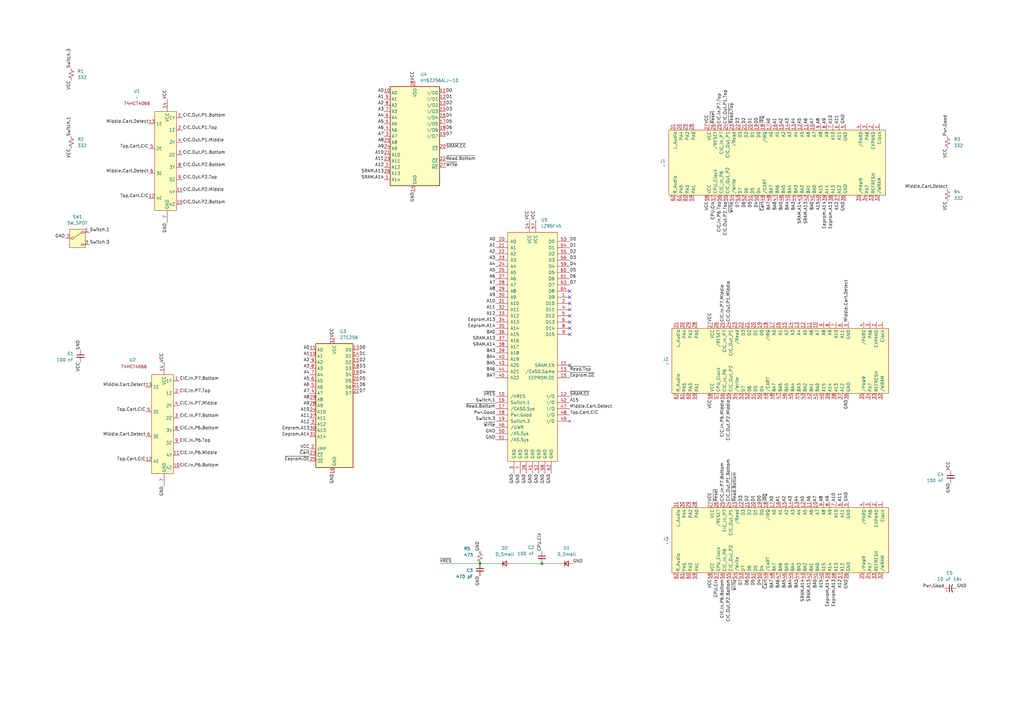
<source format=kicad_sch>
(kicad_sch
	(version 20231120)
	(generator "eeschema")
	(generator_version "8.0")
	(uuid "e66fc273-90e0-43a2-8b36-9e6bbefaf5ee")
	(paper "A3")
	(lib_symbols
		(symbol "74HCT4066T_1"
			(exclude_from_sim no)
			(in_bom yes)
			(on_board yes)
			(property "Reference" "U1"
				(at -12.446 28.702 0)
				(effects
					(font
						(size 1.27 1.27)
					)
				)
			)
			(property "Value" "~"
				(at -12.446 26.162 0)
				(effects
					(font
						(size 1.27 1.27)
					)
				)
			)
			(property "Footprint" ""
				(at -15.748 10.922 0)
				(effects
					(font
						(size 1.27 1.27)
					)
					(hide yes)
				)
			)
			(property "Datasheet" ""
				(at -15.748 10.922 0)
				(effects
					(font
						(size 1.27 1.27)
					)
					(hide yes)
				)
			)
			(property "Description" ""
				(at -15.748 10.922 0)
				(effects
					(font
						(size 1.27 1.27)
					)
					(hide yes)
				)
			)
			(symbol "74HCT4066T_1_1_1"
				(rectangle
					(start -5.08 20.32)
					(end 3.81 -20.32)
					(stroke
						(width 0)
						(type default)
					)
					(fill
						(type background)
					)
				)
				(text "74HCT4066"
					(at -12.446 23.622 0)
					(effects
						(font
							(size 1.27 1.27)
						)
					)
				)
				(pin input line
					(at 6.35 17.78 180)
					(length 2.54)
					(name "1Y"
						(effects
							(font
								(size 1.27 1.27)
							)
						)
					)
					(number "1"
						(effects
							(font
								(size 1.27 1.27)
							)
						)
					)
				)
				(pin input line
					(at 6.35 -17.78 180)
					(length 2.54)
					(name "4Z"
						(effects
							(font
								(size 1.27 1.27)
							)
						)
					)
					(number "10"
						(effects
							(font
								(size 1.27 1.27)
							)
						)
					)
				)
				(pin input line
					(at 6.35 -12.7 180)
					(length 2.54)
					(name "4Y"
						(effects
							(font
								(size 1.27 1.27)
							)
						)
					)
					(number "11"
						(effects
							(font
								(size 1.27 1.27)
							)
						)
					)
				)
				(pin input line
					(at -7.62 -15.24 0)
					(length 2.54)
					(name "4E"
						(effects
							(font
								(size 1.27 1.27)
							)
						)
					)
					(number "12"
						(effects
							(font
								(size 1.27 1.27)
							)
						)
					)
				)
				(pin input line
					(at -7.62 15.24 0)
					(length 2.54)
					(name "1E"
						(effects
							(font
								(size 1.27 1.27)
							)
						)
					)
					(number "13"
						(effects
							(font
								(size 1.27 1.27)
							)
						)
					)
				)
				(pin input line
					(at 0 25.4 270)
					(length 5.08)
					(name "VCC"
						(effects
							(font
								(size 1.27 1.27)
							)
						)
					)
					(number "14"
						(effects
							(font
								(size 1.27 1.27)
							)
						)
					)
				)
				(pin input line
					(at 6.35 12.7 180)
					(length 2.54)
					(name "1Z"
						(effects
							(font
								(size 1.27 1.27)
							)
						)
					)
					(number "2"
						(effects
							(font
								(size 1.27 1.27)
							)
						)
					)
				)
				(pin input line
					(at 6.35 2.54 180)
					(length 2.54)
					(name "2Z"
						(effects
							(font
								(size 1.27 1.27)
							)
						)
					)
					(number "3"
						(effects
							(font
								(size 1.27 1.27)
							)
						)
					)
				)
				(pin input line
					(at 6.35 7.62 180)
					(length 2.54)
					(name "2Y"
						(effects
							(font
								(size 1.27 1.27)
							)
						)
					)
					(number "4"
						(effects
							(font
								(size 1.27 1.27)
							)
						)
					)
				)
				(pin input line
					(at -7.62 5.08 0)
					(length 2.54)
					(name "2E"
						(effects
							(font
								(size 1.27 1.27)
							)
						)
					)
					(number "5"
						(effects
							(font
								(size 1.27 1.27)
							)
						)
					)
				)
				(pin input line
					(at -7.62 -5.08 0)
					(length 2.54)
					(name "3E"
						(effects
							(font
								(size 1.27 1.27)
							)
						)
					)
					(number "6"
						(effects
							(font
								(size 1.27 1.27)
							)
						)
					)
				)
				(pin input line
					(at 0 -25.4 90)
					(length 5.08)
					(name "GND"
						(effects
							(font
								(size 1.27 1.27)
							)
						)
					)
					(number "7"
						(effects
							(font
								(size 1.27 1.27)
							)
						)
					)
				)
				(pin input line
					(at 6.35 -2.54 180)
					(length 2.54)
					(name "3Y"
						(effects
							(font
								(size 1.27 1.27)
							)
						)
					)
					(number "8"
						(effects
							(font
								(size 1.27 1.27)
							)
						)
					)
				)
				(pin input line
					(at 6.35 -7.62 180)
					(length 2.54)
					(name "3Z"
						(effects
							(font
								(size 1.27 1.27)
							)
						)
					)
					(number "9"
						(effects
							(font
								(size 1.27 1.27)
							)
						)
					)
				)
			)
		)
		(symbol "Device:C_Polarized_Small_US"
			(pin_numbers hide)
			(pin_names
				(offset 0.254) hide)
			(exclude_from_sim no)
			(in_bom yes)
			(on_board yes)
			(property "Reference" "C"
				(at 0.254 1.778 0)
				(effects
					(font
						(size 1.27 1.27)
					)
					(justify left)
				)
			)
			(property "Value" "C_Polarized_Small_US"
				(at 0.254 -2.032 0)
				(effects
					(font
						(size 1.27 1.27)
					)
					(justify left)
				)
			)
			(property "Footprint" ""
				(at 0 0 0)
				(effects
					(font
						(size 1.27 1.27)
					)
					(hide yes)
				)
			)
			(property "Datasheet" "~"
				(at 0 0 0)
				(effects
					(font
						(size 1.27 1.27)
					)
					(hide yes)
				)
			)
			(property "Description" "Polarized capacitor, small US symbol"
				(at 0 0 0)
				(effects
					(font
						(size 1.27 1.27)
					)
					(hide yes)
				)
			)
			(property "ki_keywords" "cap capacitor"
				(at 0 0 0)
				(effects
					(font
						(size 1.27 1.27)
					)
					(hide yes)
				)
			)
			(property "ki_fp_filters" "CP_*"
				(at 0 0 0)
				(effects
					(font
						(size 1.27 1.27)
					)
					(hide yes)
				)
			)
			(symbol "C_Polarized_Small_US_0_1"
				(polyline
					(pts
						(xy -1.524 0.508) (xy 1.524 0.508)
					)
					(stroke
						(width 0.3048)
						(type default)
					)
					(fill
						(type none)
					)
				)
				(polyline
					(pts
						(xy -1.27 1.524) (xy -0.762 1.524)
					)
					(stroke
						(width 0)
						(type default)
					)
					(fill
						(type none)
					)
				)
				(polyline
					(pts
						(xy -1.016 1.27) (xy -1.016 1.778)
					)
					(stroke
						(width 0)
						(type default)
					)
					(fill
						(type none)
					)
				)
				(arc
					(start 1.524 -0.762)
					(mid 0 -0.3734)
					(end -1.524 -0.762)
					(stroke
						(width 0.3048)
						(type default)
					)
					(fill
						(type none)
					)
				)
			)
			(symbol "C_Polarized_Small_US_1_1"
				(pin passive line
					(at 0 2.54 270)
					(length 2.032)
					(name "~"
						(effects
							(font
								(size 1.27 1.27)
							)
						)
					)
					(number "1"
						(effects
							(font
								(size 1.27 1.27)
							)
						)
					)
				)
				(pin passive line
					(at 0 -2.54 90)
					(length 2.032)
					(name "~"
						(effects
							(font
								(size 1.27 1.27)
							)
						)
					)
					(number "2"
						(effects
							(font
								(size 1.27 1.27)
							)
						)
					)
				)
			)
		)
		(symbol "Device:C_Small"
			(pin_numbers hide)
			(pin_names
				(offset 0.254) hide)
			(exclude_from_sim no)
			(in_bom yes)
			(on_board yes)
			(property "Reference" "C"
				(at 0.254 1.778 0)
				(effects
					(font
						(size 1.27 1.27)
					)
					(justify left)
				)
			)
			(property "Value" "C_Small"
				(at 0.254 -2.032 0)
				(effects
					(font
						(size 1.27 1.27)
					)
					(justify left)
				)
			)
			(property "Footprint" ""
				(at 0 0 0)
				(effects
					(font
						(size 1.27 1.27)
					)
					(hide yes)
				)
			)
			(property "Datasheet" "~"
				(at 0 0 0)
				(effects
					(font
						(size 1.27 1.27)
					)
					(hide yes)
				)
			)
			(property "Description" "Unpolarized capacitor, small symbol"
				(at 0 0 0)
				(effects
					(font
						(size 1.27 1.27)
					)
					(hide yes)
				)
			)
			(property "ki_keywords" "capacitor cap"
				(at 0 0 0)
				(effects
					(font
						(size 1.27 1.27)
					)
					(hide yes)
				)
			)
			(property "ki_fp_filters" "C_*"
				(at 0 0 0)
				(effects
					(font
						(size 1.27 1.27)
					)
					(hide yes)
				)
			)
			(symbol "C_Small_0_1"
				(polyline
					(pts
						(xy -1.524 -0.508) (xy 1.524 -0.508)
					)
					(stroke
						(width 0.3302)
						(type default)
					)
					(fill
						(type none)
					)
				)
				(polyline
					(pts
						(xy -1.524 0.508) (xy 1.524 0.508)
					)
					(stroke
						(width 0.3048)
						(type default)
					)
					(fill
						(type none)
					)
				)
			)
			(symbol "C_Small_1_1"
				(pin passive line
					(at 0 2.54 270)
					(length 2.032)
					(name "~"
						(effects
							(font
								(size 1.27 1.27)
							)
						)
					)
					(number "1"
						(effects
							(font
								(size 1.27 1.27)
							)
						)
					)
				)
				(pin passive line
					(at 0 -2.54 90)
					(length 2.032)
					(name "~"
						(effects
							(font
								(size 1.27 1.27)
							)
						)
					)
					(number "2"
						(effects
							(font
								(size 1.27 1.27)
							)
						)
					)
				)
			)
		)
		(symbol "Device:D_Small"
			(pin_numbers hide)
			(pin_names
				(offset 0.254) hide)
			(exclude_from_sim no)
			(in_bom yes)
			(on_board yes)
			(property "Reference" "D"
				(at -1.27 2.032 0)
				(effects
					(font
						(size 1.27 1.27)
					)
					(justify left)
				)
			)
			(property "Value" "D_Small"
				(at -3.81 -2.032 0)
				(effects
					(font
						(size 1.27 1.27)
					)
					(justify left)
				)
			)
			(property "Footprint" ""
				(at 0 0 90)
				(effects
					(font
						(size 1.27 1.27)
					)
					(hide yes)
				)
			)
			(property "Datasheet" "~"
				(at 0 0 90)
				(effects
					(font
						(size 1.27 1.27)
					)
					(hide yes)
				)
			)
			(property "Description" "Diode, small symbol"
				(at 0 0 0)
				(effects
					(font
						(size 1.27 1.27)
					)
					(hide yes)
				)
			)
			(property "Sim.Device" "D"
				(at 0 0 0)
				(effects
					(font
						(size 1.27 1.27)
					)
					(hide yes)
				)
			)
			(property "Sim.Pins" "1=K 2=A"
				(at 0 0 0)
				(effects
					(font
						(size 1.27 1.27)
					)
					(hide yes)
				)
			)
			(property "ki_keywords" "diode"
				(at 0 0 0)
				(effects
					(font
						(size 1.27 1.27)
					)
					(hide yes)
				)
			)
			(property "ki_fp_filters" "TO-???* *_Diode_* *SingleDiode* D_*"
				(at 0 0 0)
				(effects
					(font
						(size 1.27 1.27)
					)
					(hide yes)
				)
			)
			(symbol "D_Small_0_1"
				(polyline
					(pts
						(xy -0.762 -1.016) (xy -0.762 1.016)
					)
					(stroke
						(width 0.254)
						(type default)
					)
					(fill
						(type none)
					)
				)
				(polyline
					(pts
						(xy -0.762 0) (xy 0.762 0)
					)
					(stroke
						(width 0)
						(type default)
					)
					(fill
						(type none)
					)
				)
				(polyline
					(pts
						(xy 0.762 -1.016) (xy -0.762 0) (xy 0.762 1.016) (xy 0.762 -1.016)
					)
					(stroke
						(width 0.254)
						(type default)
					)
					(fill
						(type none)
					)
				)
			)
			(symbol "D_Small_1_1"
				(pin passive line
					(at -2.54 0 0)
					(length 1.778)
					(name "K"
						(effects
							(font
								(size 1.27 1.27)
							)
						)
					)
					(number "1"
						(effects
							(font
								(size 1.27 1.27)
							)
						)
					)
				)
				(pin passive line
					(at 2.54 0 180)
					(length 1.778)
					(name "A"
						(effects
							(font
								(size 1.27 1.27)
							)
						)
					)
					(number "2"
						(effects
							(font
								(size 1.27 1.27)
							)
						)
					)
				)
			)
		)
		(symbol "Device:R_Small_US"
			(pin_numbers hide)
			(pin_names
				(offset 0.254) hide)
			(exclude_from_sim no)
			(in_bom yes)
			(on_board yes)
			(property "Reference" "R"
				(at 0.762 0.508 0)
				(effects
					(font
						(size 1.27 1.27)
					)
					(justify left)
				)
			)
			(property "Value" "R_Small_US"
				(at 0.762 -1.016 0)
				(effects
					(font
						(size 1.27 1.27)
					)
					(justify left)
				)
			)
			(property "Footprint" ""
				(at 0 0 0)
				(effects
					(font
						(size 1.27 1.27)
					)
					(hide yes)
				)
			)
			(property "Datasheet" "~"
				(at 0 0 0)
				(effects
					(font
						(size 1.27 1.27)
					)
					(hide yes)
				)
			)
			(property "Description" "Resistor, small US symbol"
				(at 0 0 0)
				(effects
					(font
						(size 1.27 1.27)
					)
					(hide yes)
				)
			)
			(property "ki_keywords" "r resistor"
				(at 0 0 0)
				(effects
					(font
						(size 1.27 1.27)
					)
					(hide yes)
				)
			)
			(property "ki_fp_filters" "R_*"
				(at 0 0 0)
				(effects
					(font
						(size 1.27 1.27)
					)
					(hide yes)
				)
			)
			(symbol "R_Small_US_1_1"
				(polyline
					(pts
						(xy 0 0) (xy 1.016 -0.381) (xy 0 -0.762) (xy -1.016 -1.143) (xy 0 -1.524)
					)
					(stroke
						(width 0)
						(type default)
					)
					(fill
						(type none)
					)
				)
				(polyline
					(pts
						(xy 0 1.524) (xy 1.016 1.143) (xy 0 0.762) (xy -1.016 0.381) (xy 0 0)
					)
					(stroke
						(width 0)
						(type default)
					)
					(fill
						(type none)
					)
				)
				(pin passive line
					(at 0 2.54 270)
					(length 1.016)
					(name "~"
						(effects
							(font
								(size 1.27 1.27)
							)
						)
					)
					(number "1"
						(effects
							(font
								(size 1.27 1.27)
							)
						)
					)
				)
				(pin passive line
					(at 0 -2.54 90)
					(length 1.016)
					(name "~"
						(effects
							(font
								(size 1.27 1.27)
							)
						)
					)
					(number "2"
						(effects
							(font
								(size 1.27 1.27)
							)
						)
					)
				)
			)
		)
		(symbol "SNES:27C256"
			(exclude_from_sim no)
			(in_bom yes)
			(on_board yes)
			(property "Reference" "U2"
				(at 2.1941 30.48 0)
				(effects
					(font
						(size 1.27 1.27)
					)
					(justify left)
				)
			)
			(property "Value" "27C256"
				(at 2.1941 27.94 0)
				(effects
					(font
						(size 1.27 1.27)
					)
					(justify left)
				)
			)
			(property "Footprint" "Sega Pro:27C256"
				(at 4.318 41.402 0)
				(effects
					(font
						(size 1.27 1.27)
					)
					(hide yes)
				)
			)
			(property "Datasheet" "http://ww1.microchip.com/downloads/en/DeviceDoc/doc0014.pdf"
				(at 0.762 41.402 0)
				(effects
					(font
						(size 1.27 1.27)
					)
					(hide yes)
				)
			)
			(property "Description" "OTP EPROM 256 KiBit"
				(at 4.318 41.402 0)
				(effects
					(font
						(size 1.27 1.27)
					)
					(hide yes)
				)
			)
			(property "ki_keywords" "OTP EPROM 256 KiBit"
				(at 0 0 0)
				(effects
					(font
						(size 1.27 1.27)
					)
					(hide yes)
				)
			)
			(property "ki_fp_filters" "DIP*W15.24mm*"
				(at 0 0 0)
				(effects
					(font
						(size 1.27 1.27)
					)
					(hide yes)
				)
			)
			(symbol "27C256_1_1"
				(rectangle
					(start -7.62 25.4)
					(end 7.62 -25.4)
					(stroke
						(width 0.254)
						(type default)
					)
					(fill
						(type background)
					)
				)
				(pin input line
					(at -10.16 20.32 0)
					(length 2.54)
					(name "A1"
						(effects
							(font
								(size 1.27 1.27)
							)
						)
					)
					(number "10"
						(effects
							(font
								(size 1.27 1.27)
							)
						)
					)
				)
				(pin input line
					(at -10.16 22.86 0)
					(length 2.54)
					(name "A0"
						(effects
							(font
								(size 1.27 1.27)
							)
						)
					)
					(number "11"
						(effects
							(font
								(size 1.27 1.27)
							)
						)
					)
				)
				(pin tri_state line
					(at 10.16 22.86 180)
					(length 2.54)
					(name "D0"
						(effects
							(font
								(size 1.27 1.27)
							)
						)
					)
					(number "13"
						(effects
							(font
								(size 1.27 1.27)
							)
						)
					)
				)
				(pin tri_state line
					(at 10.16 20.32 180)
					(length 2.54)
					(name "D1"
						(effects
							(font
								(size 1.27 1.27)
							)
						)
					)
					(number "14"
						(effects
							(font
								(size 1.27 1.27)
							)
						)
					)
				)
				(pin tri_state line
					(at 10.16 17.78 180)
					(length 2.54)
					(name "D2"
						(effects
							(font
								(size 1.27 1.27)
							)
						)
					)
					(number "15"
						(effects
							(font
								(size 1.27 1.27)
							)
						)
					)
				)
				(pin power_in line
					(at 0 -27.94 90)
					(length 2.54)
					(name "GND"
						(effects
							(font
								(size 1.27 1.27)
							)
						)
					)
					(number "16"
						(effects
							(font
								(size 1.27 1.27)
							)
						)
					)
				)
				(pin tri_state line
					(at 10.16 15.24 180)
					(length 2.54)
					(name "D3"
						(effects
							(font
								(size 1.27 1.27)
							)
						)
					)
					(number "18"
						(effects
							(font
								(size 1.27 1.27)
							)
						)
					)
				)
				(pin tri_state line
					(at 10.16 12.7 180)
					(length 2.54)
					(name "D4"
						(effects
							(font
								(size 1.27 1.27)
							)
						)
					)
					(number "19"
						(effects
							(font
								(size 1.27 1.27)
							)
						)
					)
				)
				(pin input line
					(at -10.16 -17.78 0)
					(length 2.54)
					(name "VPP"
						(effects
							(font
								(size 1.27 1.27)
							)
						)
					)
					(number "2"
						(effects
							(font
								(size 1.27 1.27)
							)
						)
					)
				)
				(pin tri_state line
					(at 10.16 10.16 180)
					(length 2.54)
					(name "D5"
						(effects
							(font
								(size 1.27 1.27)
							)
						)
					)
					(number "20"
						(effects
							(font
								(size 1.27 1.27)
							)
						)
					)
				)
				(pin tri_state line
					(at 10.16 7.62 180)
					(length 2.54)
					(name "D6"
						(effects
							(font
								(size 1.27 1.27)
							)
						)
					)
					(number "21"
						(effects
							(font
								(size 1.27 1.27)
							)
						)
					)
				)
				(pin tri_state line
					(at 10.16 5.08 180)
					(length 2.54)
					(name "D7"
						(effects
							(font
								(size 1.27 1.27)
							)
						)
					)
					(number "22"
						(effects
							(font
								(size 1.27 1.27)
							)
						)
					)
				)
				(pin input line
					(at -10.16 -20.32 0)
					(length 2.54)
					(name "~{CE}"
						(effects
							(font
								(size 1.27 1.27)
							)
						)
					)
					(number "23"
						(effects
							(font
								(size 1.27 1.27)
							)
						)
					)
				)
				(pin input line
					(at -10.16 -2.54 0)
					(length 2.54)
					(name "A10"
						(effects
							(font
								(size 1.27 1.27)
							)
						)
					)
					(number "24"
						(effects
							(font
								(size 1.27 1.27)
							)
						)
					)
				)
				(pin input line
					(at -10.16 -22.86 0)
					(length 2.54)
					(name "~{OE}"
						(effects
							(font
								(size 1.27 1.27)
							)
						)
					)
					(number "25"
						(effects
							(font
								(size 1.27 1.27)
							)
						)
					)
				)
				(pin input line
					(at -10.16 -5.08 0)
					(length 2.54)
					(name "A11"
						(effects
							(font
								(size 1.27 1.27)
							)
						)
					)
					(number "27"
						(effects
							(font
								(size 1.27 1.27)
							)
						)
					)
				)
				(pin input line
					(at -10.16 0 0)
					(length 2.54)
					(name "A9"
						(effects
							(font
								(size 1.27 1.27)
							)
						)
					)
					(number "28"
						(effects
							(font
								(size 1.27 1.27)
							)
						)
					)
				)
				(pin input line
					(at -10.16 2.54 0)
					(length 2.54)
					(name "A8"
						(effects
							(font
								(size 1.27 1.27)
							)
						)
					)
					(number "29"
						(effects
							(font
								(size 1.27 1.27)
							)
						)
					)
				)
				(pin input line
					(at -10.16 -7.62 0)
					(length 2.54)
					(name "A12"
						(effects
							(font
								(size 1.27 1.27)
							)
						)
					)
					(number "3"
						(effects
							(font
								(size 1.27 1.27)
							)
						)
					)
				)
				(pin input line
					(at -10.16 -10.16 0)
					(length 2.54)
					(name "A13"
						(effects
							(font
								(size 1.27 1.27)
							)
						)
					)
					(number "30"
						(effects
							(font
								(size 1.27 1.27)
							)
						)
					)
				)
				(pin input line
					(at -10.16 -12.7 0)
					(length 2.54)
					(name "A14"
						(effects
							(font
								(size 1.27 1.27)
							)
						)
					)
					(number "31"
						(effects
							(font
								(size 1.27 1.27)
							)
						)
					)
				)
				(pin power_in line
					(at 0 27.94 270)
					(length 2.54)
					(name "VCC"
						(effects
							(font
								(size 1.27 1.27)
							)
						)
					)
					(number "32"
						(effects
							(font
								(size 1.27 1.27)
							)
						)
					)
				)
				(pin input line
					(at -10.16 5.08 0)
					(length 2.54)
					(name "A7"
						(effects
							(font
								(size 1.27 1.27)
							)
						)
					)
					(number "4"
						(effects
							(font
								(size 1.27 1.27)
							)
						)
					)
				)
				(pin input line
					(at -10.16 7.62 0)
					(length 2.54)
					(name "A6"
						(effects
							(font
								(size 1.27 1.27)
							)
						)
					)
					(number "5"
						(effects
							(font
								(size 1.27 1.27)
							)
						)
					)
				)
				(pin input line
					(at -10.16 10.16 0)
					(length 2.54)
					(name "A5"
						(effects
							(font
								(size 1.27 1.27)
							)
						)
					)
					(number "6"
						(effects
							(font
								(size 1.27 1.27)
							)
						)
					)
				)
				(pin input line
					(at -10.16 12.7 0)
					(length 2.54)
					(name "A4"
						(effects
							(font
								(size 1.27 1.27)
							)
						)
					)
					(number "7"
						(effects
							(font
								(size 1.27 1.27)
							)
						)
					)
				)
				(pin input line
					(at -10.16 15.24 0)
					(length 2.54)
					(name "A3"
						(effects
							(font
								(size 1.27 1.27)
							)
						)
					)
					(number "8"
						(effects
							(font
								(size 1.27 1.27)
							)
						)
					)
				)
				(pin input line
					(at -10.16 17.78 0)
					(length 2.54)
					(name "A2"
						(effects
							(font
								(size 1.27 1.27)
							)
						)
					)
					(number "9"
						(effects
							(font
								(size 1.27 1.27)
							)
						)
					)
				)
			)
		)
		(symbol "SNES:74HCT4066T"
			(exclude_from_sim no)
			(in_bom yes)
			(on_board yes)
			(property "Reference" "U1"
				(at -12.446 28.702 0)
				(effects
					(font
						(size 1.27 1.27)
					)
				)
			)
			(property "Value" "~"
				(at -12.446 26.162 0)
				(effects
					(font
						(size 1.27 1.27)
					)
				)
			)
			(property "Footprint" ""
				(at -15.748 10.922 0)
				(effects
					(font
						(size 1.27 1.27)
					)
					(hide yes)
				)
			)
			(property "Datasheet" ""
				(at -15.748 10.922 0)
				(effects
					(font
						(size 1.27 1.27)
					)
					(hide yes)
				)
			)
			(property "Description" ""
				(at -15.748 10.922 0)
				(effects
					(font
						(size 1.27 1.27)
					)
					(hide yes)
				)
			)
			(symbol "74HCT4066T_1_1"
				(rectangle
					(start -5.08 20.32)
					(end 3.81 -20.32)
					(stroke
						(width 0)
						(type default)
					)
					(fill
						(type background)
					)
				)
				(text "74HCT4066"
					(at -12.446 23.622 0)
					(effects
						(font
							(size 1.27 1.27)
						)
					)
				)
				(pin input line
					(at 6.35 17.78 180)
					(length 2.54)
					(name "1Y"
						(effects
							(font
								(size 1.27 1.27)
							)
						)
					)
					(number "1"
						(effects
							(font
								(size 1.27 1.27)
							)
						)
					)
				)
				(pin input line
					(at 6.35 -17.78 180)
					(length 2.54)
					(name "4Z"
						(effects
							(font
								(size 1.27 1.27)
							)
						)
					)
					(number "10"
						(effects
							(font
								(size 1.27 1.27)
							)
						)
					)
				)
				(pin input line
					(at 6.35 -12.7 180)
					(length 2.54)
					(name "4Y"
						(effects
							(font
								(size 1.27 1.27)
							)
						)
					)
					(number "11"
						(effects
							(font
								(size 1.27 1.27)
							)
						)
					)
				)
				(pin input line
					(at -7.62 -15.24 0)
					(length 2.54)
					(name "4E"
						(effects
							(font
								(size 1.27 1.27)
							)
						)
					)
					(number "12"
						(effects
							(font
								(size 1.27 1.27)
							)
						)
					)
				)
				(pin input line
					(at -7.62 15.24 0)
					(length 2.54)
					(name "1E"
						(effects
							(font
								(size 1.27 1.27)
							)
						)
					)
					(number "13"
						(effects
							(font
								(size 1.27 1.27)
							)
						)
					)
				)
				(pin input line
					(at 0 25.4 270)
					(length 5.08)
					(name "VCC"
						(effects
							(font
								(size 1.27 1.27)
							)
						)
					)
					(number "14"
						(effects
							(font
								(size 1.27 1.27)
							)
						)
					)
				)
				(pin input line
					(at 6.35 12.7 180)
					(length 2.54)
					(name "1Z"
						(effects
							(font
								(size 1.27 1.27)
							)
						)
					)
					(number "2"
						(effects
							(font
								(size 1.27 1.27)
							)
						)
					)
				)
				(pin input line
					(at 6.35 2.54 180)
					(length 2.54)
					(name "2Z"
						(effects
							(font
								(size 1.27 1.27)
							)
						)
					)
					(number "3"
						(effects
							(font
								(size 1.27 1.27)
							)
						)
					)
				)
				(pin input line
					(at 6.35 7.62 180)
					(length 2.54)
					(name "2Y"
						(effects
							(font
								(size 1.27 1.27)
							)
						)
					)
					(number "4"
						(effects
							(font
								(size 1.27 1.27)
							)
						)
					)
				)
				(pin input line
					(at -7.62 5.08 0)
					(length 2.54)
					(name "2E"
						(effects
							(font
								(size 1.27 1.27)
							)
						)
					)
					(number "5"
						(effects
							(font
								(size 1.27 1.27)
							)
						)
					)
				)
				(pin input line
					(at -7.62 -5.08 0)
					(length 2.54)
					(name "3E"
						(effects
							(font
								(size 1.27 1.27)
							)
						)
					)
					(number "6"
						(effects
							(font
								(size 1.27 1.27)
							)
						)
					)
				)
				(pin input line
					(at 0 -25.4 90)
					(length 5.08)
					(name "GND"
						(effects
							(font
								(size 1.27 1.27)
							)
						)
					)
					(number "7"
						(effects
							(font
								(size 1.27 1.27)
							)
						)
					)
				)
				(pin input line
					(at 6.35 -2.54 180)
					(length 2.54)
					(name "3Y"
						(effects
							(font
								(size 1.27 1.27)
							)
						)
					)
					(number "8"
						(effects
							(font
								(size 1.27 1.27)
							)
						)
					)
				)
				(pin input line
					(at 6.35 -7.62 180)
					(length 2.54)
					(name "3Z"
						(effects
							(font
								(size 1.27 1.27)
							)
						)
					)
					(number "9"
						(effects
							(font
								(size 1.27 1.27)
							)
						)
					)
				)
			)
		)
		(symbol "SNES:HY62256ALJ"
			(exclude_from_sim no)
			(in_bom yes)
			(on_board yes)
			(property "Reference" "U3"
				(at 2.1941 25.4 0)
				(effects
					(font
						(size 1.27 1.27)
					)
					(justify left)
				)
			)
			(property "Value" "HY62256ALJ-10"
				(at 2.1941 22.86 0)
				(effects
					(font
						(size 1.27 1.27)
					)
					(justify left)
				)
			)
			(property "Footprint" "Sega Pro:HY62256ALJ"
				(at -0.254 -64.008 0)
				(effects
					(font
						(size 1.27 1.27)
					)
					(hide yes)
				)
			)
			(property "Datasheet" "https://www.issi.com/WW/pdf/62-65C256AL.pdf"
				(at -0.254 -25.146 0)
				(effects
					(font
						(size 1.27 1.27)
					)
					(hide yes)
				)
			)
			(property "Description" "32Kx8 bit Low Power CMOS Static RAM, 25/45ns, Automotive"
				(at 0.254 -28.194 0)
				(effects
					(font
						(size 1.27 1.27)
					)
					(hide yes)
				)
			)
			(property "ki_keywords" "SRAM MEMORY ISSI parallel-interface"
				(at 0 0 0)
				(effects
					(font
						(size 1.27 1.27)
					)
					(hide yes)
				)
			)
			(property "ki_fp_filters" "SOP*8.4*18.16*P1.27*"
				(at 0 0 0)
				(effects
					(font
						(size 1.27 1.27)
					)
					(hide yes)
				)
			)
			(symbol "HY62256ALJ_0_0"
				(pin power_in line
					(at 0 -22.86 90)
					(length 2.54)
					(name "GND"
						(effects
							(font
								(size 1.27 1.27)
							)
						)
					)
					(number "14"
						(effects
							(font
								(size 1.27 1.27)
							)
						)
					)
				)
			)
			(symbol "HY62256ALJ_0_1"
				(rectangle
					(start -10.16 20.32)
					(end 10.16 -20.32)
					(stroke
						(width 0.254)
						(type default)
					)
					(fill
						(type background)
					)
				)
			)
			(symbol "HY62256ALJ_1_0"
				(pin power_in line
					(at 0 22.86 270)
					(length 2.54)
					(name "VDD"
						(effects
							(font
								(size 1.27 1.27)
							)
						)
					)
					(number "28"
						(effects
							(font
								(size 1.27 1.27)
							)
						)
					)
				)
			)
			(symbol "HY62256ALJ_1_1"
				(pin input line
					(at -12.7 -17.78 0)
					(length 2.54)
					(name "A14"
						(effects
							(font
								(size 1.27 1.27)
							)
						)
					)
					(number "1"
						(effects
							(font
								(size 1.27 1.27)
							)
						)
					)
				)
				(pin input line
					(at -12.7 17.78 0)
					(length 2.54)
					(name "A0"
						(effects
							(font
								(size 1.27 1.27)
							)
						)
					)
					(number "10"
						(effects
							(font
								(size 1.27 1.27)
							)
						)
					)
				)
				(pin tri_state line
					(at 12.7 17.78 180)
					(length 2.54)
					(name "I/O0"
						(effects
							(font
								(size 1.27 1.27)
							)
						)
					)
					(number "11"
						(effects
							(font
								(size 1.27 1.27)
							)
						)
					)
				)
				(pin tri_state line
					(at 12.7 15.24 180)
					(length 2.54)
					(name "I/O1"
						(effects
							(font
								(size 1.27 1.27)
							)
						)
					)
					(number "12"
						(effects
							(font
								(size 1.27 1.27)
							)
						)
					)
				)
				(pin tri_state line
					(at 12.7 12.7 180)
					(length 2.54)
					(name "I/O2"
						(effects
							(font
								(size 1.27 1.27)
							)
						)
					)
					(number "13"
						(effects
							(font
								(size 1.27 1.27)
							)
						)
					)
				)
				(pin tri_state line
					(at 12.7 10.16 180)
					(length 2.54)
					(name "I/O3"
						(effects
							(font
								(size 1.27 1.27)
							)
						)
					)
					(number "15"
						(effects
							(font
								(size 1.27 1.27)
							)
						)
					)
				)
				(pin tri_state line
					(at 12.7 7.62 180)
					(length 2.54)
					(name "I/O4"
						(effects
							(font
								(size 1.27 1.27)
							)
						)
					)
					(number "16"
						(effects
							(font
								(size 1.27 1.27)
							)
						)
					)
				)
				(pin tri_state line
					(at 12.7 5.08 180)
					(length 2.54)
					(name "I/O5"
						(effects
							(font
								(size 1.27 1.27)
							)
						)
					)
					(number "17"
						(effects
							(font
								(size 1.27 1.27)
							)
						)
					)
				)
				(pin tri_state line
					(at 12.7 2.54 180)
					(length 2.54)
					(name "I/O6"
						(effects
							(font
								(size 1.27 1.27)
							)
						)
					)
					(number "18"
						(effects
							(font
								(size 1.27 1.27)
							)
						)
					)
				)
				(pin tri_state line
					(at 12.7 0 180)
					(length 2.54)
					(name "I/O7"
						(effects
							(font
								(size 1.27 1.27)
							)
						)
					)
					(number "19"
						(effects
							(font
								(size 1.27 1.27)
							)
						)
					)
				)
				(pin input line
					(at -12.7 -12.7 0)
					(length 2.54)
					(name "A12"
						(effects
							(font
								(size 1.27 1.27)
							)
						)
					)
					(number "2"
						(effects
							(font
								(size 1.27 1.27)
							)
						)
					)
				)
				(pin input line
					(at 12.7 -5.08 180)
					(length 2.54)
					(name "~{CE}"
						(effects
							(font
								(size 1.27 1.27)
							)
						)
					)
					(number "20"
						(effects
							(font
								(size 1.27 1.27)
							)
						)
					)
				)
				(pin input line
					(at -12.7 -7.62 0)
					(length 2.54)
					(name "A10"
						(effects
							(font
								(size 1.27 1.27)
							)
						)
					)
					(number "21"
						(effects
							(font
								(size 1.27 1.27)
							)
						)
					)
				)
				(pin input line
					(at 12.7 -10.16 180)
					(length 2.54)
					(name "~{OE}"
						(effects
							(font
								(size 1.27 1.27)
							)
						)
					)
					(number "22"
						(effects
							(font
								(size 1.27 1.27)
							)
						)
					)
				)
				(pin input line
					(at -12.7 -10.16 0)
					(length 2.54)
					(name "A11"
						(effects
							(font
								(size 1.27 1.27)
							)
						)
					)
					(number "23"
						(effects
							(font
								(size 1.27 1.27)
							)
						)
					)
				)
				(pin input line
					(at -12.7 -5.08 0)
					(length 2.54)
					(name "A9"
						(effects
							(font
								(size 1.27 1.27)
							)
						)
					)
					(number "24"
						(effects
							(font
								(size 1.27 1.27)
							)
						)
					)
				)
				(pin input line
					(at -12.7 -2.54 0)
					(length 2.54)
					(name "A8"
						(effects
							(font
								(size 1.27 1.27)
							)
						)
					)
					(number "25"
						(effects
							(font
								(size 1.27 1.27)
							)
						)
					)
				)
				(pin input line
					(at -12.7 -15.24 0)
					(length 2.54)
					(name "A13"
						(effects
							(font
								(size 1.27 1.27)
							)
						)
					)
					(number "26"
						(effects
							(font
								(size 1.27 1.27)
							)
						)
					)
				)
				(pin input line
					(at 12.7 -12.7 180)
					(length 2.54)
					(name "~{WE}"
						(effects
							(font
								(size 1.27 1.27)
							)
						)
					)
					(number "27"
						(effects
							(font
								(size 1.27 1.27)
							)
						)
					)
				)
				(pin input line
					(at -12.7 0 0)
					(length 2.54)
					(name "A7"
						(effects
							(font
								(size 1.27 1.27)
							)
						)
					)
					(number "3"
						(effects
							(font
								(size 1.27 1.27)
							)
						)
					)
				)
				(pin input line
					(at -12.7 2.54 0)
					(length 2.54)
					(name "A6"
						(effects
							(font
								(size 1.27 1.27)
							)
						)
					)
					(number "4"
						(effects
							(font
								(size 1.27 1.27)
							)
						)
					)
				)
				(pin input line
					(at -12.7 5.08 0)
					(length 2.54)
					(name "A5"
						(effects
							(font
								(size 1.27 1.27)
							)
						)
					)
					(number "5"
						(effects
							(font
								(size 1.27 1.27)
							)
						)
					)
				)
				(pin input line
					(at -12.7 7.62 0)
					(length 2.54)
					(name "A4"
						(effects
							(font
								(size 1.27 1.27)
							)
						)
					)
					(number "6"
						(effects
							(font
								(size 1.27 1.27)
							)
						)
					)
				)
				(pin input line
					(at -12.7 10.16 0)
					(length 2.54)
					(name "A3"
						(effects
							(font
								(size 1.27 1.27)
							)
						)
					)
					(number "7"
						(effects
							(font
								(size 1.27 1.27)
							)
						)
					)
				)
				(pin input line
					(at -12.7 12.7 0)
					(length 2.54)
					(name "A2"
						(effects
							(font
								(size 1.27 1.27)
							)
						)
					)
					(number "8"
						(effects
							(font
								(size 1.27 1.27)
							)
						)
					)
				)
				(pin input line
					(at -12.7 15.24 0)
					(length 2.54)
					(name "A1"
						(effects
							(font
								(size 1.27 1.27)
							)
						)
					)
					(number "9"
						(effects
							(font
								(size 1.27 1.27)
							)
						)
					)
				)
			)
		)
		(symbol "SNES:LZ95F45"
			(pin_names
				(offset 1.016)
			)
			(exclude_from_sim no)
			(in_bom yes)
			(on_board yes)
			(property "Reference" "U5"
				(at 3.4641 41.91 0)
				(effects
					(font
						(size 1.27 1.27)
					)
					(justify left)
				)
			)
			(property "Value" "LZ95F45"
				(at 3.4641 39.37 0)
				(effects
					(font
						(size 1.27 1.27)
					)
					(justify left)
				)
			)
			(property "Footprint" "SNES:LZ95F45"
				(at -1.524 55.118 0)
				(effects
					(font
						(size 1.27 1.27)
					)
					(hide yes)
				)
			)
			(property "Datasheet" ""
				(at -2.54 25.4 0)
				(effects
					(font
						(size 1.27 1.27)
					)
					(hide yes)
				)
			)
			(property "Description" ""
				(at 0 0 0)
				(effects
					(font
						(size 1.27 1.27)
					)
					(hide yes)
				)
			)
			(property "ki_keywords" "GAL PLD 16V8"
				(at 0 0 0)
				(effects
					(font
						(size 1.27 1.27)
					)
					(hide yes)
				)
			)
			(property "ki_fp_filters" "DIP* PDIP* SOIC* SO* PLCC*"
				(at 0 0 0)
				(effects
					(font
						(size 1.27 1.27)
					)
					(hide yes)
				)
			)
			(symbol "LZ95F45_0_1"
				(rectangle
					(start -10.16 36.83)
					(end 10.16 -57.15)
					(stroke
						(width 0)
						(type default)
					)
					(fill
						(type background)
					)
				)
			)
			(symbol "LZ95F45_1_1"
				(pin bidirectional line
					(at 15.24 10.16 180)
					(length 5.08)
					(name "D9"
						(effects
							(font
								(size 1.27 1.27)
							)
						)
					)
					(number "1"
						(effects
							(font
								(size 1.27 1.27)
							)
						)
					)
				)
				(pin input line
					(at -15.24 -30.48 0)
					(length 5.08)
					(name "/VRES"
						(effects
							(font
								(size 1.27 1.27)
							)
						)
					)
					(number "10"
						(effects
							(font
								(size 1.27 1.27)
							)
						)
					)
				)
				(pin output line
					(at 15.24 -17.78 180)
					(length 5.08)
					(name "SRAM.EN"
						(effects
							(font
								(size 1.27 1.27)
							)
						)
					)
					(number "11"
						(effects
							(font
								(size 1.27 1.27)
							)
						)
					)
				)
				(pin output line
					(at 15.24 -30.48 180)
					(length 5.08)
					(name "I/O"
						(effects
							(font
								(size 1.27 1.27)
							)
						)
					)
					(number "12"
						(effects
							(font
								(size 1.27 1.27)
							)
						)
					)
				)
				(pin output line
					(at 15.24 -20.32 180)
					(length 5.08)
					(name "/CAS0.Game"
						(effects
							(font
								(size 1.27 1.27)
							)
						)
					)
					(number "13"
						(effects
							(font
								(size 1.27 1.27)
							)
						)
					)
				)
				(pin power_in line
					(at -1.27 41.91 270)
					(length 5.08)
					(name "VCC"
						(effects
							(font
								(size 1.27 1.27)
							)
						)
					)
					(number "14"
						(effects
							(font
								(size 1.27 1.27)
							)
						)
					)
				)
				(pin output line
					(at 15.24 -22.86 180)
					(length 5.08)
					(name "EEPROM.OE"
						(effects
							(font
								(size 1.27 1.27)
							)
						)
					)
					(number "15"
						(effects
							(font
								(size 1.27 1.27)
							)
						)
					)
				)
				(pin input line
					(at -15.24 -33.02 0)
					(length 5.08)
					(name "Switch.1"
						(effects
							(font
								(size 1.27 1.27)
							)
						)
					)
					(number "16"
						(effects
							(font
								(size 1.27 1.27)
							)
						)
					)
				)
				(pin input line
					(at -15.24 -35.56 0)
					(length 5.08)
					(name "/CAS0.Sys"
						(effects
							(font
								(size 1.27 1.27)
							)
						)
					)
					(number "17"
						(effects
							(font
								(size 1.27 1.27)
							)
						)
					)
				)
				(pin input line
					(at -15.24 -38.1 0)
					(length 5.08)
					(name "Pwr.Good"
						(effects
							(font
								(size 1.27 1.27)
							)
						)
					)
					(number "18"
						(effects
							(font
								(size 1.27 1.27)
							)
						)
					)
				)
				(pin input line
					(at -15.24 -40.64 0)
					(length 5.08)
					(name "Switch.3"
						(effects
							(font
								(size 1.27 1.27)
							)
						)
					)
					(number "19"
						(effects
							(font
								(size 1.27 1.27)
							)
						)
					)
				)
				(pin bidirectional line
					(at 15.24 7.62 180)
					(length 5.08)
					(name "D10"
						(effects
							(font
								(size 1.27 1.27)
							)
						)
					)
					(number "2"
						(effects
							(font
								(size 1.27 1.27)
							)
						)
					)
				)
				(pin input line
					(at -15.24 33.02 0)
					(length 5.08)
					(name "A0"
						(effects
							(font
								(size 1.27 1.27)
							)
						)
					)
					(number "20"
						(effects
							(font
								(size 1.27 1.27)
							)
						)
					)
				)
				(pin input line
					(at -15.24 30.48 0)
					(length 5.08)
					(name "A1"
						(effects
							(font
								(size 1.27 1.27)
							)
						)
					)
					(number "21"
						(effects
							(font
								(size 1.27 1.27)
							)
						)
					)
				)
				(pin input line
					(at -15.24 27.94 0)
					(length 5.08)
					(name "A2"
						(effects
							(font
								(size 1.27 1.27)
							)
						)
					)
					(number "22"
						(effects
							(font
								(size 1.27 1.27)
							)
						)
					)
				)
				(pin input line
					(at -15.24 25.4 0)
					(length 5.08)
					(name "A3"
						(effects
							(font
								(size 1.27 1.27)
							)
						)
					)
					(number "23"
						(effects
							(font
								(size 1.27 1.27)
							)
						)
					)
				)
				(pin input line
					(at -15.24 22.86 0)
					(length 5.08)
					(name "A4"
						(effects
							(font
								(size 1.27 1.27)
							)
						)
					)
					(number "24"
						(effects
							(font
								(size 1.27 1.27)
							)
						)
					)
				)
				(pin input line
					(at -15.24 20.32 0)
					(length 5.08)
					(name "A5"
						(effects
							(font
								(size 1.27 1.27)
							)
						)
					)
					(number "25"
						(effects
							(font
								(size 1.27 1.27)
							)
						)
					)
				)
				(pin power_in line
					(at -2.54 -62.23 90)
					(length 5.08)
					(name "GND"
						(effects
							(font
								(size 1.27 1.27)
							)
						)
					)
					(number "26"
						(effects
							(font
								(size 1.27 1.27)
							)
						)
					)
				)
				(pin input line
					(at -15.24 17.78 0)
					(length 5.08)
					(name "A6"
						(effects
							(font
								(size 1.27 1.27)
							)
						)
					)
					(number "27"
						(effects
							(font
								(size 1.27 1.27)
							)
						)
					)
				)
				(pin input line
					(at -15.24 15.24 0)
					(length 5.08)
					(name "A7"
						(effects
							(font
								(size 1.27 1.27)
							)
						)
					)
					(number "28"
						(effects
							(font
								(size 1.27 1.27)
							)
						)
					)
				)
				(pin input line
					(at -15.24 12.7 0)
					(length 5.08)
					(name "A8"
						(effects
							(font
								(size 1.27 1.27)
							)
						)
					)
					(number "29"
						(effects
							(font
								(size 1.27 1.27)
							)
						)
					)
				)
				(pin power_in line
					(at -7.62 -62.23 90)
					(length 5.08)
					(name "GND"
						(effects
							(font
								(size 1.27 1.27)
							)
						)
					)
					(number "3"
						(effects
							(font
								(size 1.27 1.27)
							)
						)
					)
				)
				(pin input line
					(at -15.24 10.16 0)
					(length 5.08)
					(name "A9"
						(effects
							(font
								(size 1.27 1.27)
							)
						)
					)
					(number "30"
						(effects
							(font
								(size 1.27 1.27)
							)
						)
					)
				)
				(pin input line
					(at -15.24 7.62 0)
					(length 5.08)
					(name "A10"
						(effects
							(font
								(size 1.27 1.27)
							)
						)
					)
					(number "31"
						(effects
							(font
								(size 1.27 1.27)
							)
						)
					)
				)
				(pin input line
					(at -15.24 5.08 0)
					(length 5.08)
					(name "A11"
						(effects
							(font
								(size 1.27 1.27)
							)
						)
					)
					(number "32"
						(effects
							(font
								(size 1.27 1.27)
							)
						)
					)
				)
				(pin input line
					(at -15.24 2.54 0)
					(length 5.08)
					(name "A12"
						(effects
							(font
								(size 1.27 1.27)
							)
						)
					)
					(number "33"
						(effects
							(font
								(size 1.27 1.27)
							)
						)
					)
				)
				(pin input line
					(at -15.24 0 0)
					(length 5.08)
					(name "A13"
						(effects
							(font
								(size 1.27 1.27)
							)
						)
					)
					(number "34"
						(effects
							(font
								(size 1.27 1.27)
							)
						)
					)
				)
				(pin input line
					(at -15.24 -2.54 0)
					(length 5.08)
					(name "A14"
						(effects
							(font
								(size 1.27 1.27)
							)
						)
					)
					(number "35"
						(effects
							(font
								(size 1.27 1.27)
							)
						)
					)
				)
				(pin input line
					(at -15.24 -5.08 0)
					(length 5.08)
					(name "A15"
						(effects
							(font
								(size 1.27 1.27)
							)
						)
					)
					(number "36"
						(effects
							(font
								(size 1.27 1.27)
							)
						)
					)
				)
				(pin input line
					(at -15.24 -7.62 0)
					(length 5.08)
					(name "A16"
						(effects
							(font
								(size 1.27 1.27)
							)
						)
					)
					(number "37"
						(effects
							(font
								(size 1.27 1.27)
							)
						)
					)
				)
				(pin input line
					(at -15.24 -10.16 0)
					(length 5.08)
					(name "A17"
						(effects
							(font
								(size 1.27 1.27)
							)
						)
					)
					(number "38"
						(effects
							(font
								(size 1.27 1.27)
							)
						)
					)
				)
				(pin input line
					(at -15.24 -12.7 0)
					(length 5.08)
					(name "A18"
						(effects
							(font
								(size 1.27 1.27)
							)
						)
					)
					(number "39"
						(effects
							(font
								(size 1.27 1.27)
							)
						)
					)
				)
				(pin bidirectional line
					(at 15.24 5.08 180)
					(length 5.08)
					(name "D11"
						(effects
							(font
								(size 1.27 1.27)
							)
						)
					)
					(number "4"
						(effects
							(font
								(size 1.27 1.27)
							)
						)
					)
				)
				(pin input line
					(at -15.24 -15.24 0)
					(length 5.08)
					(name "A19"
						(effects
							(font
								(size 1.27 1.27)
							)
						)
					)
					(number "40"
						(effects
							(font
								(size 1.27 1.27)
							)
						)
					)
				)
				(pin power_in line
					(at 0 -62.23 90)
					(length 5.08)
					(name "GND"
						(effects
							(font
								(size 1.27 1.27)
							)
						)
					)
					(number "41"
						(effects
							(font
								(size 1.27 1.27)
							)
						)
					)
				)
				(pin output line
					(at 15.24 -33.02 180)
					(length 5.08)
					(name "I/O"
						(effects
							(font
								(size 1.27 1.27)
							)
						)
					)
					(number "42"
						(effects
							(font
								(size 1.27 1.27)
							)
						)
					)
				)
				(pin input line
					(at -15.24 -17.78 0)
					(length 5.08)
					(name "A20"
						(effects
							(font
								(size 1.27 1.27)
							)
						)
					)
					(number "43"
						(effects
							(font
								(size 1.27 1.27)
							)
						)
					)
				)
				(pin input line
					(at -15.24 -20.32 0)
					(length 5.08)
					(name "A21"
						(effects
							(font
								(size 1.27 1.27)
							)
						)
					)
					(number "44"
						(effects
							(font
								(size 1.27 1.27)
							)
						)
					)
				)
				(pin input line
					(at -15.24 -22.86 0)
					(length 5.08)
					(name "A22"
						(effects
							(font
								(size 1.27 1.27)
							)
						)
					)
					(number "45"
						(effects
							(font
								(size 1.27 1.27)
							)
						)
					)
				)
				(pin input line
					(at -15.24 -43.18 0)
					(length 5.08)
					(name "/UWR"
						(effects
							(font
								(size 1.27 1.27)
							)
						)
					)
					(number "46"
						(effects
							(font
								(size 1.27 1.27)
							)
						)
					)
				)
				(pin output line
					(at 15.24 -35.56 180)
					(length 5.08)
					(name "I/O"
						(effects
							(font
								(size 1.27 1.27)
							)
						)
					)
					(number "47"
						(effects
							(font
								(size 1.27 1.27)
							)
						)
					)
				)
				(pin output line
					(at 15.24 -38.1 180)
					(length 5.08)
					(name "I/O"
						(effects
							(font
								(size 1.27 1.27)
							)
						)
					)
					(number "48"
						(effects
							(font
								(size 1.27 1.27)
							)
						)
					)
				)
				(pin no_connect line
					(at 15.24 -40.64 180)
					(length 5.08)
					(name "I/O"
						(effects
							(font
								(size 1.27 1.27)
							)
						)
					)
					(number "49"
						(effects
							(font
								(size 1.27 1.27)
							)
						)
					)
				)
				(pin bidirectional line
					(at 15.24 2.54 180)
					(length 5.08)
					(name "D12"
						(effects
							(font
								(size 1.27 1.27)
							)
						)
					)
					(number "5"
						(effects
							(font
								(size 1.27 1.27)
							)
						)
					)
				)
				(pin input line
					(at -15.24 -45.72 0)
					(length 5.08)
					(name "/AS.Sys"
						(effects
							(font
								(size 1.27 1.27)
							)
						)
					)
					(number "50"
						(effects
							(font
								(size 1.27 1.27)
							)
						)
					)
				)
				(pin input line
					(at -15.24 -48.26 0)
					(length 5.08)
					(name "/AS.Sys"
						(effects
							(font
								(size 1.27 1.27)
							)
						)
					)
					(number "51"
						(effects
							(font
								(size 1.27 1.27)
							)
						)
					)
				)
				(pin power_in line
					(at 2.54 -62.23 90)
					(length 5.08)
					(name "GND"
						(effects
							(font
								(size 1.27 1.27)
							)
						)
					)
					(number "52"
						(effects
							(font
								(size 1.27 1.27)
							)
						)
					)
				)
				(pin bidirectional line
					(at 15.24 33.02 180)
					(length 5.08)
					(name "D0"
						(effects
							(font
								(size 1.27 1.27)
							)
						)
					)
					(number "53"
						(effects
							(font
								(size 1.27 1.27)
							)
						)
					)
				)
				(pin bidirectional line
					(at 15.24 30.48 180)
					(length 5.08)
					(name "D1"
						(effects
							(font
								(size 1.27 1.27)
							)
						)
					)
					(number "54"
						(effects
							(font
								(size 1.27 1.27)
							)
						)
					)
				)
				(pin bidirectional line
					(at 15.24 27.94 180)
					(length 5.08)
					(name "D2"
						(effects
							(font
								(size 1.27 1.27)
							)
						)
					)
					(number "55"
						(effects
							(font
								(size 1.27 1.27)
							)
						)
					)
				)
				(pin bidirectional line
					(at 15.24 25.4 180)
					(length 5.08)
					(name "D3"
						(effects
							(font
								(size 1.27 1.27)
							)
						)
					)
					(number "56"
						(effects
							(font
								(size 1.27 1.27)
							)
						)
					)
				)
				(pin power_in line
					(at 1.27 41.91 270)
					(length 5.08)
					(name "VCC"
						(effects
							(font
								(size 1.27 1.27)
							)
						)
					)
					(number "57"
						(effects
							(font
								(size 1.27 1.27)
							)
						)
					)
				)
				(pin power_in line
					(at 5.08 -62.23 90)
					(length 5.08)
					(name "GND"
						(effects
							(font
								(size 1.27 1.27)
							)
						)
					)
					(number "58"
						(effects
							(font
								(size 1.27 1.27)
							)
						)
					)
				)
				(pin bidirectional line
					(at 15.24 22.86 180)
					(length 5.08)
					(name "D4"
						(effects
							(font
								(size 1.27 1.27)
							)
						)
					)
					(number "59"
						(effects
							(font
								(size 1.27 1.27)
							)
						)
					)
				)
				(pin bidirectional line
					(at 15.24 0 180)
					(length 5.08)
					(name "D13"
						(effects
							(font
								(size 1.27 1.27)
							)
						)
					)
					(number "6"
						(effects
							(font
								(size 1.27 1.27)
							)
						)
					)
				)
				(pin bidirectional line
					(at 15.24 20.32 180)
					(length 5.08)
					(name "D5"
						(effects
							(font
								(size 1.27 1.27)
							)
						)
					)
					(number "60"
						(effects
							(font
								(size 1.27 1.27)
							)
						)
					)
				)
				(pin bidirectional line
					(at 15.24 17.78 180)
					(length 5.08)
					(name "D6"
						(effects
							(font
								(size 1.27 1.27)
							)
						)
					)
					(number "61"
						(effects
							(font
								(size 1.27 1.27)
							)
						)
					)
				)
				(pin power_in line
					(at 7.62 -62.23 90)
					(length 5.08)
					(name "GND"
						(effects
							(font
								(size 1.27 1.27)
							)
						)
					)
					(number "62"
						(effects
							(font
								(size 1.27 1.27)
							)
						)
					)
				)
				(pin bidirectional line
					(at 15.24 15.24 180)
					(length 5.08)
					(name "D7"
						(effects
							(font
								(size 1.27 1.27)
							)
						)
					)
					(number "63"
						(effects
							(font
								(size 1.27 1.27)
							)
						)
					)
				)
				(pin bidirectional line
					(at 15.24 12.7 180)
					(length 5.08)
					(name "D8"
						(effects
							(font
								(size 1.27 1.27)
							)
						)
					)
					(number "64"
						(effects
							(font
								(size 1.27 1.27)
							)
						)
					)
				)
				(pin power_in line
					(at -5.08 -62.23 90)
					(length 5.08)
					(name "GND"
						(effects
							(font
								(size 1.27 1.27)
							)
						)
					)
					(number "7"
						(effects
							(font
								(size 1.27 1.27)
							)
						)
					)
				)
				(pin bidirectional line
					(at 15.24 -2.54 180)
					(length 5.08)
					(name "D14"
						(effects
							(font
								(size 1.27 1.27)
							)
						)
					)
					(number "8"
						(effects
							(font
								(size 1.27 1.27)
							)
						)
					)
				)
				(pin bidirectional line
					(at 15.24 -5.08 180)
					(length 5.08)
					(name "D15"
						(effects
							(font
								(size 1.27 1.27)
							)
						)
					)
					(number "9"
						(effects
							(font
								(size 1.27 1.27)
							)
						)
					)
				)
			)
		)
		(symbol "SNES:SNES_Connector"
			(exclude_from_sim no)
			(in_bom yes)
			(on_board yes)
			(property "Reference" "J1"
				(at 0.635 45.72 0)
				(effects
					(font
						(size 1.27 1.27)
					)
				)
			)
			(property "Value" "~"
				(at 0 0 0)
				(effects
					(font
						(size 1.27 1.27)
					)
				)
			)
			(property "Footprint" "Xterminator2:SNES Edge Connector"
				(at 0 0 0)
				(effects
					(font
						(size 1.27 1.27)
					)
					(hide yes)
				)
			)
			(property "Datasheet" ""
				(at 0 0 0)
				(effects
					(font
						(size 1.27 1.27)
					)
					(hide yes)
				)
			)
			(property "Description" ""
				(at 0 0 0)
				(effects
					(font
						(size 1.27 1.27)
					)
					(hide yes)
				)
			)
			(symbol "SNES_Connector_1_1"
				(rectangle
					(start -12.7 44.45)
					(end 13.97 -44.45)
					(stroke
						(width 0)
						(type default)
					)
					(fill
						(type background)
					)
				)
				(pin input line
					(at -15.24 41.91 0)
					(length 2.54)
					(name "Clock"
						(effects
							(font
								(size 1.27 1.27)
							)
						)
					)
					(number "1"
						(effects
							(font
								(size 1.27 1.27)
							)
						)
					)
				)
				(pin input line
					(at -15.24 15.24 0)
					(length 2.54)
					(name "A7"
						(effects
							(font
								(size 1.27 1.27)
							)
						)
					)
					(number "10"
						(effects
							(font
								(size 1.27 1.27)
							)
						)
					)
				)
				(pin input line
					(at -15.24 12.7 0)
					(length 2.54)
					(name "A6"
						(effects
							(font
								(size 1.27 1.27)
							)
						)
					)
					(number "11"
						(effects
							(font
								(size 1.27 1.27)
							)
						)
					)
				)
				(pin input line
					(at -15.24 10.16 0)
					(length 2.54)
					(name "A5"
						(effects
							(font
								(size 1.27 1.27)
							)
						)
					)
					(number "12"
						(effects
							(font
								(size 1.27 1.27)
							)
						)
					)
				)
				(pin input line
					(at -15.24 7.62 0)
					(length 2.54)
					(name "A4"
						(effects
							(font
								(size 1.27 1.27)
							)
						)
					)
					(number "13"
						(effects
							(font
								(size 1.27 1.27)
							)
						)
					)
				)
				(pin input line
					(at -15.24 5.08 0)
					(length 2.54)
					(name "A3"
						(effects
							(font
								(size 1.27 1.27)
							)
						)
					)
					(number "14"
						(effects
							(font
								(size 1.27 1.27)
							)
						)
					)
				)
				(pin input line
					(at -15.24 2.54 0)
					(length 2.54)
					(name "A2"
						(effects
							(font
								(size 1.27 1.27)
							)
						)
					)
					(number "15"
						(effects
							(font
								(size 1.27 1.27)
							)
						)
					)
				)
				(pin input line
					(at -15.24 0 0)
					(length 2.54)
					(name "A1"
						(effects
							(font
								(size 1.27 1.27)
							)
						)
					)
					(number "16"
						(effects
							(font
								(size 1.27 1.27)
							)
						)
					)
				)
				(pin input line
					(at -15.24 -2.54 0)
					(length 2.54)
					(name "A0"
						(effects
							(font
								(size 1.27 1.27)
							)
						)
					)
					(number "17"
						(effects
							(font
								(size 1.27 1.27)
							)
						)
					)
				)
				(pin input line
					(at -15.24 -5.08 0)
					(length 2.54)
					(name "/IRQ"
						(effects
							(font
								(size 1.27 1.27)
							)
						)
					)
					(number "18"
						(effects
							(font
								(size 1.27 1.27)
							)
						)
					)
				)
				(pin input line
					(at -15.24 -7.62 0)
					(length 2.54)
					(name "D0"
						(effects
							(font
								(size 1.27 1.27)
							)
						)
					)
					(number "19"
						(effects
							(font
								(size 1.27 1.27)
							)
						)
					)
				)
				(pin input line
					(at -15.24 39.37 0)
					(length 2.54)
					(name "EXPAND"
						(effects
							(font
								(size 1.27 1.27)
							)
						)
					)
					(number "2"
						(effects
							(font
								(size 1.27 1.27)
							)
						)
					)
				)
				(pin input line
					(at -15.24 -10.16 0)
					(length 2.54)
					(name "D1"
						(effects
							(font
								(size 1.27 1.27)
							)
						)
					)
					(number "20"
						(effects
							(font
								(size 1.27 1.27)
							)
						)
					)
				)
				(pin input line
					(at -15.24 -12.7 0)
					(length 2.54)
					(name "D2"
						(effects
							(font
								(size 1.27 1.27)
							)
						)
					)
					(number "21"
						(effects
							(font
								(size 1.27 1.27)
							)
						)
					)
				)
				(pin input line
					(at -15.24 -15.24 0)
					(length 2.54)
					(name "D3"
						(effects
							(font
								(size 1.27 1.27)
							)
						)
					)
					(number "22"
						(effects
							(font
								(size 1.27 1.27)
							)
						)
					)
				)
				(pin input line
					(at -15.24 -17.78 0)
					(length 2.54)
					(name "/Read"
						(effects
							(font
								(size 1.27 1.27)
							)
						)
					)
					(number "23"
						(effects
							(font
								(size 1.27 1.27)
							)
						)
					)
				)
				(pin input line
					(at -15.24 -20.32 0)
					(length 2.54)
					(name "CIC_Out_P1"
						(effects
							(font
								(size 1.27 1.27)
							)
						)
					)
					(number "24"
						(effects
							(font
								(size 1.27 1.27)
							)
						)
					)
				)
				(pin input line
					(at -15.24 -22.86 0)
					(length 2.54)
					(name "CIC_In_P7"
						(effects
							(font
								(size 1.27 1.27)
							)
						)
					)
					(number "25"
						(effects
							(font
								(size 1.27 1.27)
							)
						)
					)
				)
				(pin input line
					(at -15.24 -25.4 0)
					(length 2.54)
					(name "/RESET"
						(effects
							(font
								(size 1.27 1.27)
							)
						)
					)
					(number "26"
						(effects
							(font
								(size 1.27 1.27)
							)
						)
					)
				)
				(pin power_in line
					(at -15.24 -27.94 0)
					(length 2.54)
					(name "VCC"
						(effects
							(font
								(size 1.27 1.27)
							)
						)
					)
					(number "27"
						(effects
							(font
								(size 1.27 1.27)
							)
						)
					)
				)
				(pin input line
					(at -15.24 -34.29 0)
					(length 2.54)
					(name "PA0"
						(effects
							(font
								(size 1.27 1.27)
							)
						)
					)
					(number "28"
						(effects
							(font
								(size 1.27 1.27)
							)
						)
					)
				)
				(pin input line
					(at -15.24 -36.83 0)
					(length 2.54)
					(name "PA2"
						(effects
							(font
								(size 1.27 1.27)
							)
						)
					)
					(number "29"
						(effects
							(font
								(size 1.27 1.27)
							)
						)
					)
				)
				(pin input line
					(at -15.24 36.83 0)
					(length 2.54)
					(name "PA6"
						(effects
							(font
								(size 1.27 1.27)
							)
						)
					)
					(number "3"
						(effects
							(font
								(size 1.27 1.27)
							)
						)
					)
				)
				(pin input line
					(at -15.24 -39.37 0)
					(length 2.54)
					(name "PA4"
						(effects
							(font
								(size 1.27 1.27)
							)
						)
					)
					(number "30"
						(effects
							(font
								(size 1.27 1.27)
							)
						)
					)
				)
				(pin input line
					(at -15.24 -41.91 0)
					(length 2.54)
					(name "L_Audio"
						(effects
							(font
								(size 1.27 1.27)
							)
						)
					)
					(number "31"
						(effects
							(font
								(size 1.27 1.27)
							)
						)
					)
				)
				(pin input line
					(at 16.51 41.91 180)
					(length 2.54)
					(name "/WRAM"
						(effects
							(font
								(size 1.27 1.27)
							)
						)
					)
					(number "32"
						(effects
							(font
								(size 1.27 1.27)
							)
						)
					)
				)
				(pin input line
					(at 16.51 39.37 180)
					(length 2.54)
					(name "REFRESH"
						(effects
							(font
								(size 1.27 1.27)
							)
						)
					)
					(number "33"
						(effects
							(font
								(size 1.27 1.27)
							)
						)
					)
				)
				(pin input line
					(at 16.51 36.83 180)
					(length 2.54)
					(name "PA7"
						(effects
							(font
								(size 1.27 1.27)
							)
						)
					)
					(number "34"
						(effects
							(font
								(size 1.27 1.27)
							)
						)
					)
				)
				(pin input line
					(at 16.51 34.29 180)
					(length 2.54)
					(name "/PAWR"
						(effects
							(font
								(size 1.27 1.27)
							)
						)
					)
					(number "35"
						(effects
							(font
								(size 1.27 1.27)
							)
						)
					)
				)
				(pin power_in line
					(at 16.51 27.94 180)
					(length 2.54)
					(name "GND"
						(effects
							(font
								(size 1.27 1.27)
							)
						)
					)
					(number "36"
						(effects
							(font
								(size 1.27 1.27)
							)
						)
					)
				)
				(pin input line
					(at 16.51 25.4 180)
					(length 2.54)
					(name "A12"
						(effects
							(font
								(size 1.27 1.27)
							)
						)
					)
					(number "37"
						(effects
							(font
								(size 1.27 1.27)
							)
						)
					)
				)
				(pin input line
					(at 16.51 22.86 180)
					(length 2.54)
					(name "A13"
						(effects
							(font
								(size 1.27 1.27)
							)
						)
					)
					(number "38"
						(effects
							(font
								(size 1.27 1.27)
							)
						)
					)
				)
				(pin input line
					(at 16.51 20.32 180)
					(length 2.54)
					(name "A14"
						(effects
							(font
								(size 1.27 1.27)
							)
						)
					)
					(number "39"
						(effects
							(font
								(size 1.27 1.27)
							)
						)
					)
				)
				(pin input line
					(at -15.24 34.29 0)
					(length 2.54)
					(name "/PARD"
						(effects
							(font
								(size 1.27 1.27)
							)
						)
					)
					(number "4"
						(effects
							(font
								(size 1.27 1.27)
							)
						)
					)
				)
				(pin input line
					(at 16.51 17.78 180)
					(length 2.54)
					(name "A15"
						(effects
							(font
								(size 1.27 1.27)
							)
						)
					)
					(number "40"
						(effects
							(font
								(size 1.27 1.27)
							)
						)
					)
				)
				(pin input line
					(at 16.51 15.24 180)
					(length 2.54)
					(name "BA0"
						(effects
							(font
								(size 1.27 1.27)
							)
						)
					)
					(number "41"
						(effects
							(font
								(size 1.27 1.27)
							)
						)
					)
				)
				(pin input line
					(at 16.51 12.7 180)
					(length 2.54)
					(name "BA1"
						(effects
							(font
								(size 1.27 1.27)
							)
						)
					)
					(number "42"
						(effects
							(font
								(size 1.27 1.27)
							)
						)
					)
				)
				(pin input line
					(at 16.51 10.16 180)
					(length 2.54)
					(name "BA2"
						(effects
							(font
								(size 1.27 1.27)
							)
						)
					)
					(number "43"
						(effects
							(font
								(size 1.27 1.27)
							)
						)
					)
				)
				(pin input line
					(at 16.51 7.62 180)
					(length 2.54)
					(name "BA3"
						(effects
							(font
								(size 1.27 1.27)
							)
						)
					)
					(number "44"
						(effects
							(font
								(size 1.27 1.27)
							)
						)
					)
				)
				(pin input line
					(at 16.51 5.08 180)
					(length 2.54)
					(name "BA4"
						(effects
							(font
								(size 1.27 1.27)
							)
						)
					)
					(number "45"
						(effects
							(font
								(size 1.27 1.27)
							)
						)
					)
				)
				(pin input line
					(at 16.51 2.54 180)
					(length 2.54)
					(name "BA5"
						(effects
							(font
								(size 1.27 1.27)
							)
						)
					)
					(number "46"
						(effects
							(font
								(size 1.27 1.27)
							)
						)
					)
				)
				(pin input line
					(at 16.51 0 180)
					(length 2.54)
					(name "BA6"
						(effects
							(font
								(size 1.27 1.27)
							)
						)
					)
					(number "47"
						(effects
							(font
								(size 1.27 1.27)
							)
						)
					)
				)
				(pin input line
					(at 16.51 -2.54 180)
					(length 2.54)
					(name "BA7"
						(effects
							(font
								(size 1.27 1.27)
							)
						)
					)
					(number "48"
						(effects
							(font
								(size 1.27 1.27)
							)
						)
					)
				)
				(pin input line
					(at 16.51 -5.08 180)
					(length 2.54)
					(name "/CART"
						(effects
							(font
								(size 1.27 1.27)
							)
						)
					)
					(number "49"
						(effects
							(font
								(size 1.27 1.27)
							)
						)
					)
				)
				(pin power_in line
					(at -15.24 27.94 0)
					(length 2.54)
					(name "GND"
						(effects
							(font
								(size 1.27 1.27)
							)
						)
					)
					(number "5"
						(effects
							(font
								(size 1.27 1.27)
							)
						)
					)
				)
				(pin input line
					(at 16.51 -7.62 180)
					(length 2.54)
					(name "D4"
						(effects
							(font
								(size 1.27 1.27)
							)
						)
					)
					(number "50"
						(effects
							(font
								(size 1.27 1.27)
							)
						)
					)
				)
				(pin input line
					(at 16.51 -10.16 180)
					(length 2.54)
					(name "D5"
						(effects
							(font
								(size 1.27 1.27)
							)
						)
					)
					(number "51"
						(effects
							(font
								(size 1.27 1.27)
							)
						)
					)
				)
				(pin input line
					(at 16.51 -12.7 180)
					(length 2.54)
					(name "D6"
						(effects
							(font
								(size 1.27 1.27)
							)
						)
					)
					(number "52"
						(effects
							(font
								(size 1.27 1.27)
							)
						)
					)
				)
				(pin input line
					(at 16.51 -15.24 180)
					(length 2.54)
					(name "D7"
						(effects
							(font
								(size 1.27 1.27)
							)
						)
					)
					(number "53"
						(effects
							(font
								(size 1.27 1.27)
							)
						)
					)
				)
				(pin input line
					(at 16.51 -17.78 180)
					(length 2.54)
					(name "/Write"
						(effects
							(font
								(size 1.27 1.27)
							)
						)
					)
					(number "54"
						(effects
							(font
								(size 1.27 1.27)
							)
						)
					)
				)
				(pin input line
					(at 16.51 -20.32 180)
					(length 2.54)
					(name "CIC_Out_P2"
						(effects
							(font
								(size 1.27 1.27)
							)
						)
					)
					(number "55"
						(effects
							(font
								(size 1.27 1.27)
							)
						)
					)
				)
				(pin input line
					(at 16.51 -22.86 180)
					(length 2.54)
					(name "CIC_In_P6"
						(effects
							(font
								(size 1.27 1.27)
							)
						)
					)
					(number "56"
						(effects
							(font
								(size 1.27 1.27)
							)
						)
					)
				)
				(pin input line
					(at 16.51 -25.4 180)
					(length 2.54)
					(name "CPU_Clock"
						(effects
							(font
								(size 1.27 1.27)
							)
						)
					)
					(number "57"
						(effects
							(font
								(size 1.27 1.27)
							)
						)
					)
				)
				(pin power_in line
					(at 16.51 -27.94 180)
					(length 2.54)
					(name "VCC"
						(effects
							(font
								(size 1.27 1.27)
							)
						)
					)
					(number "58"
						(effects
							(font
								(size 1.27 1.27)
							)
						)
					)
				)
				(pin input line
					(at 16.51 -34.29 180)
					(length 2.54)
					(name "PA1"
						(effects
							(font
								(size 1.27 1.27)
							)
						)
					)
					(number "59"
						(effects
							(font
								(size 1.27 1.27)
							)
						)
					)
				)
				(pin input line
					(at -15.24 25.4 0)
					(length 2.54)
					(name "A11"
						(effects
							(font
								(size 1.27 1.27)
							)
						)
					)
					(number "6"
						(effects
							(font
								(size 1.27 1.27)
							)
						)
					)
				)
				(pin input line
					(at 16.51 -36.83 180)
					(length 2.54)
					(name "PA3"
						(effects
							(font
								(size 1.27 1.27)
							)
						)
					)
					(number "60"
						(effects
							(font
								(size 1.27 1.27)
							)
						)
					)
				)
				(pin input line
					(at 16.51 -39.37 180)
					(length 2.54)
					(name "PA5"
						(effects
							(font
								(size 1.27 1.27)
							)
						)
					)
					(number "61"
						(effects
							(font
								(size 1.27 1.27)
							)
						)
					)
				)
				(pin input line
					(at 16.51 -41.91 180)
					(length 2.54)
					(name "R_Audio"
						(effects
							(font
								(size 1.27 1.27)
							)
						)
					)
					(number "62"
						(effects
							(font
								(size 1.27 1.27)
							)
						)
					)
				)
				(pin input line
					(at -15.24 22.86 0)
					(length 2.54)
					(name "A10"
						(effects
							(font
								(size 1.27 1.27)
							)
						)
					)
					(number "7"
						(effects
							(font
								(size 1.27 1.27)
							)
						)
					)
				)
				(pin input line
					(at -15.24 20.32 0)
					(length 2.54)
					(name "A9"
						(effects
							(font
								(size 1.27 1.27)
							)
						)
					)
					(number "8"
						(effects
							(font
								(size 1.27 1.27)
							)
						)
					)
				)
				(pin input line
					(at -15.24 17.78 0)
					(length 2.54)
					(name "A8"
						(effects
							(font
								(size 1.27 1.27)
							)
						)
					)
					(number "9"
						(effects
							(font
								(size 1.27 1.27)
							)
						)
					)
				)
			)
		)
		(symbol "SNES:SW_SPDT"
			(pin_names
				(offset 0) hide)
			(exclude_from_sim no)
			(in_bom yes)
			(on_board yes)
			(property "Reference" "SW1"
				(at 0 8.89 0)
				(effects
					(font
						(size 1.27 1.27)
					)
				)
			)
			(property "Value" "SW_SPDT"
				(at 0 6.35 0)
				(effects
					(font
						(size 1.27 1.27)
					)
				)
			)
			(property "Footprint" "Sega Pro:Switch"
				(at 0 0 0)
				(effects
					(font
						(size 1.27 1.27)
					)
					(hide yes)
				)
			)
			(property "Datasheet" "~"
				(at 0 -7.62 0)
				(effects
					(font
						(size 1.27 1.27)
					)
					(hide yes)
				)
			)
			(property "Description" "Switch, single pole double throw"
				(at 0 0 0)
				(effects
					(font
						(size 1.27 1.27)
					)
					(hide yes)
				)
			)
			(property "ki_keywords" "switch single-pole double-throw spdt ON-ON"
				(at 0 0 0)
				(effects
					(font
						(size 1.27 1.27)
					)
					(hide yes)
				)
			)
			(symbol "SW_SPDT_0_1"
				(circle
					(center -2.032 0)
					(radius 0.4572)
					(stroke
						(width 0)
						(type default)
					)
					(fill
						(type none)
					)
				)
				(polyline
					(pts
						(xy -1.651 0.254) (xy 1.651 2.286)
					)
					(stroke
						(width 0)
						(type default)
					)
					(fill
						(type none)
					)
				)
				(circle
					(center 2.032 -2.54)
					(radius 0.4572)
					(stroke
						(width 0)
						(type default)
					)
					(fill
						(type none)
					)
				)
				(circle
					(center 2.032 2.54)
					(radius 0.4572)
					(stroke
						(width 0)
						(type default)
					)
					(fill
						(type none)
					)
				)
			)
			(symbol "SW_SPDT_1_1"
				(rectangle
					(start -3.175 3.81)
					(end 3.175 -3.81)
					(stroke
						(width 0)
						(type default)
					)
					(fill
						(type background)
					)
				)
				(pin passive line
					(at 5.08 2.54 180)
					(length 2.54)
					(name "A"
						(effects
							(font
								(size 1.27 1.27)
							)
						)
					)
					(number "1"
						(effects
							(font
								(size 1.27 1.27)
							)
						)
					)
				)
				(pin passive line
					(at -5.08 0 0)
					(length 2.54)
					(name "B"
						(effects
							(font
								(size 1.27 1.27)
							)
						)
					)
					(number "2"
						(effects
							(font
								(size 1.27 1.27)
							)
						)
					)
				)
				(pin passive line
					(at 5.08 -2.54 180)
					(length 2.54)
					(name "C"
						(effects
							(font
								(size 1.27 1.27)
							)
						)
					)
					(number "3"
						(effects
							(font
								(size 1.27 1.27)
							)
						)
					)
				)
			)
		)
	)
	(junction
		(at 222.25 231.14)
		(diameter 0)
		(color 0 0 0 0)
		(uuid "3363df65-50e0-456e-ac0c-a69bc04c9e04")
	)
	(junction
		(at 196.85 231.14)
		(diameter 0)
		(color 0 0 0 0)
		(uuid "4fe52f35-79df-4d96-a76a-486a26258646")
	)
	(no_connect
		(at 233.68 121.92)
		(uuid "02752c09-3a70-4c0f-92fb-cdebcbfcc395")
	)
	(no_connect
		(at 233.68 134.62)
		(uuid "0bf6a3a7-4d40-4425-986d-09ac7e73d509")
	)
	(no_connect
		(at 233.68 132.08)
		(uuid "22e66be2-3e63-42ec-a44a-2e16bb21e89c")
	)
	(no_connect
		(at 233.68 124.46)
		(uuid "3ef931d6-d567-4acd-9a1d-17bbac695dd1")
	)
	(no_connect
		(at 233.68 149.86)
		(uuid "5b621be8-4132-42a8-bf8b-6ed0ae2a833a")
	)
	(no_connect
		(at 233.68 129.54)
		(uuid "6f71c639-4a87-4d18-8817-615bf3f3c59c")
	)
	(no_connect
		(at 233.68 137.16)
		(uuid "822b2022-33af-4c2b-bcbf-0b1d940d0030")
	)
	(no_connect
		(at 233.68 127)
		(uuid "89ed3bc1-4e86-4f75-9f5b-6367d197b64f")
	)
	(no_connect
		(at 233.68 119.38)
		(uuid "b2a47243-e7f0-4ce4-b6e0-4730ed60f472")
	)
	(wire
		(pts
			(xy 180.34 231.14) (xy 196.85 231.14)
		)
		(stroke
			(width 0)
			(type default)
		)
		(uuid "32acb116-3400-460a-832d-27a1e2d22f19")
	)
	(wire
		(pts
			(xy 209.55 231.14) (xy 222.25 231.14)
		)
		(stroke
			(width 0)
			(type default)
		)
		(uuid "7356f420-6e39-40c0-ab22-b45d52cb3e60")
	)
	(wire
		(pts
			(xy 196.85 231.14) (xy 204.47 231.14)
		)
		(stroke
			(width 0)
			(type default)
		)
		(uuid "8b73e7f4-b884-4b72-92dc-1d5f06fc5a94")
	)
	(wire
		(pts
			(xy 222.25 231.14) (xy 229.87 231.14)
		)
		(stroke
			(width 0)
			(type default)
		)
		(uuid "961593dc-0a19-4997-b5c6-f503065711d6")
	)
	(label "GND"
		(at 26.67 97.79 180)
		(fields_autoplaced yes)
		(effects
			(font
				(size 1.27 1.27)
			)
			(justify right bottom)
		)
		(uuid "00e6a19e-18d6-4b2f-8e25-c1312031f885")
	)
	(label "CIC.Out.P1.Bottom"
		(at 74.93 63.5 0)
		(fields_autoplaced yes)
		(effects
			(font
				(size 1.27 1.27)
			)
			(justify left bottom)
		)
		(uuid "03d96904-cb7b-4abe-828f-c77cb2feb8f0")
	)
	(label "A1"
		(at 318.77 50.8 90)
		(fields_autoplaced yes)
		(effects
			(font
				(size 1.27 1.27)
			)
			(justify left bottom)
		)
		(uuid "040ebc5b-7ee8-4a5c-a006-fdf22a190dc2")
	)
	(label "Switch.3"
		(at 29.21 27.94 90)
		(fields_autoplaced yes)
		(effects
			(font
				(size 1.27 1.27)
			)
			(justify left bottom)
		)
		(uuid "07f59e47-1204-4c94-baca-b5783b49e3de")
	)
	(label "D5"
		(at 309.88 237.49 270)
		(fields_autoplaced yes)
		(effects
			(font
				(size 1.27 1.27)
			)
			(justify right bottom)
		)
		(uuid "0804b4dd-aafe-4622-851a-348a75d5aee7")
	)
	(label "VCC"
		(at 388.62 60.96 270)
		(fields_autoplaced yes)
		(effects
			(font
				(size 1.27 1.27)
			)
			(justify right bottom)
		)
		(uuid "097f75c8-dc19-461b-bb4f-70a4421dd042")
	)
	(label "D6"
		(at 307.34 237.49 270)
		(fields_autoplaced yes)
		(effects
			(font
				(size 1.27 1.27)
			)
			(justify right bottom)
		)
		(uuid "0a1b99b2-0568-41ae-a94b-05fefee33113")
	)
	(label "Middle.Cart.Detect"
		(at 59.69 179.07 180)
		(fields_autoplaced yes)
		(effects
			(font
				(size 1.27 1.27)
			)
			(justify right bottom)
		)
		(uuid "0a5677a1-c3c8-45f5-85a6-da1b8011748d")
	)
	(label "GND"
		(at 203.2 180.34 180)
		(fields_autoplaced yes)
		(effects
			(font
				(size 1.27 1.27)
			)
			(justify right bottom)
		)
		(uuid "0b171b2c-0f6d-41f9-b208-0646c8d14024")
	)
	(label "BA7"
		(at 317.5 237.49 270)
		(fields_autoplaced yes)
		(effects
			(font
				(size 1.27 1.27)
			)
			(justify right bottom)
		)
		(uuid "0db9db1d-6539-48ff-b408-8e78fecc5971")
	)
	(label "CIC.Out.P2.Top"
		(at 74.93 73.66 0)
		(fields_autoplaced yes)
		(effects
			(font
				(size 1.27 1.27)
			)
			(justify left bottom)
		)
		(uuid "0e5a30d5-a225-4324-a0ae-2131f6139c8a")
	)
	(label "~{Eeprom.OE}"
		(at 233.68 154.94 0)
		(fields_autoplaced yes)
		(effects
			(font
				(size 1.27 1.27)
			)
			(justify left bottom)
		)
		(uuid "0e91ad50-192d-4835-a8b0-ee0e222254a3")
	)
	(label "Eeprom.A14"
		(at 203.2 134.62 180)
		(fields_autoplaced yes)
		(effects
			(font
				(size 1.27 1.27)
			)
			(justify right bottom)
		)
		(uuid "0f3b717e-cee2-42b3-9ca2-b0188e22f2f5")
	)
	(label "D7"
		(at 304.8 237.49 270)
		(fields_autoplaced yes)
		(effects
			(font
				(size 1.27 1.27)
			)
			(justify right bottom)
		)
		(uuid "0f6d0679-0196-48d9-a647-c8e710d0e41e")
	)
	(label "~{SRAM.CE}"
		(at 233.68 162.56 0)
		(fields_autoplaced yes)
		(effects
			(font
				(size 1.27 1.27)
			)
			(justify left bottom)
		)
		(uuid "10ec7154-9c9d-4ed7-82cb-bea15ca6da1d")
	)
	(label "VCC"
		(at 290.83 82.55 270)
		(fields_autoplaced yes)
		(effects
			(font
				(size 1.27 1.27)
			)
			(justify right bottom)
		)
		(uuid "11aff198-155d-4ece-a8ff-3e8e63611821")
	)
	(label "A11"
		(at 127 171.45 180)
		(fields_autoplaced yes)
		(effects
			(font
				(size 1.27 1.27)
			)
			(justify right bottom)
		)
		(uuid "12f5aaa2-92f3-4796-a4de-af0da4fe8471")
	)
	(label "Top.Cart.CIC"
		(at 59.69 189.23 180)
		(fields_autoplaced yes)
		(effects
			(font
				(size 1.27 1.27)
			)
			(justify right bottom)
		)
		(uuid "13145b32-2443-459c-9f08-c7c20e0bb3bf")
	)
	(label "Top.Cart.CIC"
		(at 60.96 81.28 180)
		(fields_autoplaced yes)
		(effects
			(font
				(size 1.27 1.27)
			)
			(justify right bottom)
		)
		(uuid "13f66bbe-eb53-45ba-bb4c-59aa9abebddb")
	)
	(label "A1"
		(at 127 146.05 180)
		(fields_autoplaced yes)
		(effects
			(font
				(size 1.27 1.27)
			)
			(justify right bottom)
		)
		(uuid "13fd47a8-aa20-4b8b-a24c-9c9db200e7a1")
	)
	(label "A2"
		(at 127 148.59 180)
		(fields_autoplaced yes)
		(effects
			(font
				(size 1.27 1.27)
			)
			(justify right bottom)
		)
		(uuid "149d253d-cef6-4d87-a177-9d70b27252c2")
	)
	(label "CIC.Out.P2.Top"
		(at 298.45 82.55 270)
		(fields_autoplaced yes)
		(effects
			(font
				(size 1.27 1.27)
			)
			(justify right bottom)
		)
		(uuid "15dbe438-caed-4d83-812b-9a88d174a5b8")
	)
	(label "D5"
		(at 308.61 82.55 270)
		(fields_autoplaced yes)
		(effects
			(font
				(size 1.27 1.27)
			)
			(justify right bottom)
		)
		(uuid "15dcd57b-c4a2-4852-b3d7-41793900b0e6")
	)
	(label "~{Cart}"
		(at 314.96 237.49 270)
		(fields_autoplaced yes)
		(effects
			(font
				(size 1.27 1.27)
			)
			(justify right bottom)
		)
		(uuid "17d9f191-b0d8-4615-b103-5995b39f0fd9")
	)
	(label "D5"
		(at 182.88 50.8 0)
		(fields_autoplaced yes)
		(effects
			(font
				(size 1.27 1.27)
			)
			(justify left bottom)
		)
		(uuid "19370b4b-f61c-4118-8d1d-55c0eb6656d3")
	)
	(label "D2"
		(at 147.32 148.59 0)
		(fields_autoplaced yes)
		(effects
			(font
				(size 1.27 1.27)
			)
			(justify left bottom)
		)
		(uuid "19db508a-b12a-4fe8-99b9-72330dc28275")
	)
	(label "GND"
		(at 213.36 194.31 270)
		(fields_autoplaced yes)
		(effects
			(font
				(size 1.27 1.27)
			)
			(justify right bottom)
		)
		(uuid "1c898d27-a66c-4fd8-b4c9-cad625658cfb")
	)
	(label "~{Read.Top}"
		(at 300.99 50.8 90)
		(fields_autoplaced yes)
		(effects
			(font
				(size 1.27 1.27)
			)
			(justify left bottom)
		)
		(uuid "1f8e8bf4-434c-4b4c-92dc-b811f4a8679e")
	)
	(label "CIC.In.P7.Top"
		(at 295.91 50.8 90)
		(fields_autoplaced yes)
		(effects
			(font
				(size 1.27 1.27)
			)
			(justify left bottom)
		)
		(uuid "2153487c-013a-4f4f-8694-037708260253")
	)
	(label "GND"
		(at 68.58 91.44 270)
		(fields_autoplaced yes)
		(effects
			(font
				(size 1.27 1.27)
			)
			(justify right bottom)
		)
		(uuid "229756dc-ae59-4e96-a626-f4590dcaa87f")
	)
	(label "A2"
		(at 322.58 205.74 90)
		(fields_autoplaced yes)
		(effects
			(font
				(size 1.27 1.27)
			)
			(justify left bottom)
		)
		(uuid "258b9a87-712d-4637-b634-8a1b48618708")
	)
	(label "~{IRQ}"
		(at 314.96 205.74 90)
		(fields_autoplaced yes)
		(effects
			(font
				(size 1.27 1.27)
			)
			(justify left bottom)
		)
		(uuid "273dd6c0-91fa-4563-88da-c80279e63331")
	)
	(label "BA6"
		(at 320.04 237.49 270)
		(fields_autoplaced yes)
		(effects
			(font
				(size 1.27 1.27)
			)
			(justify right bottom)
		)
		(uuid "274af7b0-15b5-4db5-a82a-31d00aa23c1f")
	)
	(label "A11"
		(at 157.48 66.04 180)
		(fields_autoplaced yes)
		(effects
			(font
				(size 1.27 1.27)
			)
			(justify right bottom)
		)
		(uuid "274c3033-9574-4b47-a958-872625cb6977")
	)
	(label "CIC.Out.P1.Top"
		(at 298.45 50.8 90)
		(fields_autoplaced yes)
		(effects
			(font
				(size 1.27 1.27)
			)
			(justify left bottom)
		)
		(uuid "2953a0ef-0745-4808-9cc2-b4a765e8ec44")
	)
	(label "A7"
		(at 203.2 116.84 180)
		(fields_autoplaced yes)
		(effects
			(font
				(size 1.27 1.27)
			)
			(justify right bottom)
		)
		(uuid "2977d584-6e78-4c23-a1de-ce42e662075a")
	)
	(label "Pwr.Good"
		(at 203.2 170.18 180)
		(fields_autoplaced yes)
		(effects
			(font
				(size 1.27 1.27)
			)
			(justify right bottom)
		)
		(uuid "29d68dbb-0393-4597-95a0-541cb8366b9f")
	)
	(label "~{Cart}"
		(at 127 186.69 180)
		(fields_autoplaced yes)
		(effects
			(font
				(size 1.27 1.27)
			)
			(justify right bottom)
		)
		(uuid "2a689fbd-3629-4517-b99c-31b120c827bf")
	)
	(label "~{VRES}"
		(at 203.2 162.56 180)
		(fields_autoplaced yes)
		(effects
			(font
				(size 1.27 1.27)
			)
			(justify right bottom)
		)
		(uuid "2b5f89d4-0bee-4055-92c5-4d3f2c737371")
	)
	(label "Switch.3"
		(at 36.83 100.33 0)
		(fields_autoplaced yes)
		(effects
			(font
				(size 1.27 1.27)
			)
			(justify left bottom)
		)
		(uuid "2bd929e1-7568-4b93-a9bf-97b87cbc56a6")
	)
	(label "GND"
		(at 203.2 177.8 180)
		(fields_autoplaced yes)
		(effects
			(font
				(size 1.27 1.27)
			)
			(justify right bottom)
		)
		(uuid "2c11ab7e-be75-49d1-9acb-7586d8bf2614")
	)
	(label "BA7"
		(at 203.2 154.94 180)
		(fields_autoplaced yes)
		(effects
			(font
				(size 1.27 1.27)
			)
			(justify right bottom)
		)
		(uuid "2d9328c2-8857-4fce-a56d-fb12fb8cd2b5")
	)
	(label "GND"
		(at 389.89 198.12 270)
		(fields_autoplaced yes)
		(effects
			(font
				(size 1.27 1.27)
			)
			(justify right bottom)
		)
		(uuid "2dc5838c-954e-494a-9b85-9aa708796798")
	)
	(label "GND"
		(at 170.18 78.74 270)
		(fields_autoplaced yes)
		(effects
			(font
				(size 1.27 1.27)
			)
			(justify right bottom)
		)
		(uuid "2dcdac14-7cf6-4155-97bd-ee4360f77277")
	)
	(label "CIC.In.P6.Top"
		(at 295.91 82.55 270)
		(fields_autoplaced yes)
		(effects
			(font
				(size 1.27 1.27)
			)
			(justify right bottom)
		)
		(uuid "2df8423c-fbba-4076-9a38-551398d69637")
	)
	(label "D3"
		(at 303.53 50.8 90)
		(fields_autoplaced yes)
		(effects
			(font
				(size 1.27 1.27)
			)
			(justify left bottom)
		)
		(uuid "3080e46f-61ca-49b3-8f4f-b230b62702ae")
	)
	(label "CIC.In.P7.Middle"
		(at 297.18 132.08 90)
		(fields_autoplaced yes)
		(effects
			(font
				(size 1.27 1.27)
			)
			(justify left bottom)
		)
		(uuid "31a8c0dd-49b1-4a04-bb59-214e79af191a")
	)
	(label "A3"
		(at 325.12 205.74 90)
		(fields_autoplaced yes)
		(effects
			(font
				(size 1.27 1.27)
			)
			(justify left bottom)
		)
		(uuid "3263d2ef-d1a8-4588-b425-29e7b20f96b3")
	)
	(label "~{SRAM.CE}"
		(at 182.88 60.96 0)
		(fields_autoplaced yes)
		(effects
			(font
				(size 1.27 1.27)
			)
			(justify left bottom)
		)
		(uuid "33134ca1-190c-471c-ab85-f2961423279a")
	)
	(label "A11"
		(at 344.17 50.8 90)
		(fields_autoplaced yes)
		(effects
			(font
				(size 1.27 1.27)
			)
			(justify left bottom)
		)
		(uuid "343b9dc5-d861-44a6-8a16-26587039363b")
	)
	(label "D1"
		(at 233.68 101.6 0)
		(fields_autoplaced yes)
		(effects
			(font
				(size 1.27 1.27)
			)
			(justify left bottom)
		)
		(uuid "34cdd41d-5f07-47df-b8da-58851bca879b")
	)
	(label "GND"
		(at 392.43 241.3 0)
		(fields_autoplaced yes)
		(effects
			(font
				(size 1.27 1.27)
			)
			(justify left bottom)
		)
		(uuid "352be801-280e-4b93-aa6d-1586bd19f213")
	)
	(label "SRAM.A13"
		(at 332.74 237.49 270)
		(fields_autoplaced yes)
		(effects
			(font
				(size 1.27 1.27)
			)
			(justify right bottom)
		)
		(uuid "35f1fa63-df4d-4e3d-8e94-83386a3fe909")
	)
	(label "CIC.Out.P1.Middle"
		(at 299.72 132.08 90)
		(fields_autoplaced yes)
		(effects
			(font
				(size 1.27 1.27)
			)
			(justify left bottom)
		)
		(uuid "36bd1671-84f6-4bd4-bdba-df57082126a4")
	)
	(label "VCC"
		(at 219.71 90.17 90)
		(fields_autoplaced yes)
		(effects
			(font
				(size 1.27 1.27)
			)
			(justify left bottom)
		)
		(uuid "376f54f5-efb2-47a2-b713-07a7dcf91d47")
	)
	(label "D2"
		(at 307.34 205.74 90)
		(fields_autoplaced yes)
		(effects
			(font
				(size 1.27 1.27)
			)
			(justify left bottom)
		)
		(uuid "37e0dee8-058d-4f8c-98d5-aa7e953b9633")
	)
	(label "D4"
		(at 233.68 109.22 0)
		(fields_autoplaced yes)
		(effects
			(font
				(size 1.27 1.27)
			)
			(justify left bottom)
		)
		(uuid "3893b9e6-09e6-4a35-9772-8a6301d01610")
	)
	(label "D0"
		(at 147.32 143.51 0)
		(fields_autoplaced yes)
		(effects
			(font
				(size 1.27 1.27)
			)
			(justify left bottom)
		)
		(uuid "38f4d3d7-9bf7-4b8d-b74b-6d3deb8ba67c")
	)
	(label "A5"
		(at 328.93 50.8 90)
		(fields_autoplaced yes)
		(effects
			(font
				(size 1.27 1.27)
			)
			(justify left bottom)
		)
		(uuid "3c7db98e-d466-472d-b251-6ac133e7045a")
	)
	(label "D0"
		(at 233.68 99.06 0)
		(fields_autoplaced yes)
		(effects
			(font
				(size 1.27 1.27)
			)
			(justify left bottom)
		)
		(uuid "3c9d942d-14f2-433f-82df-53cc7d8c6e43")
	)
	(label "A2"
		(at 321.31 50.8 90)
		(fields_autoplaced yes)
		(effects
			(font
				(size 1.27 1.27)
			)
			(justify left bottom)
		)
		(uuid "3cbcdf9c-a351-4e86-ac16-f6a053425215")
	)
	(label "VCC"
		(at 127 184.15 180)
		(fields_autoplaced yes)
		(effects
			(font
				(size 1.27 1.27)
			)
			(justify right bottom)
		)
		(uuid "3d47a322-d2fc-423b-ada3-f47e33b714c7")
	)
	(label "A0"
		(at 157.48 38.1 180)
		(fields_autoplaced yes)
		(effects
			(font
				(size 1.27 1.27)
			)
			(justify right bottom)
		)
		(uuid "3e095ab2-ec2e-4ba4-be88-df2c2d45d94f")
	)
	(label "~{Write}"
		(at 182.88 68.58 0)
		(fields_autoplaced yes)
		(effects
			(font
				(size 1.27 1.27)
			)
			(justify left bottom)
		)
		(uuid "41efeb11-6a8f-49c1-bba9-1cab85d63299")
	)
	(label "~{Write}"
		(at 203.2 175.26 180)
		(fields_autoplaced yes)
		(effects
			(font
				(size 1.27 1.27)
			)
			(justify right bottom)
		)
		(uuid "430ec3f5-80c7-4e46-a098-a63c1b1b4cef")
	)
	(label "A11"
		(at 203.2 127 180)
		(fields_autoplaced yes)
		(effects
			(font
				(size 1.27 1.27)
			)
			(justify right bottom)
		)
		(uuid "44d8ac62-003b-4df8-bd5d-77502647eae3")
	)
	(label "VCC"
		(at 29.21 33.02 270)
		(fields_autoplaced yes)
		(effects
			(font
				(size 1.27 1.27)
			)
			(justify right bottom)
		)
		(uuid "453c70a2-7cbf-48c6-b870-9d8eb5a785e4")
	)
	(label "A8"
		(at 203.2 119.38 180)
		(fields_autoplaced yes)
		(effects
			(font
				(size 1.27 1.27)
			)
			(justify right bottom)
		)
		(uuid "47054193-d2a6-47e3-b2bb-4a6a628009d1")
	)
	(label "A12"
		(at 157.48 68.58 180)
		(fields_autoplaced yes)
		(effects
			(font
				(size 1.27 1.27)
			)
			(justify right bottom)
		)
		(uuid "48e34059-fb14-4fd8-81dd-32d5fba8b102")
	)
	(label "BA0"
		(at 334.01 82.55 270)
		(fields_autoplaced yes)
		(effects
			(font
				(size 1.27 1.27)
			)
			(justify right bottom)
		)
		(uuid "49073580-97ae-4289-8440-34b828e0c6fc")
	)
	(label "A3"
		(at 127 151.13 180)
		(fields_autoplaced yes)
		(effects
			(font
				(size 1.27 1.27)
			)
			(justify right bottom)
		)
		(uuid "4921fadc-6563-4128-b8cc-5cf83a87f651")
	)
	(label "VCC"
		(at 389.89 193.04 90)
		(fields_autoplaced yes)
		(effects
			(font
				(size 1.27 1.27)
			)
			(justify left bottom)
		)
		(uuid "4bcd62ac-48dd-428a-9cf7-4fd3cf21ed27")
	)
	(label "D5"
		(at 147.32 156.21 0)
		(fields_autoplaced yes)
		(effects
			(font
				(size 1.27 1.27)
			)
			(justify left bottom)
		)
		(uuid "4c0a35db-f33e-4e5c-ba80-d1868a515825")
	)
	(label "BA4"
		(at 325.12 237.49 270)
		(fields_autoplaced yes)
		(effects
			(font
				(size 1.27 1.27)
			)
			(justify right bottom)
		)
		(uuid "4d7ebf70-03ad-46be-8381-104736e3d714")
	)
	(label "D1"
		(at 309.88 205.74 90)
		(fields_autoplaced yes)
		(effects
			(font
				(size 1.27 1.27)
			)
			(justify left bottom)
		)
		(uuid "4e2d1bba-5caf-4cb5-ba64-4aa926ca11bd")
	)
	(label "Switch.1"
		(at 36.83 95.25 0)
		(fields_autoplaced yes)
		(effects
			(font
				(size 1.27 1.27)
			)
			(justify left bottom)
		)
		(uuid "4e8c2935-5ab2-43c1-b9fe-ef1ab3858149")
	)
	(label "D0"
		(at 312.42 205.74 90)
		(fields_autoplaced yes)
		(effects
			(font
				(size 1.27 1.27)
			)
			(justify left bottom)
		)
		(uuid "4ecd8f1c-406a-406a-9866-d5defd5886cd")
	)
	(label "A10"
		(at 342.9 205.74 90)
		(fields_autoplaced yes)
		(effects
			(font
				(size 1.27 1.27)
			)
			(justify left bottom)
		)
		(uuid "520978b5-4d85-4b73-8374-7aff179fae6f")
	)
	(label "Switch.1"
		(at 203.2 165.1 180)
		(fields_autoplaced yes)
		(effects
			(font
				(size 1.27 1.27)
			)
			(justify right bottom)
		)
		(uuid "534534ab-a4a4-4773-84fe-c359a694da69")
	)
	(label "A1"
		(at 320.04 205.74 90)
		(fields_autoplaced yes)
		(effects
			(font
				(size 1.27 1.27)
			)
			(justify left bottom)
		)
		(uuid "551e6495-b6cf-4216-92c6-c985ed5a10ea")
	)
	(label "Top.Cart.CIC"
		(at 233.68 170.18 0)
		(fields_autoplaced yes)
		(effects
			(font
				(size 1.27 1.27)
			)
			(justify left bottom)
		)
		(uuid "5737bde0-7a97-489f-a8f8-fc3a53faae42")
	)
	(label "A12"
		(at 345.44 237.49 270)
		(fields_autoplaced yes)
		(effects
			(font
				(size 1.27 1.27)
			)
			(justify right bottom)
		)
		(uuid "581ce11c-5e89-4a21-9e6d-3b02fd92486a")
	)
	(label "A15"
		(at 337.82 237.49 270)
		(fields_autoplaced yes)
		(effects
			(font
				(size 1.27 1.27)
			)
			(justify right bottom)
		)
		(uuid "5824e06f-c64d-4892-9613-488dbb9e9bf3")
	)
	(label "~{Write}"
		(at 302.26 237.49 270)
		(fields_autoplaced yes)
		(effects
			(font
				(size 1.27 1.27)
			)
			(justify right bottom)
		)
		(uuid "598c2bfc-4673-4d2d-857f-74628e313af4")
	)
	(label "D3"
		(at 147.32 151.13 0)
		(fields_autoplaced yes)
		(effects
			(font
				(size 1.27 1.27)
			)
			(justify left bottom)
		)
		(uuid "59c2d641-b30e-4f59-919b-427ad310faf5")
	)
	(label "VCC"
		(at 29.21 60.96 270)
		(fields_autoplaced yes)
		(effects
			(font
				(size 1.27 1.27)
			)
			(justify right bottom)
		)
		(uuid "5bf671ca-717c-441b-b4ff-9d364dec6c99")
	)
	(label "GND"
		(at 347.98 205.74 90)
		(fields_autoplaced yes)
		(effects
			(font
				(size 1.27 1.27)
			)
			(justify left bottom)
		)
		(uuid "5c3cbdd4-04b2-4282-816d-cff1bff47cbe")
	)
	(label "A6"
		(at 127 158.75 180)
		(fields_autoplaced yes)
		(effects
			(font
				(size 1.27 1.27)
			)
			(justify right bottom)
		)
		(uuid "5ca13fda-8783-4486-8b67-3b33e01ec36f")
	)
	(label "D2"
		(at 306.07 50.8 90)
		(fields_autoplaced yes)
		(effects
			(font
				(size 1.27 1.27)
			)
			(justify left bottom)
		)
		(uuid "5ee0a0ff-a1c5-4502-b244-86ad81f7b789")
	)
	(label "A4"
		(at 327.66 205.74 90)
		(fields_autoplaced yes)
		(effects
			(font
				(size 1.27 1.27)
			)
			(justify left bottom)
		)
		(uuid "61ae023a-cd51-43b0-b00e-8aa1bee17573")
	)
	(label "CIC.Out.P1.Bottom"
		(at 299.72 205.74 90)
		(fields_autoplaced yes)
		(effects
			(font
				(size 1.27 1.27)
			)
			(justify left bottom)
		)
		(uuid "63823c95-9ff7-4343-b187-0f86fea2f561")
	)
	(label "D0"
		(at 311.15 50.8 90)
		(fields_autoplaced yes)
		(effects
			(font
				(size 1.27 1.27)
			)
			(justify left bottom)
		)
		(uuid "64ed6ed6-b440-40cb-9735-e8b03cbe640e")
	)
	(label "SRAM.A14"
		(at 157.48 73.66 180)
		(fields_autoplaced yes)
		(effects
			(font
				(size 1.27 1.27)
			)
			(justify right bottom)
		)
		(uuid "65b17922-afed-4db7-bc65-7167fb2d7350")
	)
	(label "SRAM.A14"
		(at 328.93 82.55 270)
		(fields_autoplaced yes)
		(effects
			(font
				(size 1.27 1.27)
			)
			(justify right bottom)
		)
		(uuid "67257ebd-1584-4b04-abf5-0568933f2e81")
	)
	(label "A5"
		(at 330.2 205.74 90)
		(fields_autoplaced yes)
		(effects
			(font
				(size 1.27 1.27)
			)
			(justify left bottom)
		)
		(uuid "6947b1dd-04d7-4cf9-8422-44e2235af8c0")
	)
	(label "GND"
		(at 220.98 194.31 270)
		(fields_autoplaced yes)
		(effects
			(font
				(size 1.27 1.27)
			)
			(justify right bottom)
		)
		(uuid "69e0479f-ebd7-41ac-80f1-547684408662")
	)
	(label "Eeprom.A13"
		(at 342.9 237.49 270)
		(fields_autoplaced yes)
		(effects
			(font
				(size 1.27 1.27)
			)
			(justify right bottom)
		)
		(uuid "6a22461a-e753-493a-97d7-62cf5f21a892")
	)
	(label "D7"
		(at 233.68 116.84 0)
		(fields_autoplaced yes)
		(effects
			(font
				(size 1.27 1.27)
			)
			(justify left bottom)
		)
		(uuid "6ad15627-6e24-4aac-87e5-8f02950c18aa")
	)
	(label "~{Cart}"
		(at 313.69 82.55 270)
		(fields_autoplaced yes)
		(effects
			(font
				(size 1.27 1.27)
			)
			(justify right bottom)
		)
		(uuid "6b0af128-e305-4d74-95d9-a8386799dcb0")
	)
	(label "A0"
		(at 317.5 205.74 90)
		(fields_autoplaced yes)
		(effects
			(font
				(size 1.27 1.27)
			)
			(justify left bottom)
		)
		(uuid "6c10401f-b66c-44d3-a929-b3f903988533")
	)
	(label "VCC"
		(at 292.1 132.08 90)
		(fields_autoplaced yes)
		(effects
			(font
				(size 1.27 1.27)
			)
			(justify left bottom)
		)
		(uuid "6c80c8ea-1754-43e8-8ec1-4955e343118c")
	)
	(label "A9"
		(at 339.09 50.8 90)
		(fields_autoplaced yes)
		(effects
			(font
				(size 1.27 1.27)
			)
			(justify left bottom)
		)
		(uuid "6cebe42b-9080-48be-85c2-32043cb395e8")
	)
	(label "~{Read.Bottom}"
		(at 182.88 66.04 0)
		(fields_autoplaced yes)
		(effects
			(font
				(size 1.27 1.27)
			)
			(justify left bottom)
		)
		(uuid "6d10f76f-bc00-4576-b430-18364fffcfad")
	)
	(label "A12"
		(at 203.2 129.54 180)
		(fields_autoplaced yes)
		(effects
			(font
				(size 1.27 1.27)
			)
			(justify right bottom)
		)
		(uuid "6e3a09a8-7336-44cf-b847-3b900770112f")
	)
	(label "CPU.Clk"
		(at 222.25 226.06 90)
		(fields_autoplaced yes)
		(effects
			(font
				(size 1.27 1.27)
			)
			(justify left bottom)
		)
		(uuid "6ef3148b-75aa-4e68-ba91-e33d3204b08d")
	)
	(label "D6"
		(at 233.68 114.3 0)
		(fields_autoplaced yes)
		(effects
			(font
				(size 1.27 1.27)
			)
			(justify left bottom)
		)
		(uuid "6fed88a1-8645-4986-877b-47a6a30cb0f2")
	)
	(label "BA0"
		(at 203.2 137.16 180)
		(fields_autoplaced yes)
		(effects
			(font
				(size 1.27 1.27)
			)
			(justify right bottom)
		)
		(uuid "723d617f-1d55-4a03-a1a7-3590c37ab952")
	)
	(label "Pwr.Good"
		(at 388.62 55.88 90)
		(fields_autoplaced yes)
		(effects
			(font
				(size 1.27 1.27)
			)
			(justify left bottom)
		)
		(uuid "72e61e12-5c54-431f-b465-e610c8631c0d")
	)
	(label "CIC.Out.P2.Middle"
		(at 299.72 163.83 270)
		(fields_autoplaced yes)
		(effects
			(font
				(size 1.27 1.27)
			)
			(justify right bottom)
		)
		(uuid "733ca0ec-7069-4945-9953-34468d662b0e")
	)
	(label "GND"
		(at 196.85 236.22 270)
		(fields_autoplaced yes)
		(effects
			(font
				(size 1.27 1.27)
			)
			(justify right bottom)
		)
		(uuid "74f4f106-1cae-420f-badc-807f5853752a")
	)
	(label "VCC"
		(at 292.1 205.74 90)
		(fields_autoplaced yes)
		(effects
			(font
				(size 1.27 1.27)
			)
			(justify left bottom)
		)
		(uuid "75bba5f4-8c21-4f67-b820-93b1ee651b37")
	)
	(label "BA4"
		(at 203.2 147.32 180)
		(fields_autoplaced yes)
		(effects
			(font
				(size 1.27 1.27)
			)
			(justify right bottom)
		)
		(uuid "75f60f91-0d4b-4cba-934e-415654a1291b")
	)
	(label "CIC.Out.P2.Bottom"
		(at 74.93 68.58 0)
		(fields_autoplaced yes)
		(effects
			(font
				(size 1.27 1.27)
			)
			(justify left bottom)
		)
		(uuid "76292bb2-c11a-4749-87d5-3abf341ce704")
	)
	(label "VCC"
		(at 33.02 148.59 270)
		(fields_autoplaced yes)
		(effects
			(font
				(size 1.27 1.27)
			)
			(justify right bottom)
		)
		(uuid "79d9af7a-0429-4b30-b1cf-4f9fcb900ce2")
	)
	(label "A8"
		(at 336.55 50.8 90)
		(fields_autoplaced yes)
		(effects
			(font
				(size 1.27 1.27)
			)
			(justify left bottom)
		)
		(uuid "7ac8f466-d128-43e1-941a-0b9558d042e3")
	)
	(label "D3"
		(at 304.8 205.74 90)
		(fields_autoplaced yes)
		(effects
			(font
				(size 1.27 1.27)
			)
			(justify left bottom)
		)
		(uuid "7b04886a-02bc-4419-98c1-0f4fb737aef7")
	)
	(label "Eeprom.A14"
		(at 339.09 82.55 270)
		(fields_autoplaced yes)
		(effects
			(font
				(size 1.27 1.27)
			)
			(justify right bottom)
		)
		(uuid "7b569153-f6f6-4c19-b461-7ec6c358f654")
	)
	(label "A9"
		(at 127 166.37 180)
		(fields_autoplaced yes)
		(effects
			(font
				(size 1.27 1.27)
			)
			(justify right bottom)
		)
		(uuid "7c72da78-be5b-4842-8617-4fee2c02670e")
	)
	(label "~{IRQ}"
		(at 313.69 50.8 90)
		(fields_autoplaced yes)
		(effects
			(font
				(size 1.27 1.27)
			)
			(justify left bottom)
		)
		(uuid "7c81202c-ec7b-45f4-96cc-07bc2c6cf6be")
	)
	(label "VCC"
		(at 217.17 90.17 90)
		(fields_autoplaced yes)
		(effects
			(font
				(size 1.27 1.27)
			)
			(justify left bottom)
		)
		(uuid "7cd9ee81-c4ef-4396-8f7d-806c4b714643")
	)
	(label "D4"
		(at 182.88 48.26 0)
		(fields_autoplaced yes)
		(effects
			(font
				(size 1.27 1.27)
			)
			(justify left bottom)
		)
		(uuid "7d7c0e53-e993-494a-b192-95785c2b8843")
	)
	(label "~{VRES}"
		(at 180.34 231.14 0)
		(fields_autoplaced yes)
		(effects
			(font
				(size 1.27 1.27)
			)
			(justify left bottom)
		)
		(uuid "7e598aa2-96f1-4cd0-8de2-c37b5f6105c5")
	)
	(label "VCC"
		(at 388.62 82.55 270)
		(fields_autoplaced yes)
		(effects
			(font
				(size 1.27 1.27)
			)
			(justify right bottom)
		)
		(uuid "80ddb2a9-dea9-465a-a5ea-6733dd76b4ec")
	)
	(label "SRAM.A14"
		(at 330.2 237.49 270)
		(fields_autoplaced yes)
		(effects
			(font
				(size 1.27 1.27)
			)
			(justify right bottom)
		)
		(uuid "8161b897-4e0c-44e6-9945-b9390951d0e8")
	)
	(label "D0"
		(at 182.88 38.1 0)
		(fields_autoplaced yes)
		(effects
			(font
				(size 1.27 1.27)
			)
			(justify left bottom)
		)
		(uuid "81b4c5a9-8a2f-40a8-87ca-8bc3a5eea89f")
	)
	(label "GND"
		(at 215.9 194.31 270)
		(fields_autoplaced yes)
		(effects
			(font
				(size 1.27 1.27)
			)
			(justify right bottom)
		)
		(uuid "81d59e0e-75de-4318-a1d4-162525d6b13b")
	)
	(label "A12"
		(at 127 173.99 180)
		(fields_autoplaced yes)
		(effects
			(font
				(size 1.27 1.27)
			)
			(justify right bottom)
		)
		(uuid "828b11eb-4f33-42bf-9062-8294dbabdd82")
	)
	(label "D1"
		(at 308.61 50.8 90)
		(fields_autoplaced yes)
		(effects
			(font
				(size 1.27 1.27)
			)
			(justify left bottom)
		)
		(uuid "83544fc4-9787-40ec-9f93-66923e2467ad")
	)
	(label "BA5"
		(at 321.31 82.55 270)
		(fields_autoplaced yes)
		(effects
			(font
				(size 1.27 1.27)
			)
			(justify right bottom)
		)
		(uuid "8674c68e-be79-4abf-b831-db85d0d6d4cb")
	)
	(label "A6"
		(at 331.47 50.8 90)
		(fields_autoplaced yes)
		(effects
			(font
				(size 1.27 1.27)
			)
			(justify left bottom)
		)
		(uuid "86864c31-772e-4849-98ad-63661afc1e3b")
	)
	(label "BA4"
		(at 323.85 82.55 270)
		(fields_autoplaced yes)
		(effects
			(font
				(size 1.27 1.27)
			)
			(justify right bottom)
		)
		(uuid "873ffcc7-fbb0-4bfc-99ce-438f3c65e08f")
	)
	(label "Middle.Cart.Detect"
		(at 60.96 71.12 180)
		(fields_autoplaced yes)
		(effects
			(font
				(size 1.27 1.27)
			)
			(justify right bottom)
		)
		(uuid "8bf42f20-a784-4194-91ec-6a6b526d438b")
	)
	(label "A1"
		(at 157.48 40.64 180)
		(fields_autoplaced yes)
		(effects
			(font
				(size 1.27 1.27)
			)
			(justify right bottom)
		)
		(uuid "8c0b45e6-2258-4c43-853b-5f1859f40c7b")
	)
	(label "CIC.Out.P1.Top"
		(at 74.93 53.34 0)
		(fields_autoplaced yes)
		(effects
			(font
				(size 1.27 1.27)
			)
			(justify left bottom)
		)
		(uuid "8ca5bfc0-95e5-4e0d-9320-4962880fb80b")
	)
	(label "A2"
		(at 203.2 104.14 180)
		(fields_autoplaced yes)
		(effects
			(font
				(size 1.27 1.27)
			)
			(justify right bottom)
		)
		(uuid "8d75d96a-b404-4298-907c-292a3da9d26c")
	)
	(label "Switch.1"
		(at 29.21 55.88 90)
		(fields_autoplaced yes)
		(effects
			(font
				(size 1.27 1.27)
			)
			(justify left bottom)
		)
		(uuid "8da3b232-06de-4b51-912c-7a80f3eb24d8")
	)
	(label "CIC.In.P6.Middle"
		(at 297.18 163.83 270)
		(fields_autoplaced yes)
		(effects
			(font
				(size 1.27 1.27)
			)
			(justify right bottom)
		)
		(uuid "8f284726-f5e9-4a9b-881b-4282af3454cf")
	)
	(label "Middle.Cart.Detect"
		(at 233.68 167.64 0)
		(fields_autoplaced yes)
		(effects
			(font
				(size 1.27 1.27)
			)
			(justify left bottom)
		)
		(uuid "8f4d419d-1a03-46a1-88b1-6d83d08c2a20")
	)
	(label "GND"
		(at 67.31 199.39 270)
		(fields_autoplaced yes)
		(effects
			(font
				(size 1.27 1.27)
			)
			(justify right bottom)
		)
		(uuid "8f56c491-d5b7-4eb9-be2e-ebe54a8796b9")
	)
	(label "GND"
		(at 226.06 194.31 270)
		(fields_autoplaced yes)
		(effects
			(font
				(size 1.27 1.27)
			)
			(justify right bottom)
		)
		(uuid "8f6046ea-1298-4f2c-8c8b-09d7b66a696a")
	)
	(label "D6"
		(at 147.32 158.75 0)
		(fields_autoplaced yes)
		(effects
			(font
				(size 1.27 1.27)
			)
			(justify left bottom)
		)
		(uuid "8f81945a-a9af-4c40-a20d-0c71a5644bf7")
	)
	(label "CIC.In.P6.Top"
		(at 73.66 181.61 0)
		(fields_autoplaced yes)
		(effects
			(font
				(size 1.27 1.27)
			)
			(justify left bottom)
		)
		(uuid "9030990e-072b-41ad-ac80-083b4b971604")
	)
	(label "A1"
		(at 203.2 101.6 180)
		(fields_autoplaced yes)
		(effects
			(font
				(size 1.27 1.27)
			)
			(justify right bottom)
		)
		(uuid "90364a62-6ee4-4bd9-b4d7-7026e9c8c81c")
	)
	(label "GND"
		(at 210.82 194.31 270)
		(fields_autoplaced yes)
		(effects
			(font
				(size 1.27 1.27)
			)
			(justify right bottom)
		)
		(uuid "933aac72-a3ee-4db1-ae30-90253f8efdde")
	)
	(label "D3"
		(at 182.88 45.72 0)
		(fields_autoplaced yes)
		(effects
			(font
				(size 1.27 1.27)
			)
			(justify left bottom)
		)
		(uuid "940fe610-6621-4faf-97c6-d99a7bbc45b9")
	)
	(label "D4"
		(at 312.42 237.49 270)
		(fields_autoplaced yes)
		(effects
			(font
				(size 1.27 1.27)
			)
			(justify right bottom)
		)
		(uuid "96f51903-6bb1-4bf1-8693-fc87345b3c3c")
	)
	(label "A10"
		(at 127 168.91 180)
		(fields_autoplaced yes)
		(effects
			(font
				(size 1.27 1.27)
			)
			(justify right bottom)
		)
		(uuid "975696be-2ce7-41d1-927b-d2ff707a901b")
	)
	(label "CIC.Out.P2.Bottom"
		(at 74.93 83.82 0)
		(fields_autoplaced yes)
		(effects
			(font
				(size 1.27 1.27)
			)
			(justify left bottom)
		)
		(uuid "97d3bea3-659c-4737-9c2f-1738d588aa17")
	)
	(label "~{Eeprom.OE}"
		(at 127 189.23 180)
		(fields_autoplaced yes)
		(effects
			(font
				(size 1.27 1.27)
			)
			(justify right bottom)
		)
		(uuid "98051a28-2c54-43cf-bebf-cd045ef70de7")
	)
	(label "GND"
		(at 137.16 194.31 270)
		(fields_autoplaced yes)
		(effects
			(font
				(size 1.27 1.27)
			)
			(justify right bottom)
		)
		(uuid "99374772-0693-40ad-964d-09522a8f5973")
	)
	(label "BA5"
		(at 322.58 237.49 270)
		(fields_autoplaced yes)
		(effects
			(font
				(size 1.27 1.27)
			)
			(justify right bottom)
		)
		(uuid "99fcf39c-90c7-4e49-8b93-fe325d19c752")
	)
	(label "BA0"
		(at 335.28 237.49 270)
		(fields_autoplaced yes)
		(effects
			(font
				(size 1.27 1.27)
			)
			(justify right bottom)
		)
		(uuid "9aa4048d-e994-4854-bdbc-1b178f44f116")
	)
	(label "A4"
		(at 157.48 48.26 180)
		(fields_autoplaced yes)
		(effects
			(font
				(size 1.27 1.27)
			)
			(justify right bottom)
		)
		(uuid "9b007d71-5c2a-4bf4-8a25-212fe58cdc58")
	)
	(label "D2"
		(at 182.88 43.18 0)
		(fields_autoplaced yes)
		(effects
			(font
				(size 1.27 1.27)
			)
			(justify left bottom)
		)
		(uuid "9c9127f2-2f9e-46b8-973d-7e2f43eea8a9")
	)
	(label "~{Reset}"
		(at 293.37 50.8 90)
		(fields_autoplaced yes)
		(effects
			(font
				(size 1.27 1.27)
			)
			(justify left bottom)
		)
		(uuid "9d36ebcf-44a0-4c53-9945-5e670e5c2cf7")
	)
	(label "BA7"
		(at 316.23 82.55 270)
		(fields_autoplaced yes)
		(effects
			(font
				(size 1.27 1.27)
			)
			(justify right bottom)
		)
		(uuid "9eb204e4-e80b-48e0-8d05-cd8fadb6780e")
	)
	(label "CIC.Out.P1.Middle"
		(at 74.93 58.42 0)
		(fields_autoplaced yes)
		(effects
			(font
				(size 1.27 1.27)
			)
			(justify left bottom)
		)
		(uuid "a07b152f-8040-4eec-9330-25cdad4ee5d9")
	)
	(label "~{Reset}"
		(at 294.64 205.74 90)
		(fields_autoplaced yes)
		(effects
			(font
				(size 1.27 1.27)
			)
			(justify left bottom)
		)
		(uuid "a40e2bfe-7905-4b4c-9552-98a175ec3086")
	)
	(label "CIC.In.P6.Bottom"
		(at 73.66 176.53 0)
		(fields_autoplaced yes)
		(effects
			(font
				(size 1.27 1.27)
			)
			(justify left bottom)
		)
		(uuid "a4ef640f-cea2-4374-a4cc-0357894d409b")
	)
	(label "SRAM.A13"
		(at 203.2 139.7 180)
		(fields_autoplaced yes)
		(effects
			(font
				(size 1.27 1.27)
			)
			(justify right bottom)
		)
		(uuid "a552ae2e-06da-4174-9974-0367383b3f56")
	)
	(label "CIC.In.P7.Bottom"
		(at 297.18 205.74 90)
		(fields_autoplaced yes)
		(effects
			(font
				(size 1.27 1.27)
			)
			(justify left bottom)
		)
		(uuid "a5e2c7d2-6210-41c7-ba32-25ee5f0c1e0c")
	)
	(label "A7"
		(at 157.48 55.88 180)
		(fields_autoplaced yes)
		(effects
			(font
				(size 1.27 1.27)
			)
			(justify right bottom)
		)
		(uuid "a6806292-4451-4fd2-9db0-1f73a0519d58")
	)
	(label "D3"
		(at 233.68 106.68 0)
		(fields_autoplaced yes)
		(effects
			(font
				(size 1.27 1.27)
			)
			(justify left bottom)
		)
		(uuid "a6cf7938-8d35-4250-82fd-f5a1619eb5fe")
	)
	(label "~{Write}"
		(at 300.99 82.55 270)
		(fields_autoplaced yes)
		(effects
			(font
				(size 1.27 1.27)
			)
			(justify right bottom)
		)
		(uuid "a72c0706-b3f7-433b-a836-4f846632f9b0")
	)
	(label "A5"
		(at 127 156.21 180)
		(fields_autoplaced yes)
		(effects
			(font
				(size 1.27 1.27)
			)
			(justify right bottom)
		)
		(uuid "a8833a37-5bb4-4dce-8329-e7a95bdcee0f")
	)
	(label "A12"
		(at 344.17 82.55 270)
		(fields_autoplaced yes)
		(effects
			(font
				(size 1.27 1.27)
			)
			(justify right bottom)
		)
		(uuid "a8a2e7bb-e289-4dea-85c4-9eda8f36738b")
	)
	(label "Pwr.Good"
		(at 387.35 241.3 180)
		(fields_autoplaced yes)
		(effects
			(font
				(size 1.27 1.27)
			)
			(justify right bottom)
		)
		(uuid "a8aef80d-0921-4874-8068-6546bef8bee6")
	)
	(label "Middle.Cart.Detect"
		(at 388.62 77.47 180)
		(fields_autoplaced yes)
		(effects
			(font
				(size 1.27 1.27)
			)
			(justify right bottom)
		)
		(uuid "aa3120cc-7140-4549-9d62-2900e5ee563f")
	)
	(label "D1"
		(at 182.88 40.64 0)
		(fields_autoplaced yes)
		(effects
			(font
				(size 1.27 1.27)
			)
			(justify left bottom)
		)
		(uuid "abb6ab93-0f2b-4a30-828a-e24bcf285d0b")
	)
	(label "A5"
		(at 157.48 50.8 180)
		(fields_autoplaced yes)
		(effects
			(font
				(size 1.27 1.27)
			)
			(justify right bottom)
		)
		(uuid "b0320f09-d993-4a7b-9802-bd8e079b40e5")
	)
	(label "A6"
		(at 203.2 114.3 180)
		(fields_autoplaced yes)
		(effects
			(font
				(size 1.27 1.27)
			)
			(justify right bottom)
		)
		(uuid "b047b458-5e6d-462a-93c3-90c2ab36e683")
	)
	(label "A0"
		(at 203.2 99.06 180)
		(fields_autoplaced yes)
		(effects
			(font
				(size 1.27 1.27)
			)
			(justify right bottom)
		)
		(uuid "b0f8544b-0b63-40af-8a13-3105b583646f")
	)
	(label "A3"
		(at 203.2 106.68 180)
		(fields_autoplaced yes)
		(effects
			(font
				(size 1.27 1.27)
			)
			(justify right bottom)
		)
		(uuid "b0f9b818-013e-4edd-8d1d-d035cb8d2a51")
	)
	(label "CIC.In.P6.Middle"
		(at 73.66 186.69 0)
		(fields_autoplaced yes)
		(effects
			(font
				(size 1.27 1.27)
			)
			(justify left bottom)
		)
		(uuid "b122d155-a9f7-45fd-83a4-e8c1fbe7e4f3")
	)
	(label "CPU.Clk"
		(at 293.37 82.55 270)
		(fields_autoplaced yes)
		(effects
			(font
				(size 1.27 1.27)
			)
			(justify right bottom)
		)
		(uuid "b1519e8f-d9ae-4c73-a7c0-e04ae436c422")
	)
	(label "Eeprom.A14"
		(at 127 179.07 180)
		(fields_autoplaced yes)
		(effects
			(font
				(size 1.27 1.27)
			)
			(justify right bottom)
		)
		(uuid "b3764325-c97c-4be1-8f67-59984c7bc223")
	)
	(label "SRAM.A14"
		(at 203.2 142.24 180)
		(fields_autoplaced yes)
		(effects
			(font
				(size 1.27 1.27)
			)
			(justify right bottom)
		)
		(uuid "b3b3f639-e98b-40d2-ac6b-b660f0a62cf2")
	)
	(label "A7"
		(at 127 161.29 180)
		(fields_autoplaced yes)
		(effects
			(font
				(size 1.27 1.27)
			)
			(justify right bottom)
		)
		(uuid "b3b8562c-ca13-46f3-9ca2-c87a8a4c98eb")
	)
	(label "BA3"
		(at 327.66 237.49 270)
		(fields_autoplaced yes)
		(effects
			(font
				(size 1.27 1.27)
			)
			(justify right bottom)
		)
		(uuid "b419b706-3550-4907-a5db-89eb91ac6f3a")
	)
	(label "Eeprom.A13"
		(at 203.2 132.08 180)
		(fields_autoplaced yes)
		(effects
			(font
				(size 1.27 1.27)
			)
			(justify right bottom)
		)
		(uuid "b42237d8-5179-4cab-8135-65f84288f1df")
	)
	(label "D5"
		(at 233.68 111.76 0)
		(fields_autoplaced yes)
		(effects
			(font
				(size 1.27 1.27)
			)
			(justify left bottom)
		)
		(uuid "b46b230f-d63f-4e68-af82-9fbfaa961a18")
	)
	(label "VCC"
		(at 137.16 138.43 90)
		(fields_autoplaced yes)
		(effects
			(font
				(size 1.27 1.27)
			)
			(justify left bottom)
		)
		(uuid "b61eb3d2-5014-478f-b5e0-aae85e5d5e75")
	)
	(label "VCC"
		(at 292.1 237.49 270)
		(fields_autoplaced yes)
		(effects
			(font
				(size 1.27 1.27)
			)
			(justify right bottom)
		)
		(uuid "b72d935a-667b-4a9d-aade-ef2d1f814bca")
	)
	(label "VCC"
		(at 67.31 148.59 90)
		(fields_autoplaced yes)
		(effects
			(font
				(size 1.27 1.27)
			)
			(justify left bottom)
		)
		(uuid "b773cc97-2b68-4108-aa14-972b627f7e89")
	)
	(label "A0"
		(at 127 143.51 180)
		(fields_autoplaced yes)
		(effects
			(font
				(size 1.27 1.27)
			)
			(justify right bottom)
		)
		(uuid "b784a7d0-a3c5-4485-8c84-d0ee76b701b8")
	)
	(label "CIC.In.P6.Bottom"
		(at 297.18 237.49 270)
		(fields_autoplaced yes)
		(effects
			(font
				(size 1.27 1.27)
			)
			(justify right bottom)
		)
		(uuid "b80b021b-bb67-4d62-9cef-3b8bd6c9203a")
	)
	(label "A9"
		(at 203.2 121.92 180)
		(fields_autoplaced yes)
		(effects
			(font
				(size 1.27 1.27)
			)
			(justify right bottom)
		)
		(uuid "b83ac15c-62d1-438f-8cdb-9e70b43de12c")
	)
	(label "A9"
		(at 157.48 60.96 180)
		(fields_autoplaced yes)
		(effects
			(font
				(size 1.27 1.27)
			)
			(justify right bottom)
		)
		(uuid "b8a23f15-85cc-42d0-bbf2-ed022659e976")
	)
	(label "A11"
		(at 345.44 205.74 90)
		(fields_autoplaced yes)
		(effects
			(font
				(size 1.27 1.27)
			)
			(justify left bottom)
		)
		(uuid "b919177e-5fa1-45ee-9b98-47515d9c25f5")
	)
	(label "A6"
		(at 157.48 53.34 180)
		(fields_autoplaced yes)
		(effects
			(font
				(size 1.27 1.27)
			)
			(justify right bottom)
		)
		(uuid "bbe01eed-9040-45df-9fdf-e610a4b282bf")
	)
	(label "D6"
		(at 306.07 82.55 270)
		(fields_autoplaced yes)
		(effects
			(font
				(size 1.27 1.27)
			)
			(justify right bottom)
		)
		(uuid "bc49ad11-e5a2-4096-85f7-879752e7fb4b")
	)
	(label "BA6"
		(at 203.2 152.4 180)
		(fields_autoplaced yes)
		(effects
			(font
				(size 1.27 1.27)
			)
			(justify right bottom)
		)
		(uuid "bd9bb19f-69cb-4015-936d-4c14ef801d15")
	)
	(label "Eeprom.A13"
		(at 127 176.53 180)
		(fields_autoplaced yes)
		(effects
			(font
				(size 1.27 1.27)
			)
			(justify right bottom)
		)
		(uuid "be4b3ae8-6472-4213-8122-ba6ca3a1829f")
	)
	(label "A10"
		(at 203.2 124.46 180)
		(fields_autoplaced yes)
		(effects
			(font
				(size 1.27 1.27)
			)
			(justify right bottom)
		)
		(uuid "bfb21faa-d9bf-4f52-8384-e170ffc74fe7")
	)
	(label "A7"
		(at 335.28 205.74 90)
		(fields_autoplaced yes)
		(effects
			(font
				(size 1.27 1.27)
			)
			(justify left bottom)
		)
		(uuid "c0c3c9cc-52b3-4ee7-a82e-fd0fc23846c0")
	)
	(label "SRAM.A13"
		(at 157.48 71.12 180)
		(fields_autoplaced yes)
		(effects
			(font
				(size 1.27 1.27)
			)
			(justify right bottom)
		)
		(uuid "c116e648-6d2d-4ae1-b5f7-28f042470341")
	)
	(label "CIC.In.P7.Bottom"
		(at 73.66 171.45 0)
		(fields_autoplaced yes)
		(effects
			(font
				(size 1.27 1.27)
			)
			(justify left bottom)
		)
		(uuid "c2663d79-698f-4744-978f-b65bf8e23557")
	)
	(label "GND"
		(at 196.85 226.06 90)
		(fields_autoplaced yes)
		(effects
			(font
				(size 1.27 1.27)
			)
			(justify left bottom)
		)
		(uuid "c3d12b51-c6f8-4f4c-b36b-acb8a3d51847")
	)
	(label "A5"
		(at 203.2 111.76 180)
		(fields_autoplaced yes)
		(effects
			(font
				(size 1.27 1.27)
			)
			(justify right bottom)
		)
		(uuid "c5388e31-9469-478b-bfaa-6149b5c498f1")
	)
	(label "D7"
		(at 303.53 82.55 270)
		(fields_autoplaced yes)
		(effects
			(font
				(size 1.27 1.27)
			)
			(justify right bottom)
		)
		(uuid "c87cc0b9-cf7e-453d-b01f-3538ad848c0e")
	)
	(label "Middle.Cart.Detect"
		(at 60.96 50.8 180)
		(fields_autoplaced yes)
		(effects
			(font
				(size 1.27 1.27)
			)
			(justify right bottom)
		)
		(uuid "c9de55ff-4eea-4b5e-8531-1a2e451cb6e5")
	)
	(label "D1"
		(at 147.32 146.05 0)
		(fields_autoplaced yes)
		(effects
			(font
				(size 1.27 1.27)
			)
			(justify left bottom)
		)
		(uuid "caac970f-c11d-470c-b0e9-f344e5db1322")
	)
	(label "VCC"
		(at 290.83 50.8 90)
		(fields_autoplaced yes)
		(effects
			(font
				(size 1.27 1.27)
			)
			(justify left bottom)
		)
		(uuid "cb472a99-bfe9-43d6-a238-8a55a7889fb8")
	)
	(label "VCC"
		(at 170.18 33.02 90)
		(fields_autoplaced yes)
		(effects
			(font
				(size 1.27 1.27)
			)
			(justify left bottom)
		)
		(uuid "cc8c5226-1ab8-4a76-8410-ff8635363aa5")
	)
	(label "GND"
		(at 33.02 143.51 90)
		(fields_autoplaced yes)
		(effects
			(font
				(size 1.27 1.27)
			)
			(justify left bottom)
		)
		(uuid "ccd16052-7178-4db2-805b-017c6b9c76e1")
	)
	(label "GND"
		(at 218.44 194.31 270)
		(fields_autoplaced yes)
		(effects
			(font
				(size 1.27 1.27)
			)
			(justify right bottom)
		)
		(uuid "ccf1fd36-d8c0-4479-adb6-3c4b518b6fc4")
	)
	(label "CPU.Clk"
		(at 294.64 237.49 270)
		(fields_autoplaced yes)
		(effects
			(font
				(size 1.27 1.27)
			)
			(justify right bottom)
		)
		(uuid "cf5f0283-b45a-4ad5-8248-5c5aef8cc965")
	)
	(label "BA3"
		(at 203.2 144.78 180)
		(fields_autoplaced yes)
		(effects
			(font
				(size 1.27 1.27)
			)
			(justify right bottom)
		)
		(uuid "cfba52e1-1614-4873-aa14-696a0e893856")
	)
	(label "A6"
		(at 332.74 205.74 90)
		(fields_autoplaced yes)
		(effects
			(font
				(size 1.27 1.27)
			)
			(justify left bottom)
		)
		(uuid "d0714c9d-b2c9-45a6-a352-5302f1013702")
	)
	(label "~{Read.Bottom}"
		(at 302.26 205.74 90)
		(fields_autoplaced yes)
		(effects
			(font
				(size 1.27 1.27)
			)
			(justify left bottom)
		)
		(uuid "d13c3b3e-7cda-40e1-8344-e0c03f000af3")
	)
	(label "A4"
		(at 326.39 50.8 90)
		(fields_autoplaced yes)
		(effects
			(font
				(size 1.27 1.27)
			)
			(justify left bottom)
		)
		(uuid "d1de28cf-0aca-414a-bc70-1a046ff10f2b")
	)
	(label "CIC.Out.P2.Middle"
		(at 74.93 78.74 0)
		(fields_autoplaced yes)
		(effects
			(font
				(size 1.27 1.27)
			)
			(justify left bottom)
		)
		(uuid "d1f3058a-f37e-4cb7-95ac-8b5006427c89")
	)
	(label "A15"
		(at 233.68 165.1 0)
		(fields_autoplaced yes)
		(effects
			(font
				(size 1.27 1.27)
			)
			(justify left bottom)
		)
		(uuid "d33c40b5-3b6f-4e65-84b9-55fc81f052a8")
	)
	(label "A2"
		(at 157.48 43.18 180)
		(fields_autoplaced yes)
		(effects
			(font
				(size 1.27 1.27)
			)
			(justify right bottom)
		)
		(uuid "d3a81e1f-9f6d-47ab-9aaf-e73b9f2be2ca")
	)
	(label "VCC"
		(at 68.58 40.64 90)
		(fields_autoplaced yes)
		(effects
			(font
				(size 1.27 1.27)
			)
			(justify left bottom)
		)
		(uuid "d3ab534a-1d80-42bc-958d-6fa50680cb76")
	)
	(label "CIC.In.P7.Bottom"
		(at 73.66 156.21 0)
		(fields_autoplaced yes)
		(effects
			(font
				(size 1.27 1.27)
			)
			(justify left bottom)
		)
		(uuid "d4b20a54-56e2-418f-aea2-d9d5cb9336eb")
	)
	(label "GND"
		(at 346.71 82.55 270)
		(fields_autoplaced yes)
		(effects
			(font
				(size 1.27 1.27)
			)
			(justify right bottom)
		)
		(uuid "d5d48fd0-7093-4102-a953-0e71e37f1d49")
	)
	(label "CIC.Out.P1.Bottom"
		(at 74.93 48.26 0)
		(fields_autoplaced yes)
		(effects
			(font
				(size 1.27 1.27)
			)
			(justify left bottom)
		)
		(uuid "d5eb3aac-943d-419b-8b0d-922bb7f549f2")
	)
	(label "D6"
		(at 182.88 53.34 0)
		(fields_autoplaced yes)
		(effects
			(font
				(size 1.27 1.27)
			)
			(justify left bottom)
		)
		(uuid "d703a3c8-5ed7-4f29-a9df-d69a7acbca19")
	)
	(label "Top.Cart.CIC"
		(at 59.69 168.91 180)
		(fields_autoplaced yes)
		(effects
			(font
				(size 1.27 1.27)
			)
			(justify right bottom)
		)
		(uuid "d8631e1f-e6ba-4e47-901f-e5b0d6769230")
	)
	(label "A8"
		(at 157.48 58.42 180)
		(fields_autoplaced yes)
		(effects
			(font
				(size 1.27 1.27)
			)
			(justify right bottom)
		)
		(uuid "d8eba3bb-2157-48ef-8bb3-2b62ae6282bd")
	)
	(label "A15"
		(at 336.55 82.55 270)
		(fields_autoplaced yes)
		(effects
			(font
				(size 1.27 1.27)
			)
			(justify right bottom)
		)
		(uuid "d9a2afd5-f226-4f56-9808-d373a6f93207")
	)
	(label "~{Read.Bottom}"
		(at 203.2 167.64 180)
		(fields_autoplaced yes)
		(effects
			(font
				(size 1.27 1.27)
			)
			(justify right bottom)
		)
		(uuid "da547c04-41ce-48f0-a96a-aef4bdf786e4")
	)
	(label "Top.Cart.CIC"
		(at 60.96 60.96 180)
		(fields_autoplaced yes)
		(effects
			(font
				(size 1.27 1.27)
			)
			(justify right bottom)
		)
		(uuid "dae35229-9240-42e4-8842-ba668dda9945")
	)
	(label "D7"
		(at 182.88 55.88 0)
		(fields_autoplaced yes)
		(effects
			(font
				(size 1.27 1.27)
			)
			(justify left bottom)
		)
		(uuid "dbe0daf1-81cf-4ce5-868c-6bf78d68ded4")
	)
	(label "Eeprom.A13"
		(at 341.63 82.55 270)
		(fields_autoplaced yes)
		(effects
			(font
				(size 1.27 1.27)
			)
			(justify right bottom)
		)
		(uuid "dcd4275e-8e59-4f26-8101-08d427cb74ff")
	)
	(label "BA6"
		(at 318.77 82.55 270)
		(fields_autoplaced yes)
		(effects
			(font
				(size 1.27 1.27)
			)
			(justify right bottom)
		)
		(uuid "dddd6c14-ef11-4bdd-900c-4dbffa6f51a3")
	)
	(label "A4"
		(at 203.2 109.22 180)
		(fields_autoplaced yes)
		(effects
			(font
				(size 1.27 1.27)
			)
			(justify right bottom)
		)
		(uuid "df8af45e-64e9-4725-b407-3b335c65a967")
	)
	(label "D2"
		(at 233.68 104.14 0)
		(fields_autoplaced yes)
		(effects
			(font
				(size 1.27 1.27)
			)
			(justify left bottom)
		)
		(uuid "e08f69a3-a990-4fcf-b35d-adf0cb1dc0e6")
	)
	(label "CIC.In.P6.Bottom"
		(at 73.66 191.77 0)
		(fields_autoplaced yes)
		(effects
			(font
				(size 1.27 1.27)
			)
			(justify left bottom)
		)
		(uuid "e1a212e6-7eb7-42b0-ab1e-4b7316285856")
	)
	(label "GND"
		(at 346.71 50.8 90)
		(fields_autoplaced yes)
		(effects
			(font
				(size 1.27 1.27)
			)
			(justify left bottom)
		)
		(uuid "e1de00cf-4af0-4643-8dc1-82d47655d6d7")
	)
	(label "A3"
		(at 157.48 45.72 180)
		(fields_autoplaced yes)
		(effects
			(font
				(size 1.27 1.27)
			)
			(justify right bottom)
		)
		(uuid "e4704de8-886d-4b9a-8cce-bbd9b361d0fc")
	)
	(label "Switch.3"
		(at 203.2 172.72 180)
		(fields_autoplaced yes)
		(effects
			(font
				(size 1.27 1.27)
			)
			(justify right bottom)
		)
		(uuid "e4b6f7ce-bf98-4429-ae28-979f68dc1725")
	)
	(label "A7"
		(at 334.01 50.8 90)
		(fields_autoplaced yes)
		(effects
			(font
				(size 1.27 1.27)
			)
			(justify left bottom)
		)
		(uuid "e4e224fe-e399-4833-9de1-aae41b94a683")
	)
	(label "GND"
		(at 347.98 237.49 270)
		(fields_autoplaced yes)
		(effects
			(font
				(size 1.27 1.27)
			)
			(justify right bottom)
		)
		(uuid "e61b5aa3-5ff9-416a-9b2c-46eb68088e82")
	)
	(label "D7"
		(at 147.32 161.29 0)
		(fields_autoplaced yes)
		(effects
			(font
				(size 1.27 1.27)
			)
			(justify left bottom)
		)
		(uuid "e654ca77-2c5c-4dac-88c7-c52356713079")
	)
	(label "A8"
		(at 337.82 205.74 90)
		(fields_autoplaced yes)
		(effects
			(font
				(size 1.27 1.27)
			)
			(justify left bottom)
		)
		(uuid "e86c2851-d77d-449b-a500-69b26e6c976b")
	)
	(label "SRAM.A13"
		(at 331.47 82.55 270)
		(fields_autoplaced yes)
		(effects
			(font
				(size 1.27 1.27)
			)
			(justify right bottom)
		)
		(uuid "e8d87437-4b5e-44cf-943e-80df9b185a89")
	)
	(label "BA5"
		(at 203.2 149.86 180)
		(fields_autoplaced yes)
		(effects
			(font
				(size 1.27 1.27)
			)
			(justify right bottom)
		)
		(uuid "e8f0a229-7c7b-4c5f-a25f-2b0737893c95")
	)
	(label "GND"
		(at 223.52 194.31 270)
		(fields_autoplaced yes)
		(effects
			(font
				(size 1.27 1.27)
			)
			(justify right bottom)
		)
		(uuid "eccd46f8-3947-4550-abc4-5ec198106536")
	)
	(label "A0"
		(at 316.23 50.8 90)
		(fields_autoplaced yes)
		(effects
			(font
				(size 1.27 1.27)
			)
			(justify left bottom)
		)
		(uuid "edaca262-fa81-4502-a4d1-f381a337495d")
	)
	(label "Middle.Cart.Detect"
		(at 59.69 158.75 180)
		(fields_autoplaced yes)
		(effects
			(font
				(size 1.27 1.27)
			)
			(justify right bottom)
		)
		(uuid "eec29ba5-17d9-4c6f-9865-1fceed2bdc82")
	)
	(label "D4"
		(at 311.15 82.55 270)
		(fields_autoplaced yes)
		(effects
			(font
				(size 1.27 1.27)
			)
			(justify right bottom)
		)
		(uuid "ef7bcdac-f54e-47c7-a0fb-04a64aa489bb")
	)
	(label "Middle.Cart.Detect"
		(at 347.98 132.08 90)
		(fields_autoplaced yes)
		(effects
			(font
				(size 1.27 1.27)
			)
			(justify left bottom)
		)
		(uuid "f0fc1619-fb5f-4397-99ef-4ad737948ed5")
	)
	(label "CIC.In.P7.Middle"
		(at 73.66 166.37 0)
		(fields_autoplaced yes)
		(effects
			(font
				(size 1.27 1.27)
			)
			(justify left bottom)
		)
		(uuid "f2125857-5241-4098-b9b1-25dbe5535805")
	)
	(label "A10"
		(at 157.48 63.5 180)
		(fields_autoplaced yes)
		(effects
			(font
				(size 1.27 1.27)
			)
			(justify right bottom)
		)
		(uuid "f55b6161-352a-4386-989b-ca20388eb29d")
	)
	(label "Eeprom.A14"
		(at 340.36 237.49 270)
		(fields_autoplaced yes)
		(effects
			(font
				(size 1.27 1.27)
			)
			(justify right bottom)
		)
		(uuid "f58adcae-7fa8-40af-8d5c-1c0cafd17a23")
	)
	(label "GND"
		(at 347.98 163.83 270)
		(fields_autoplaced yes)
		(effects
			(font
				(size 1.27 1.27)
			)
			(justify right bottom)
		)
		(uuid "f6fb1a09-0248-4fc3-a371-f319ca263b21")
	)
	(label "A4"
		(at 127 153.67 180)
		(fields_autoplaced yes)
		(effects
			(font
				(size 1.27 1.27)
			)
			(justify right bottom)
		)
		(uuid "f88f42ef-c94b-4192-bf90-43c1b8000aed")
	)
	(label "CIC.In.P7.Top"
		(at 73.66 161.29 0)
		(fields_autoplaced yes)
		(effects
			(font
				(size 1.27 1.27)
			)
			(justify left bottom)
		)
		(uuid "f8d81a2d-9fb8-4f42-bcc2-51d5c9bdd98d")
	)
	(label "VCC"
		(at 292.1 163.83 270)
		(fields_autoplaced yes)
		(effects
			(font
				(size 1.27 1.27)
			)
			(justify right bottom)
		)
		(uuid "fae13835-f2e1-4808-b7a2-83d2b8e61a4a")
	)
	(label "~{Read.Top}"
		(at 233.68 152.4 0)
		(fields_autoplaced yes)
		(effects
			(font
				(size 1.27 1.27)
			)
			(justify left bottom)
		)
		(uuid "fb110bd4-dfc5-407b-b591-131a76374750")
	)
	(label "CIC.Out.P2.Bottom"
		(at 299.72 237.49 270)
		(fields_autoplaced yes)
		(effects
			(font
				(size 1.27 1.27)
			)
			(justify right bottom)
		)
		(uuid "fb16c5b9-0133-405d-9cd1-4ce31e5c57b1")
	)
	(label "A10"
		(at 341.63 50.8 90)
		(fields_autoplaced yes)
		(effects
			(font
				(size 1.27 1.27)
			)
			(justify left bottom)
		)
		(uuid "fb5e5aaf-e9f9-44b3-865c-2aad94672d8f")
	)
	(label "GND"
		(at 234.95 231.14 0)
		(fields_autoplaced yes)
		(effects
			(font
				(size 1.27 1.27)
			)
			(justify left bottom)
		)
		(uuid "fb747bb3-2dad-4269-a11a-c52b005cacde")
	)
	(label "BA3"
		(at 326.39 82.55 270)
		(fields_autoplaced yes)
		(effects
			(font
				(size 1.27 1.27)
			)
			(justify right bottom)
		)
		(uuid "fbb12c0e-dd2a-47b1-8236-e267f618fdf9")
	)
	(label "A8"
		(at 127 163.83 180)
		(fields_autoplaced yes)
		(effects
			(font
				(size 1.27 1.27)
			)
			(justify right bottom)
		)
		(uuid "fd15fc64-df78-4f9c-8b1e-f2e835ba5aca")
	)
	(label "A3"
		(at 323.85 50.8 90)
		(fields_autoplaced yes)
		(effects
			(font
				(size 1.27 1.27)
			)
			(justify left bottom)
		)
		(uuid "fe15375a-72ef-4579-ab70-361725ecf57d")
	)
	(label "D4"
		(at 147.32 153.67 0)
		(fields_autoplaced yes)
		(effects
			(font
				(size 1.27 1.27)
			)
			(justify left bottom)
		)
		(uuid "fe3e0f1d-eae0-4d03-8a70-bfdd44307592")
	)
	(label "A9"
		(at 340.36 205.74 90)
		(fields_autoplaced yes)
		(effects
			(font
				(size 1.27 1.27)
			)
			(justify left bottom)
		)
		(uuid "ff5feda8-f120-4d4a-9f8f-48d73038e308")
	)
	(symbol
		(lib_id "Device:R_Small_US")
		(at 388.62 58.42 0)
		(unit 1)
		(exclude_from_sim no)
		(in_bom yes)
		(on_board yes)
		(dnp no)
		(fields_autoplaced yes)
		(uuid "029d2ea3-9351-41b6-9860-dbc24e6f1afd")
		(property "Reference" "R3"
			(at 391.16 57.1499 0)
			(effects
				(font
					(size 1.27 1.27)
				)
				(justify left)
			)
		)
		(property "Value" "332"
			(at 391.16 59.6899 0)
			(effects
				(font
					(size 1.27 1.27)
				)
				(justify left)
			)
		)
		(property "Footprint" "SNES:Passive SMD"
			(at 388.62 58.42 0)
			(effects
				(font
					(size 1.27 1.27)
				)
				(hide yes)
			)
		)
		(property "Datasheet" "~"
			(at 388.62 58.42 0)
			(effects
				(font
					(size 1.27 1.27)
				)
				(hide yes)
			)
		)
		(property "Description" "Resistor, small US symbol"
			(at 388.62 58.42 0)
			(effects
				(font
					(size 1.27 1.27)
				)
				(hide yes)
			)
		)
		(pin "1"
			(uuid "2ae01824-d7e8-480b-b0cf-f7b9cc9f23c0")
		)
		(pin "2"
			(uuid "f85fd3ef-ccc0-43e9-bac2-7fd2354000b0")
		)
		(instances
			(project "Famicom2.1"
				(path "/e66fc273-90e0-43a2-8b36-9e6bbefaf5ee"
					(reference "R3")
					(unit 1)
				)
			)
		)
	)
	(symbol
		(lib_id "SNES:SNES_Connector")
		(at 320.04 220.98 270)
		(unit 1)
		(exclude_from_sim no)
		(in_bom yes)
		(on_board yes)
		(dnp no)
		(fields_autoplaced yes)
		(uuid "10aa1d2a-077f-425a-b5bd-4fae88cff553")
		(property "Reference" "J3"
			(at 274.32 220.9799 90)
			(effects
				(font
					(size 1.27 1.27)
				)
				(justify right)
			)
		)
		(property "Value" "~"
			(at 274.32 222.885 90)
			(effects
				(font
					(size 1.27 1.27)
				)
				(justify right)
			)
		)
		(property "Footprint" "SNES:Edge Connector"
			(at 320.04 220.98 0)
			(effects
				(font
					(size 1.27 1.27)
				)
				(hide yes)
			)
		)
		(property "Datasheet" ""
			(at 320.04 220.98 0)
			(effects
				(font
					(size 1.27 1.27)
				)
				(hide yes)
			)
		)
		(property "Description" ""
			(at 320.04 220.98 0)
			(effects
				(font
					(size 1.27 1.27)
				)
				(hide yes)
			)
		)
		(pin "1"
			(uuid "3a45459a-51d3-4bd0-ad0e-cd6139c089cc")
		)
		(pin "10"
			(uuid "c4151471-5e2c-4690-9dcf-0d6987087193")
		)
		(pin "11"
			(uuid "88cf7a62-2783-49a8-94cc-21b6b2bb9888")
		)
		(pin "12"
			(uuid "38b2e6cc-1c06-478d-91ee-de02522bf2f1")
		)
		(pin "13"
			(uuid "8a4ffa17-b629-4dd1-a80b-44abdc0bdd47")
		)
		(pin "14"
			(uuid "98f9f109-57f8-49cb-badc-8354da9fcca3")
		)
		(pin "15"
			(uuid "8b00f18b-805b-4d8f-9dc6-8123b7dfc0fe")
		)
		(pin "16"
			(uuid "f7c7a8d8-7884-4242-b86c-dd1e2ca5c47d")
		)
		(pin "17"
			(uuid "57e7cdfb-ea4c-405e-abd3-f2d3b17a9dc0")
		)
		(pin "18"
			(uuid "14001e22-e6af-4177-9f2c-921485775067")
		)
		(pin "19"
			(uuid "f0129865-1305-455f-8713-5715a3ac8b5d")
		)
		(pin "2"
			(uuid "f2d7ec23-024b-4fc0-85c1-eff1c1d15a63")
		)
		(pin "20"
			(uuid "9db51bea-d1ba-41f4-b2f4-5125d4131c71")
		)
		(pin "21"
			(uuid "4932c12f-3b5c-4c55-8080-8da8fc614ac0")
		)
		(pin "22"
			(uuid "5a6aea0d-1160-4c13-ab50-d66c7ca81879")
		)
		(pin "23"
			(uuid "3f919c30-96e4-4373-ad32-10db84c966da")
		)
		(pin "24"
			(uuid "f3e1cca0-a36c-431a-9259-a7972e53819b")
		)
		(pin "25"
			(uuid "c73ae516-f418-40bc-bfc6-13d4375eaa4a")
		)
		(pin "26"
			(uuid "b4acd806-401e-459c-8d07-fa78b6624c96")
		)
		(pin "27"
			(uuid "25381fd2-e809-4ab8-ba02-f3029d24c58d")
		)
		(pin "28"
			(uuid "01520237-f5fe-41cd-9481-bf63ee6ead39")
		)
		(pin "29"
			(uuid "e0366dfc-64b0-44e3-be33-59c4c25fab9a")
		)
		(pin "3"
			(uuid "2d2bf519-88cd-4873-8870-3e4cd9b14f2c")
		)
		(pin "30"
			(uuid "f2e8b541-30de-43c9-ae32-fc8069b2c31a")
		)
		(pin "31"
			(uuid "0d32d4fa-1d60-4296-9885-b8327fb994cd")
		)
		(pin "32"
			(uuid "484cf68e-ef6f-402e-9fca-bcdd30ca7537")
		)
		(pin "33"
			(uuid "da8826a4-3106-4a34-9ca9-12449dd387cf")
		)
		(pin "34"
			(uuid "8ecfdccb-2216-4c89-b6be-bae2ecaedc3b")
		)
		(pin "35"
			(uuid "4a257505-8787-4d3e-b6f3-9fd37f9abdc9")
		)
		(pin "36"
			(uuid "b30475ff-a4a7-417c-a84d-bb6d4ee84c7c")
		)
		(pin "37"
			(uuid "ec1a68dd-0396-47c8-ab66-be21f59f6d45")
		)
		(pin "38"
			(uuid "4c967a26-5808-4c03-9642-f9ece9698ad6")
		)
		(pin "39"
			(uuid "b15b1b6b-a9cb-41c5-897b-c54f81a55ac4")
		)
		(pin "4"
			(uuid "65a1945b-a91f-4674-9bbb-c00f3bcf72a2")
		)
		(pin "40"
			(uuid "46e5a87c-9b43-4943-8908-9dfc95196627")
		)
		(pin "41"
			(uuid "a7980943-57ed-43f5-9867-d11018774693")
		)
		(pin "42"
			(uuid "6f24c25a-ff68-462b-b63d-6e56c0b8c94f")
		)
		(pin "43"
			(uuid "9d8a2dad-6822-4833-94b8-539edd118294")
		)
		(pin "44"
			(uuid "24c76a06-1a4d-43de-b9e5-f109cd8d7478")
		)
		(pin "45"
			(uuid "341f84b4-cfc5-4e8e-be5c-d74eebc48210")
		)
		(pin "46"
			(uuid "6cdd216f-78ce-4c11-8560-72010bfb6318")
		)
		(pin "47"
			(uuid "ec28b741-94c5-4a86-863c-e6132aa71504")
		)
		(pin "48"
			(uuid "817cd113-950b-44e7-b785-1a71ffe8ac64")
		)
		(pin "49"
			(uuid "b3ef1764-4936-4214-9c70-4700eca7d721")
		)
		(pin "5"
			(uuid "8325d4f7-25f7-4c66-b9c3-d1179e2d8251")
		)
		(pin "50"
			(uuid "697e73ec-97a9-4b25-9d40-c48620970e89")
		)
		(pin "51"
			(uuid "f1462dca-99a1-4880-8460-aeb0ca472996")
		)
		(pin "52"
			(uuid "cdad6eb1-4695-47ce-9470-a1db92f81945")
		)
		(pin "53"
			(uuid "fc9778e4-ceff-4272-9a31-1fe72f667ef6")
		)
		(pin "54"
			(uuid "399eb932-0ed3-4508-8afc-aa3c556cf634")
		)
		(pin "55"
			(uuid "69a54984-cdd2-41cf-8b13-36f4c35b0a76")
		)
		(pin "56"
			(uuid "18835901-4118-4cef-aa40-d170c73ccfbe")
		)
		(pin "57"
			(uuid "02e5c30c-1392-4335-9913-ee168ae3e1a5")
		)
		(pin "58"
			(uuid "55f2b04f-aea7-49c1-9065-ba22999826a2")
		)
		(pin "59"
			(uuid "2c4a75b0-c683-488b-821d-f14666deca6a")
		)
		(pin "6"
			(uuid "cd7b9027-e442-484c-bb04-dc2bb674ce32")
		)
		(pin "60"
			(uuid "76f4f566-8aa2-4355-b5c4-3eff1f57f95b")
		)
		(pin "61"
			(uuid "e1136e84-1d3d-4048-851f-d3a914ac1257")
		)
		(pin "62"
			(uuid "5b260ad6-724d-47e8-bc16-e4049e5b1bdf")
		)
		(pin "7"
			(uuid "709a6593-7f43-4719-8e48-ec949b00f098")
		)
		(pin "8"
			(uuid "07f7abac-bf06-457d-9c86-aff9d25e641b")
		)
		(pin "9"
			(uuid "c2475fb5-004a-40e3-9d4d-59436d7ac549")
		)
		(instances
			(project "Famicom2.1"
				(path "/e66fc273-90e0-43a2-8b36-9e6bbefaf5ee"
					(reference "J3")
					(unit 1)
				)
			)
		)
	)
	(symbol
		(lib_id "SNES:SNES_Connector")
		(at 320.04 147.32 270)
		(unit 1)
		(exclude_from_sim no)
		(in_bom yes)
		(on_board yes)
		(dnp no)
		(fields_autoplaced yes)
		(uuid "32b4b943-e858-4bd1-b4e1-a7b36f41fecc")
		(property "Reference" "J2"
			(at 274.32 147.3199 90)
			(effects
				(font
					(size 1.27 1.27)
				)
				(justify right)
			)
		)
		(property "Value" "~"
			(at 274.32 149.225 90)
			(effects
				(font
					(size 1.27 1.27)
				)
				(justify right)
			)
		)
		(property "Footprint" "SNES:THT Cartridge Connector"
			(at 320.04 147.32 0)
			(effects
				(font
					(size 1.27 1.27)
				)
				(hide yes)
			)
		)
		(property "Datasheet" ""
			(at 320.04 147.32 0)
			(effects
				(font
					(size 1.27 1.27)
				)
				(hide yes)
			)
		)
		(property "Description" ""
			(at 320.04 147.32 0)
			(effects
				(font
					(size 1.27 1.27)
				)
				(hide yes)
			)
		)
		(pin "1"
			(uuid "9acadc1e-2f5f-434c-b00e-43e2a6e09f72")
		)
		(pin "10"
			(uuid "155c852f-3264-4ae3-9df7-75b05112a536")
		)
		(pin "11"
			(uuid "d974f4c9-3176-47a9-aff6-16bb4602dcf2")
		)
		(pin "12"
			(uuid "4375562f-1a4b-41e4-bcc4-999448992c7b")
		)
		(pin "13"
			(uuid "8f172986-0445-4cc8-9cdc-a3a194294a5e")
		)
		(pin "14"
			(uuid "8ea483f4-3c94-4a0f-bc27-e72bc3167c63")
		)
		(pin "15"
			(uuid "a3042d17-54fe-49e6-8e82-68cc637e1bca")
		)
		(pin "16"
			(uuid "0a8729b6-4733-4371-8dce-065ff6aaf1b0")
		)
		(pin "17"
			(uuid "c73f40e9-c779-444b-9066-03ea0538d500")
		)
		(pin "18"
			(uuid "4926307b-c2a9-4d47-842d-239e224e3de1")
		)
		(pin "19"
			(uuid "c94b21d1-11e7-4e35-9548-ff0b2f856fd7")
		)
		(pin "2"
			(uuid "fb635bab-b12f-4959-8803-d2339b09b071")
		)
		(pin "20"
			(uuid "05877bfb-c0ec-4065-97d8-e667755f0cfd")
		)
		(pin "21"
			(uuid "c7e1491d-d472-4101-a553-d573400d2bd2")
		)
		(pin "22"
			(uuid "ae74a2fd-bc64-4ae9-a6b4-dcc08bc8771a")
		)
		(pin "23"
			(uuid "5ef6c1e1-4ee2-452a-b9d8-42c045c00c3d")
		)
		(pin "24"
			(uuid "80318f47-1094-4c76-aa72-1ac970dece43")
		)
		(pin "25"
			(uuid "6d13c1fd-aed3-4335-a9ba-f7327798ce08")
		)
		(pin "26"
			(uuid "90da2afc-6270-4bc6-b377-7eefcb18c08b")
		)
		(pin "27"
			(uuid "f7ef42d0-775d-4625-b616-7bab72965cc7")
		)
		(pin "28"
			(uuid "15767043-5384-4d2b-8c86-de96248393ba")
		)
		(pin "29"
			(uuid "6c5f78a6-0ebb-452c-911e-d56c5d425905")
		)
		(pin "3"
			(uuid "5f07eb02-110e-4341-b0f9-939cdeb7e0a0")
		)
		(pin "30"
			(uuid "345d0dfd-22da-4c40-934e-d1e9813febff")
		)
		(pin "31"
			(uuid "c8feb440-5d61-4695-8b89-e4c2b731e761")
		)
		(pin "32"
			(uuid "3dc68e1a-9b2b-4966-ac67-2b42d337918a")
		)
		(pin "33"
			(uuid "c9fbdec3-797c-4226-928e-ec5b063c54c2")
		)
		(pin "34"
			(uuid "17097737-2ab1-4285-bc32-776bd87e8833")
		)
		(pin "35"
			(uuid "3c61aabe-48c9-4650-adfa-2b262f086331")
		)
		(pin "36"
			(uuid "aa1755da-a25d-412d-9b93-e9bc160d2bee")
		)
		(pin "37"
			(uuid "7c15b73f-859a-4d88-b51c-16f4c4c97b71")
		)
		(pin "38"
			(uuid "c1a8c5eb-f925-4df9-aa9b-fe555231ef1d")
		)
		(pin "39"
			(uuid "d87b8a18-c94b-4c85-a8bd-a4680cbd6b8a")
		)
		(pin "4"
			(uuid "1baf4ea0-fa60-44f2-8074-916a21623ab1")
		)
		(pin "40"
			(uuid "8c5f2c8d-2cc2-4708-9815-82b588656c73")
		)
		(pin "41"
			(uuid "ad88b8bf-e3c2-434a-a9c0-3d660678fee8")
		)
		(pin "42"
			(uuid "6c13797b-3782-432d-a39c-fb49f1ecee29")
		)
		(pin "43"
			(uuid "9921562e-3e20-4098-8df7-00db2de5c108")
		)
		(pin "44"
			(uuid "eb09a77c-3286-4433-990b-09e0f4a30e88")
		)
		(pin "45"
			(uuid "77eab1ff-e7d0-436d-8d0d-aca29286277f")
		)
		(pin "46"
			(uuid "51a037fe-1502-414f-bf94-d2956a0c24b3")
		)
		(pin "47"
			(uuid "9dcc4528-ae23-4ffe-a55a-6b0db9e7fe1e")
		)
		(pin "48"
			(uuid "61ac4ab9-1d7a-4ca0-9610-f3d19bd86dae")
		)
		(pin "49"
			(uuid "3544d8b9-cc11-437a-b3c9-5698e4d1cb9a")
		)
		(pin "5"
			(uuid "97da412a-ec04-438b-b52c-b3378dc01b37")
		)
		(pin "50"
			(uuid "d3538b60-c8d0-410f-91a3-d72a355c5075")
		)
		(pin "51"
			(uuid "33243c13-c829-4736-8778-2726f8bfeab8")
		)
		(pin "52"
			(uuid "b2890050-b19c-42bc-ac27-07c7621cbba8")
		)
		(pin "53"
			(uuid "e91d02ae-e953-4f80-a4c4-d44b5754afe5")
		)
		(pin "54"
			(uuid "4b38d109-36a5-411a-8daa-6c5118f7eeb8")
		)
		(pin "55"
			(uuid "3274e3ab-51a0-42b7-b895-13f18e87ec55")
		)
		(pin "56"
			(uuid "948b36c9-e1ec-47f5-a84b-be0569f1a51c")
		)
		(pin "57"
			(uuid "439cca65-5f8e-40dd-96bd-785ba93753a3")
		)
		(pin "58"
			(uuid "34915956-729a-46db-bc62-93310789cc2a")
		)
		(pin "59"
			(uuid "d05e4a64-fa88-4f40-b50c-8a15fc13ce2b")
		)
		(pin "6"
			(uuid "6df8ebec-c451-498e-827c-4b99dbefa04b")
		)
		(pin "60"
			(uuid "1275716c-486e-4b61-8cfb-69252e20a2d8")
		)
		(pin "61"
			(uuid "842416c8-273b-4f3c-8e70-b37302b41f95")
		)
		(pin "62"
			(uuid "388921f9-1191-4951-88c3-8253cc3072b6")
		)
		(pin "7"
			(uuid "1c70b6f4-aff2-405e-9dbb-f9d407fafddf")
		)
		(pin "8"
			(uuid "8acca5e3-03fd-468a-9089-a0b47521473e")
		)
		(pin "9"
			(uuid "f39466f9-464d-4b3a-a7a6-7cf30d277192")
		)
		(instances
			(project "Famicom2.1"
				(path "/e66fc273-90e0-43a2-8b36-9e6bbefaf5ee"
					(reference "J2")
					(unit 1)
				)
			)
		)
	)
	(symbol
		(lib_id "SNES:SW_SPDT")
		(at 31.75 97.79 0)
		(unit 1)
		(exclude_from_sim no)
		(in_bom yes)
		(on_board yes)
		(dnp no)
		(fields_autoplaced yes)
		(uuid "3d6898d7-f99a-4786-abc6-385cbf04e0da")
		(property "Reference" "SW1"
			(at 31.75 88.9 0)
			(effects
				(font
					(size 1.27 1.27)
				)
			)
		)
		(property "Value" "SW_SPDT"
			(at 31.75 91.44 0)
			(effects
				(font
					(size 1.27 1.27)
				)
			)
		)
		(property "Footprint" "SNES:Switch"
			(at 31.75 97.79 0)
			(effects
				(font
					(size 1.27 1.27)
				)
				(hide yes)
			)
		)
		(property "Datasheet" "~"
			(at 31.75 105.41 0)
			(effects
				(font
					(size 1.27 1.27)
				)
				(hide yes)
			)
		)
		(property "Description" "Switch, single pole double throw"
			(at 31.75 97.79 0)
			(effects
				(font
					(size 1.27 1.27)
				)
				(hide yes)
			)
		)
		(pin "1"
			(uuid "3ef251b4-10bf-4a98-8a82-7c862d22b0fd")
		)
		(pin "3"
			(uuid "3c0e0dcd-6433-49a5-acd7-c5ff506dc5ea")
		)
		(pin "2"
			(uuid "bfbf7f3b-ae64-41b1-b19e-6b9f9ddbce15")
		)
		(instances
			(project "Famicom2.1"
				(path "/e66fc273-90e0-43a2-8b36-9e6bbefaf5ee"
					(reference "SW1")
					(unit 1)
				)
			)
		)
	)
	(symbol
		(lib_id "Device:C_Polarized_Small_US")
		(at 389.89 241.3 90)
		(unit 1)
		(exclude_from_sim no)
		(in_bom yes)
		(on_board yes)
		(dnp no)
		(fields_autoplaced yes)
		(uuid "4d8c74b5-6435-427b-bc18-5cd28c4a2739")
		(property "Reference" "C5"
			(at 389.4582 234.95 90)
			(effects
				(font
					(size 1.27 1.27)
				)
			)
		)
		(property "Value" "10 uF 16v"
			(at 389.4582 237.49 90)
			(effects
				(font
					(size 1.27 1.27)
				)
			)
		)
		(property "Footprint" "SNES:THT Capacitor"
			(at 389.89 241.3 0)
			(effects
				(font
					(size 1.27 1.27)
				)
				(hide yes)
			)
		)
		(property "Datasheet" "~"
			(at 389.89 241.3 0)
			(effects
				(font
					(size 1.27 1.27)
				)
				(hide yes)
			)
		)
		(property "Description" "Polarized capacitor, small US symbol"
			(at 389.89 241.3 0)
			(effects
				(font
					(size 1.27 1.27)
				)
				(hide yes)
			)
		)
		(pin "1"
			(uuid "ac69c553-9d71-42b0-8c95-0baff43cdac8")
		)
		(pin "2"
			(uuid "f2b2f1b2-540e-469d-a062-190518959f95")
		)
		(instances
			(project "Famicom2.1"
				(path "/e66fc273-90e0-43a2-8b36-9e6bbefaf5ee"
					(reference "C5")
					(unit 1)
				)
			)
		)
	)
	(symbol
		(lib_id "Device:C_Small")
		(at 196.85 233.68 0)
		(unit 1)
		(exclude_from_sim no)
		(in_bom yes)
		(on_board yes)
		(dnp no)
		(uuid "4f922957-779e-4112-8be6-fa3de73dfacb")
		(property "Reference" "C3"
			(at 194.056 233.934 0)
			(effects
				(font
					(size 1.27 1.27)
				)
				(justify right)
			)
		)
		(property "Value" "470 pF"
			(at 194.056 236.474 0)
			(effects
				(font
					(size 1.27 1.27)
				)
				(justify right)
			)
		)
		(property "Footprint" "SNES:Passive SMD"
			(at 196.85 233.68 0)
			(effects
				(font
					(size 1.27 1.27)
				)
				(hide yes)
			)
		)
		(property "Datasheet" "~"
			(at 196.85 233.68 0)
			(effects
				(font
					(size 1.27 1.27)
				)
				(hide yes)
			)
		)
		(property "Description" "Unpolarized capacitor, small symbol"
			(at 196.85 233.68 0)
			(effects
				(font
					(size 1.27 1.27)
				)
				(hide yes)
			)
		)
		(pin "2"
			(uuid "aa839f5b-0f88-49d3-823d-d23927bc4e6f")
		)
		(pin "1"
			(uuid "de7d9f99-5ed1-41d0-b09e-7b24b5e8a605")
		)
		(instances
			(project "Famicom2.1"
				(path "/e66fc273-90e0-43a2-8b36-9e6bbefaf5ee"
					(reference "C3")
					(unit 1)
				)
			)
		)
	)
	(symbol
		(lib_id "Device:C_Small")
		(at 33.02 146.05 0)
		(unit 1)
		(exclude_from_sim no)
		(in_bom yes)
		(on_board yes)
		(dnp no)
		(uuid "54e0fb2a-494a-45d2-9a79-1cd46a15ee79")
		(property "Reference" "C1"
			(at 30.226 145.034 0)
			(effects
				(font
					(size 1.27 1.27)
				)
				(justify right)
			)
		)
		(property "Value" "100 nF"
			(at 30.226 147.574 0)
			(effects
				(font
					(size 1.27 1.27)
				)
				(justify right)
			)
		)
		(property "Footprint" "SNES:Passive SMD"
			(at 33.02 146.05 0)
			(effects
				(font
					(size 1.27 1.27)
				)
				(hide yes)
			)
		)
		(property "Datasheet" "~"
			(at 33.02 146.05 0)
			(effects
				(font
					(size 1.27 1.27)
				)
				(hide yes)
			)
		)
		(property "Description" "Unpolarized capacitor, small symbol"
			(at 33.02 146.05 0)
			(effects
				(font
					(size 1.27 1.27)
				)
				(hide yes)
			)
		)
		(pin "2"
			(uuid "5ef31720-1c2b-40dc-a716-9a017cc78793")
		)
		(pin "1"
			(uuid "c3a338bd-e133-4500-be36-b2675c96dea7")
		)
		(instances
			(project "Famicom2.1"
				(path "/e66fc273-90e0-43a2-8b36-9e6bbefaf5ee"
					(reference "C1")
					(unit 1)
				)
			)
		)
	)
	(symbol
		(lib_id "Device:C_Small")
		(at 389.89 195.58 0)
		(unit 1)
		(exclude_from_sim no)
		(in_bom yes)
		(on_board yes)
		(dnp no)
		(uuid "5ff04547-8851-4c93-9343-191ded5e8133")
		(property "Reference" "C4"
			(at 387.096 194.564 0)
			(effects
				(font
					(size 1.27 1.27)
				)
				(justify right)
			)
		)
		(property "Value" "100 nF"
			(at 387.096 197.104 0)
			(effects
				(font
					(size 1.27 1.27)
				)
				(justify right)
			)
		)
		(property "Footprint" "SNES:Passive SMD"
			(at 389.89 195.58 0)
			(effects
				(font
					(size 1.27 1.27)
				)
				(hide yes)
			)
		)
		(property "Datasheet" "~"
			(at 389.89 195.58 0)
			(effects
				(font
					(size 1.27 1.27)
				)
				(hide yes)
			)
		)
		(property "Description" "Unpolarized capacitor, small symbol"
			(at 389.89 195.58 0)
			(effects
				(font
					(size 1.27 1.27)
				)
				(hide yes)
			)
		)
		(pin "2"
			(uuid "2d4afbe1-f4c2-49b5-9259-ab99e41064e2")
		)
		(pin "1"
			(uuid "a2c6dc04-e8f2-4f0e-8e12-f0060dcd34a2")
		)
		(instances
			(project "Famicom2.1"
				(path "/e66fc273-90e0-43a2-8b36-9e6bbefaf5ee"
					(reference "C4")
					(unit 1)
				)
			)
		)
	)
	(symbol
		(lib_id "Device:R_Small_US")
		(at 196.85 228.6 0)
		(unit 1)
		(exclude_from_sim no)
		(in_bom yes)
		(on_board yes)
		(dnp no)
		(uuid "65326b0e-2257-4e5a-be8b-eee75e7a9f96")
		(property "Reference" "R5"
			(at 190.246 225.044 0)
			(effects
				(font
					(size 1.27 1.27)
				)
				(justify left)
			)
		)
		(property "Value" "473"
			(at 190.246 227.584 0)
			(effects
				(font
					(size 1.27 1.27)
				)
				(justify left)
			)
		)
		(property "Footprint" "SNES:Passive SMD"
			(at 196.85 228.6 0)
			(effects
				(font
					(size 1.27 1.27)
				)
				(hide yes)
			)
		)
		(property "Datasheet" "~"
			(at 196.85 228.6 0)
			(effects
				(font
					(size 1.27 1.27)
				)
				(hide yes)
			)
		)
		(property "Description" "Resistor, small US symbol"
			(at 196.85 228.6 0)
			(effects
				(font
					(size 1.27 1.27)
				)
				(hide yes)
			)
		)
		(pin "1"
			(uuid "7a8f3276-67e6-42c2-aaa7-1ba9967bfa81")
		)
		(pin "2"
			(uuid "c5e08c94-169d-48f0-a3c1-3b020c85415e")
		)
		(instances
			(project "Famicom2.1"
				(path "/e66fc273-90e0-43a2-8b36-9e6bbefaf5ee"
					(reference "R5")
					(unit 1)
				)
			)
		)
	)
	(symbol
		(lib_id "Device:C_Small")
		(at 222.25 228.6 0)
		(unit 1)
		(exclude_from_sim no)
		(in_bom yes)
		(on_board yes)
		(dnp no)
		(uuid "6fdaacfd-cd18-499e-91be-81796563e7a8")
		(property "Reference" "C2"
			(at 219.202 224.536 0)
			(effects
				(font
					(size 1.27 1.27)
				)
				(justify right)
			)
		)
		(property "Value" "100 nF"
			(at 219.202 227.076 0)
			(effects
				(font
					(size 1.27 1.27)
				)
				(justify right)
			)
		)
		(property "Footprint" "SNES:Passive SMD"
			(at 222.25 228.6 0)
			(effects
				(font
					(size 1.27 1.27)
				)
				(hide yes)
			)
		)
		(property "Datasheet" "~"
			(at 222.25 228.6 0)
			(effects
				(font
					(size 1.27 1.27)
				)
				(hide yes)
			)
		)
		(property "Description" "Unpolarized capacitor, small symbol"
			(at 222.25 228.6 0)
			(effects
				(font
					(size 1.27 1.27)
				)
				(hide yes)
			)
		)
		(pin "2"
			(uuid "16a51603-6052-4af1-a885-c2a9af701c9f")
		)
		(pin "1"
			(uuid "ad3923e3-b898-4366-985d-1155b1dcd8d4")
		)
		(instances
			(project "Famicom2.1"
				(path "/e66fc273-90e0-43a2-8b36-9e6bbefaf5ee"
					(reference "C2")
					(unit 1)
				)
			)
		)
	)
	(symbol
		(lib_id "Device:R_Small_US")
		(at 388.62 80.01 0)
		(unit 1)
		(exclude_from_sim no)
		(in_bom yes)
		(on_board yes)
		(dnp no)
		(fields_autoplaced yes)
		(uuid "70cf031a-e221-49c2-bc55-a085c9ad4006")
		(property "Reference" "R4"
			(at 391.16 78.7399 0)
			(effects
				(font
					(size 1.27 1.27)
				)
				(justify left)
			)
		)
		(property "Value" "332"
			(at 391.16 81.2799 0)
			(effects
				(font
					(size 1.27 1.27)
				)
				(justify left)
			)
		)
		(property "Footprint" "SNES:Passive SMD"
			(at 388.62 80.01 0)
			(effects
				(font
					(size 1.27 1.27)
				)
				(hide yes)
			)
		)
		(property "Datasheet" "~"
			(at 388.62 80.01 0)
			(effects
				(font
					(size 1.27 1.27)
				)
				(hide yes)
			)
		)
		(property "Description" "Resistor, small US symbol"
			(at 388.62 80.01 0)
			(effects
				(font
					(size 1.27 1.27)
				)
				(hide yes)
			)
		)
		(pin "1"
			(uuid "938740d4-ccde-4ec0-ba8c-d9f8094559a3")
		)
		(pin "2"
			(uuid "3ac83d2e-c207-4b83-8b0d-b26ffd605da8")
		)
		(instances
			(project "Famicom2.1"
				(path "/e66fc273-90e0-43a2-8b36-9e6bbefaf5ee"
					(reference "R4")
					(unit 1)
				)
			)
		)
	)
	(symbol
		(lib_id "SNES:LZ95F45")
		(at 218.44 132.08 0)
		(unit 1)
		(exclude_from_sim no)
		(in_bom yes)
		(on_board yes)
		(dnp no)
		(fields_autoplaced yes)
		(uuid "76aa8acc-bf87-4531-b599-6ed0aadbeb00")
		(property "Reference" "U5"
			(at 221.9041 90.17 0)
			(effects
				(font
					(size 1.27 1.27)
				)
				(justify left)
			)
		)
		(property "Value" "LZ95F45"
			(at 221.9041 92.71 0)
			(effects
				(font
					(size 1.27 1.27)
				)
				(justify left)
			)
		)
		(property "Footprint" "SNES:LZ95F45"
			(at 216.916 76.962 0)
			(effects
				(font
					(size 1.27 1.27)
				)
				(hide yes)
			)
		)
		(property "Datasheet" ""
			(at 215.9 106.68 0)
			(effects
				(font
					(size 1.27 1.27)
				)
				(hide yes)
			)
		)
		(property "Description" ""
			(at 218.44 132.08 0)
			(effects
				(font
					(size 1.27 1.27)
				)
				(hide yes)
			)
		)
		(pin "1"
			(uuid "019ce174-75c6-4ddb-a7a3-a9ad852518d9")
		)
		(pin "10"
			(uuid "bb643aeb-ac68-4e72-b264-713d11e7a94b")
		)
		(pin "11"
			(uuid "0eca84d6-3234-4058-997d-e46ef70bc645")
		)
		(pin "12"
			(uuid "eebe30b6-5a40-461e-9c5c-d3240e6aad85")
		)
		(pin "13"
			(uuid "aa374322-0d84-47cf-905e-8b5700e1f8db")
		)
		(pin "14"
			(uuid "05cf9e86-8f1c-4ed4-ba43-bde71d44ff9a")
		)
		(pin "15"
			(uuid "9fcf25b2-2af7-4ed4-93be-0a1188bc858b")
		)
		(pin "16"
			(uuid "e2a1692d-e3f5-42fa-b3f2-21d54731819b")
		)
		(pin "17"
			(uuid "01b09099-0cc0-4f01-9033-82fb5fd3efe6")
		)
		(pin "18"
			(uuid "e57de7fd-7f51-4b5f-a73d-cad798f040dd")
		)
		(pin "19"
			(uuid "f8a37d97-3313-4c58-976b-6e9aedcf5ec9")
		)
		(pin "2"
			(uuid "319173eb-8d8d-4b10-8fb5-9822f3d9f95e")
		)
		(pin "20"
			(uuid "c4f68854-f44b-40a3-b7c6-8b42915d6a27")
		)
		(pin "21"
			(uuid "01ab1a9d-ef36-4c4f-b524-79e44a190356")
		)
		(pin "22"
			(uuid "cd7950f8-b6b8-4aef-b1ab-4b1d28814e26")
		)
		(pin "23"
			(uuid "9a2e14eb-0e4c-4d5a-8cd9-67e17c3c2ad6")
		)
		(pin "24"
			(uuid "8e2ecbc3-5f16-4029-ae28-47f3ac433fa7")
		)
		(pin "25"
			(uuid "42a42a66-9dde-435f-b0d8-eb319629951d")
		)
		(pin "26"
			(uuid "4223101b-f53d-41d9-a0fa-4b75d351a024")
		)
		(pin "27"
			(uuid "d8c84e2c-1c16-4a12-8224-46d9a9723b5f")
		)
		(pin "28"
			(uuid "3b54b075-611f-46f8-9dec-9ef2dfed2b9f")
		)
		(pin "29"
			(uuid "e60225b4-c03c-44af-bf90-5732c1efa184")
		)
		(pin "3"
			(uuid "22e7f4de-02cd-45b6-ab54-0b08d79ceffa")
		)
		(pin "30"
			(uuid "7860e24a-8ac4-406d-beca-20e17dfd5588")
		)
		(pin "31"
			(uuid "12606d48-dd84-4b5b-8f36-78ff2dde74b9")
		)
		(pin "32"
			(uuid "69d53602-3d6f-4b73-b6e3-e28b20295136")
		)
		(pin "33"
			(uuid "e64d7016-fe02-4648-bb36-7e4b793ae0cb")
		)
		(pin "34"
			(uuid "98ad0133-fe88-4185-ae24-2a68223f2cf1")
		)
		(pin "35"
			(uuid "62ba55b6-853c-4505-8392-f4d334d2c33c")
		)
		(pin "36"
			(uuid "c8d99b19-ec83-449b-b7a4-ebd22db697fe")
		)
		(pin "37"
			(uuid "046b2b08-6d04-4330-a881-cea9fd39316e")
		)
		(pin "38"
			(uuid "925ccf5e-1ea3-4838-bb28-dd8734a0eef1")
		)
		(pin "39"
			(uuid "c23e259e-1efa-4355-be10-5c40cb89c4b1")
		)
		(pin "4"
			(uuid "bb3dd110-f02b-4c7c-badf-ad034a739e32")
		)
		(pin "40"
			(uuid "7eb8fb6f-e124-40b3-84db-d01c214ffbe7")
		)
		(pin "41"
			(uuid "04f18dd8-1178-4373-8d66-f9034c8358ec")
		)
		(pin "42"
			(uuid "db36bdc1-3dd7-48d9-85e0-e6a68745c7d5")
		)
		(pin "43"
			(uuid "20f9b627-c030-4f8e-8f6a-35414a0bbae4")
		)
		(pin "44"
			(uuid "4a702581-aac5-4395-bf94-080323448b98")
		)
		(pin "45"
			(uuid "4b7ea540-71c9-4bdf-bf90-242b1d7efacf")
		)
		(pin "46"
			(uuid "92793309-bdc4-4213-b3fd-6e3b8e171c5c")
		)
		(pin "47"
			(uuid "f9830e54-10ed-4d0f-851e-2c0d87b4e083")
		)
		(pin "48"
			(uuid "a2ac33ba-2d46-461d-83e0-1499ac58f68a")
		)
		(pin "49"
			(uuid "9b32d99d-ef7d-4219-b323-44834397c2a4")
		)
		(pin "5"
			(uuid "b511f13c-62ab-406d-ad74-8249abedddf1")
		)
		(pin "50"
			(uuid "09815d32-f191-476a-ae7c-9c8cd15ce996")
		)
		(pin "51"
			(uuid "073ab686-66cf-4262-84d0-4f4cde0080f4")
		)
		(pin "52"
			(uuid "ede343e8-322e-4b32-a0e7-0b2a8d51e3b1")
		)
		(pin "53"
			(uuid "4840c00f-5129-4784-ad05-d4a781d0b5fc")
		)
		(pin "54"
			(uuid "a3499fa1-9e49-4700-9073-c7f02c784d22")
		)
		(pin "55"
			(uuid "b88dd3b7-6927-4eb3-ae65-4a3e46ea9f46")
		)
		(pin "56"
			(uuid "be79bd04-6af4-464a-8a8c-26251cf9a5ad")
		)
		(pin "57"
			(uuid "a5517000-7a8d-429d-b843-b9ebfa36a063")
		)
		(pin "58"
			(uuid "fc8b32b9-242b-40ff-a35e-f259c1845f08")
		)
		(pin "59"
			(uuid "cefdc151-67eb-4548-bc50-6f75789a887d")
		)
		(pin "6"
			(uuid "8ea69538-057c-496a-90c2-d282e589be53")
		)
		(pin "60"
			(uuid "55a60551-4956-4012-9261-35a69756cb5f")
		)
		(pin "61"
			(uuid "81bb94df-665c-48b9-be5b-919e8f9a1e76")
		)
		(pin "62"
			(uuid "05cf7a8a-170c-4fed-ae15-deca50e4928c")
		)
		(pin "63"
			(uuid "2a1d682e-88f4-4b5f-92c9-932941254931")
		)
		(pin "64"
			(uuid "99119c93-07c6-4f3c-8c70-da41fbc10cdb")
		)
		(pin "7"
			(uuid "8d0b52cb-fed8-4493-b4f4-bff636a1e8d3")
		)
		(pin "8"
			(uuid "2ad56459-365a-4ccc-b105-544df2cc44d9")
		)
		(pin "9"
			(uuid "1c81efdf-4f8f-46fd-aff3-a6a7e3df1fe9")
		)
		(instances
			(project "Famicom2.1"
				(path "/e66fc273-90e0-43a2-8b36-9e6bbefaf5ee"
					(reference "U5")
					(unit 1)
				)
			)
		)
	)
	(symbol
		(lib_name "74HCT4066T_1")
		(lib_id "SNES:74HCT4066T")
		(at 68.58 66.04 0)
		(unit 1)
		(exclude_from_sim no)
		(in_bom yes)
		(on_board yes)
		(dnp no)
		(fields_autoplaced yes)
		(uuid "776dbd0a-4821-4bf8-aebb-d8f8be0ecdea")
		(property "Reference" "U1"
			(at 56.134 37.338 0)
			(effects
				(font
					(size 1.27 1.27)
				)
			)
		)
		(property "Value" "~"
			(at 56.134 39.878 0)
			(effects
				(font
					(size 1.27 1.27)
				)
			)
		)
		(property "Footprint" "SNES:74HCT4066"
			(at 52.832 55.118 0)
			(effects
				(font
					(size 1.27 1.27)
				)
				(hide yes)
			)
		)
		(property "Datasheet" ""
			(at 52.832 55.118 0)
			(effects
				(font
					(size 1.27 1.27)
				)
				(hide yes)
			)
		)
		(property "Description" ""
			(at 52.832 55.118 0)
			(effects
				(font
					(size 1.27 1.27)
				)
				(hide yes)
			)
		)
		(pin "2"
			(uuid "4e5cac4c-a784-4268-be0b-887cfcc49263")
		)
		(pin "10"
			(uuid "05ac02c4-e3d8-4f5c-a585-ea379b93efa4")
		)
		(pin "3"
			(uuid "00cd2ae3-dbaf-4b4e-bec9-49f8d8f1c962")
		)
		(pin "4"
			(uuid "0110d81d-2fb1-445a-93e2-2970752526cd")
		)
		(pin "12"
			(uuid "a4154a49-be03-42b5-85f0-bbc0412e5fea")
		)
		(pin "11"
			(uuid "6263f95a-5386-4e18-8098-6a596436d36e")
		)
		(pin "9"
			(uuid "457cceb2-a078-49c9-aff9-4329444b4f5a")
		)
		(pin "8"
			(uuid "6ea50891-5d1a-4ffb-ae45-ec3f0a81ce5c")
		)
		(pin "13"
			(uuid "b6bc38e0-1b00-4f92-b52a-77d20d2c846e")
		)
		(pin "6"
			(uuid "a90badff-9039-4603-a291-0ceb20497abc")
		)
		(pin "5"
			(uuid "ecd3d9c0-efab-490a-bc2a-b105381afb29")
		)
		(pin "1"
			(uuid "891baa5c-8f86-45dc-b2ad-41bd5d3e511e")
		)
		(pin "14"
			(uuid "9d9dfab2-9772-48d5-bad6-eaf05890c2b1")
		)
		(pin "7"
			(uuid "c6ae2122-e3a2-422c-803b-583be4942085")
		)
		(instances
			(project "Famicom2.1"
				(path "/e66fc273-90e0-43a2-8b36-9e6bbefaf5ee"
					(reference "U1")
					(unit 1)
				)
			)
		)
	)
	(symbol
		(lib_id "SNES:27C256")
		(at 137.16 166.37 0)
		(unit 1)
		(exclude_from_sim no)
		(in_bom yes)
		(on_board yes)
		(dnp no)
		(fields_autoplaced yes)
		(uuid "8f0c2002-1e8e-4e37-81a5-b25acba1b565")
		(property "Reference" "U3"
			(at 139.3541 135.89 0)
			(effects
				(font
					(size 1.27 1.27)
				)
				(justify left)
			)
		)
		(property "Value" "27C256"
			(at 139.3541 138.43 0)
			(effects
				(font
					(size 1.27 1.27)
				)
				(justify left)
			)
		)
		(property "Footprint" "SNES:27C256"
			(at 141.478 124.968 0)
			(effects
				(font
					(size 1.27 1.27)
				)
				(hide yes)
			)
		)
		(property "Datasheet" "http://ww1.microchip.com/downloads/en/DeviceDoc/doc0014.pdf"
			(at 137.922 124.968 0)
			(effects
				(font
					(size 1.27 1.27)
				)
				(hide yes)
			)
		)
		(property "Description" "OTP EPROM 256 KiBit"
			(at 141.478 124.968 0)
			(effects
				(font
					(size 1.27 1.27)
				)
				(hide yes)
			)
		)
		(pin "5"
			(uuid "ad81e3ff-b155-493b-b45a-0f15a8bb8b94")
		)
		(pin "18"
			(uuid "80d44251-20ad-4764-ad4f-69260c42ebf4")
		)
		(pin "28"
			(uuid "0218bb8b-57b5-4ab6-8d4d-af6294ae484c")
		)
		(pin "3"
			(uuid "3fd5469f-7bbb-493e-afc3-445cd92a92e0")
		)
		(pin "13"
			(uuid "8ba42f1f-7c2d-46c9-a298-8ac5ce048ce3")
		)
		(pin "20"
			(uuid "1cd23e73-c104-4a37-a8cf-bff68ded39f7")
		)
		(pin "7"
			(uuid "390dabb8-dc9c-46a2-9ef1-efc6b45a891e")
		)
		(pin "10"
			(uuid "0a1baabf-1429-4867-b2fe-5cc9bf53aa62")
		)
		(pin "16"
			(uuid "aaef5d00-9549-46d4-a7c2-911740b9b9a1")
		)
		(pin "19"
			(uuid "e1b890cd-0a7e-4ccc-bbbc-b09a86170cdf")
		)
		(pin "2"
			(uuid "5a754728-37f6-47f6-9c06-271cb8bc2952")
		)
		(pin "32"
			(uuid "653df742-ae4f-40bd-a7bb-4639f13a9c01")
		)
		(pin "14"
			(uuid "57bdb80d-4895-48e8-a039-b0af7335c305")
		)
		(pin "6"
			(uuid "2e0e903d-dac5-4575-8dac-66da644248a8")
		)
		(pin "30"
			(uuid "8e567de1-e7c8-43b6-813d-ee824bdaa83a")
		)
		(pin "25"
			(uuid "a4cc84e0-c301-4a33-93bb-35d2542321fc")
		)
		(pin "29"
			(uuid "8cfc31ff-0e52-4db4-959e-9f2191a36844")
		)
		(pin "27"
			(uuid "197031b8-d748-4295-a673-b246823ae7ee")
		)
		(pin "8"
			(uuid "6f2cda19-4e5b-40f0-a67c-046ba3a2d902")
		)
		(pin "22"
			(uuid "c77e798e-e2cc-4c0b-9180-8f847ca8cc74")
		)
		(pin "9"
			(uuid "4952c7bb-06e8-45f5-8dd4-b23e04e7b6cf")
		)
		(pin "4"
			(uuid "4869c138-9ef2-4768-84f9-6f2099a44fbc")
		)
		(pin "11"
			(uuid "8d7421f0-2241-4da4-a1ce-e4ef4f9829af")
		)
		(pin "15"
			(uuid "1ca8a8b2-8fe0-4dc5-ad87-db545c83ffdf")
		)
		(pin "23"
			(uuid "999929c8-77a2-4339-930c-faf24f141076")
		)
		(pin "24"
			(uuid "125654fa-0b8d-4e87-bc9e-7c6e8b936ac2")
		)
		(pin "21"
			(uuid "0f5ad843-019d-48b2-b7fc-76e32df3e80e")
		)
		(pin "31"
			(uuid "64cf05a4-dbbd-4b8a-beee-75f6d7f6a5b8")
		)
		(instances
			(project "Famicom2.1"
				(path "/e66fc273-90e0-43a2-8b36-9e6bbefaf5ee"
					(reference "U3")
					(unit 1)
				)
			)
		)
	)
	(symbol
		(lib_id "SNES:HY62256ALJ")
		(at 170.18 55.88 0)
		(unit 1)
		(exclude_from_sim no)
		(in_bom yes)
		(on_board yes)
		(dnp no)
		(fields_autoplaced yes)
		(uuid "a631264c-eb34-4db4-a380-9ab78383bf8f")
		(property "Reference" "U4"
			(at 172.3741 30.48 0)
			(effects
				(font
					(size 1.27 1.27)
				)
				(justify left)
			)
		)
		(property "Value" "HY62256ALJ-10"
			(at 172.3741 33.02 0)
			(effects
				(font
					(size 1.27 1.27)
				)
				(justify left)
			)
		)
		(property "Footprint" "SNES:HY62256ALJ-10"
			(at 169.926 119.888 0)
			(effects
				(font
					(size 1.27 1.27)
				)
				(hide yes)
			)
		)
		(property "Datasheet" "https://www.issi.com/WW/pdf/62-65C256AL.pdf"
			(at 169.926 81.026 0)
			(effects
				(font
					(size 1.27 1.27)
				)
				(hide yes)
			)
		)
		(property "Description" "32Kx8 bit Low Power CMOS Static RAM, 25/45ns, Automotive"
			(at 170.434 84.074 0)
			(effects
				(font
					(size 1.27 1.27)
				)
				(hide yes)
			)
		)
		(pin "19"
			(uuid "1a5d43a7-8944-4a27-9078-c6bbff83184e")
		)
		(pin "4"
			(uuid "9b5fad05-4871-45d1-bff0-2b04c78183ae")
		)
		(pin "13"
			(uuid "0e4ceb73-0586-4e10-90a2-71e5eb81b29a")
		)
		(pin "3"
			(uuid "3457c949-84eb-4bde-9e5f-b0d3abc4e06c")
		)
		(pin "10"
			(uuid "ddd98109-2faf-422e-8908-0768a8273670")
		)
		(pin "21"
			(uuid "447c6517-8148-4638-9ad9-688381e39cb7")
		)
		(pin "26"
			(uuid "14bba08c-7efd-4955-9f4f-52463cc4f2d3")
		)
		(pin "9"
			(uuid "97c4864d-6c33-4271-8826-8b6404a4bb8b")
		)
		(pin "22"
			(uuid "940a7edf-9e3f-4798-91ea-1b298faddfb9")
		)
		(pin "20"
			(uuid "b27a3c07-2bf5-4e18-a4b8-bc8a7fbc86ad")
		)
		(pin "1"
			(uuid "5ed5e969-e819-408b-bfe5-e8d19e759cb1")
		)
		(pin "14"
			(uuid "2dd50d03-f2a1-4dfc-9481-e43df6a933ab")
		)
		(pin "28"
			(uuid "4566aa47-9569-4330-8a0f-22aa0fb7d2be")
		)
		(pin "5"
			(uuid "7ddb8f76-8b05-40ed-b9c5-bf346875f300")
		)
		(pin "18"
			(uuid "3dc186e5-e8b4-4a07-a849-0aa12be40729")
		)
		(pin "12"
			(uuid "f16cc360-99b3-44ea-a8a6-8d3ec56804c5")
		)
		(pin "17"
			(uuid "c451c985-b05b-4151-a9d6-09c252646533")
		)
		(pin "2"
			(uuid "0078643d-b101-41f3-a850-daa05cfd0b6a")
		)
		(pin "27"
			(uuid "8b981484-0cfc-4a2c-a5dd-693dbf722ef3")
		)
		(pin "15"
			(uuid "d6573e16-a5f4-4c04-b67a-5dab02019bb8")
		)
		(pin "25"
			(uuid "8f72f084-d80a-4325-b13b-3b2f684c2992")
		)
		(pin "6"
			(uuid "35b72d04-2fd4-48de-b772-ca80de77d638")
		)
		(pin "8"
			(uuid "c80e9355-c2bf-416e-9b6d-badcbf967ae2")
		)
		(pin "16"
			(uuid "219ee06f-a4bd-4b3a-81a3-d0099f46473f")
		)
		(pin "11"
			(uuid "e5c64915-257b-4f4c-91c1-4dfd5475474c")
		)
		(pin "23"
			(uuid "e1e5f01d-6834-4185-8f6b-d6a6668e04ac")
		)
		(pin "24"
			(uuid "0319b0e4-32ea-453f-9ecf-390f07f26107")
		)
		(pin "7"
			(uuid "815ad9ae-fdb9-4e57-8328-d86f56dabc65")
		)
		(instances
			(project "Famicom2.1"
				(path "/e66fc273-90e0-43a2-8b36-9e6bbefaf5ee"
					(reference "U4")
					(unit 1)
				)
			)
		)
	)
	(symbol
		(lib_id "SNES:74HCT4066T")
		(at 67.31 173.99 0)
		(unit 1)
		(exclude_from_sim no)
		(in_bom yes)
		(on_board yes)
		(dnp no)
		(uuid "a767fde8-6f0d-4af0-87a2-0c762b000d77")
		(property "Reference" "U2"
			(at 54.356 147.574 0)
			(effects
				(font
					(size 1.27 1.27)
				)
			)
		)
		(property "Value" "~"
			(at 66.802 148.59 0)
			(effects
				(font
					(size 1.27 1.27)
				)
			)
		)
		(property "Footprint" "SNES:74HCT4066"
			(at 51.562 163.068 0)
			(effects
				(font
					(size 1.27 1.27)
				)
				(hide yes)
			)
		)
		(property "Datasheet" ""
			(at 51.562 163.068 0)
			(effects
				(font
					(size 1.27 1.27)
				)
				(hide yes)
			)
		)
		(property "Description" ""
			(at 51.562 163.068 0)
			(effects
				(font
					(size 1.27 1.27)
				)
				(hide yes)
			)
		)
		(pin "12"
			(uuid "5eb5ebc7-7b79-4381-9c3c-0450ce88c925")
		)
		(pin "8"
			(uuid "24473a7b-0839-4e81-9f1b-95744cd72184")
		)
		(pin "10"
			(uuid "9a9bea2a-a344-4416-abee-9abf945ba422")
		)
		(pin "6"
			(uuid "9f1e35dd-acfd-47e3-a04e-32581cb7267e")
		)
		(pin "2"
			(uuid "ef45af40-f9c0-4ba7-9526-1d7cddcf7a7f")
		)
		(pin "4"
			(uuid "4dab2484-3e01-4098-938e-9f8676cf3dd4")
		)
		(pin "11"
			(uuid "897e0d5d-0542-4667-a9a3-61bb731cd4c9")
		)
		(pin "5"
			(uuid "d8cd2bc7-3a0a-4f4a-a816-bcfad6e1d36a")
		)
		(pin "13"
			(uuid "08900f04-bca3-4758-8e2c-784a49ec11e0")
		)
		(pin "9"
			(uuid "94143daa-b8f0-4460-aae6-6123c8e08afa")
		)
		(pin "3"
			(uuid "8bfdaff1-c649-4b63-b300-0e8334218f10")
		)
		(pin "1"
			(uuid "26c4514b-b864-481b-ac4e-1e1f84edd4d9")
		)
		(pin "7"
			(uuid "073e9ae8-f075-4212-91c2-c6d27c6ed437")
		)
		(pin "14"
			(uuid "43e0aa29-5999-41ad-a6b9-0f424d794ae6")
		)
		(instances
			(project "Famicom2.1"
				(path "/e66fc273-90e0-43a2-8b36-9e6bbefaf5ee"
					(reference "U2")
					(unit 1)
				)
			)
		)
	)
	(symbol
		(lib_id "Device:R_Small_US")
		(at 29.21 58.42 0)
		(unit 1)
		(exclude_from_sim no)
		(in_bom yes)
		(on_board yes)
		(dnp no)
		(fields_autoplaced yes)
		(uuid "b8a14ed1-48cb-48b6-92ef-3fe43b754fe3")
		(property "Reference" "R2"
			(at 31.75 57.1499 0)
			(effects
				(font
					(size 1.27 1.27)
				)
				(justify left)
			)
		)
		(property "Value" "332"
			(at 31.75 59.6899 0)
			(effects
				(font
					(size 1.27 1.27)
				)
				(justify left)
			)
		)
		(property "Footprint" "SNES:Passive SMD"
			(at 29.21 58.42 0)
			(effects
				(font
					(size 1.27 1.27)
				)
				(hide yes)
			)
		)
		(property "Datasheet" "~"
			(at 29.21 58.42 0)
			(effects
				(font
					(size 1.27 1.27)
				)
				(hide yes)
			)
		)
		(property "Description" "Resistor, small US symbol"
			(at 29.21 58.42 0)
			(effects
				(font
					(size 1.27 1.27)
				)
				(hide yes)
			)
		)
		(pin "1"
			(uuid "321e1273-af09-4390-b0fd-335869449602")
		)
		(pin "2"
			(uuid "5d003a8b-c022-4bdd-a0ac-d839eeefbca3")
		)
		(instances
			(project "Famicom2.1"
				(path "/e66fc273-90e0-43a2-8b36-9e6bbefaf5ee"
					(reference "R2")
					(unit 1)
				)
			)
		)
	)
	(symbol
		(lib_id "Device:R_Small_US")
		(at 29.21 30.48 0)
		(unit 1)
		(exclude_from_sim no)
		(in_bom yes)
		(on_board yes)
		(dnp no)
		(fields_autoplaced yes)
		(uuid "b955681d-3e9d-4c11-9303-3934cbbc5f56")
		(property "Reference" "R1"
			(at 31.75 29.2099 0)
			(effects
				(font
					(size 1.27 1.27)
				)
				(justify left)
			)
		)
		(property "Value" "332"
			(at 31.75 31.7499 0)
			(effects
				(font
					(size 1.27 1.27)
				)
				(justify left)
			)
		)
		(property "Footprint" "SNES:Passive SMD"
			(at 29.21 30.48 0)
			(effects
				(font
					(size 1.27 1.27)
				)
				(hide yes)
			)
		)
		(property "Datasheet" "~"
			(at 29.21 30.48 0)
			(effects
				(font
					(size 1.27 1.27)
				)
				(hide yes)
			)
		)
		(property "Description" "Resistor, small US symbol"
			(at 29.21 30.48 0)
			(effects
				(font
					(size 1.27 1.27)
				)
				(hide yes)
			)
		)
		(pin "1"
			(uuid "dae80983-4272-4795-a8ad-34d5d72dc4c9")
		)
		(pin "2"
			(uuid "9e0eb423-08d5-4901-87cf-aa387f6b6be7")
		)
		(instances
			(project "Famicom2.1"
				(path "/e66fc273-90e0-43a2-8b36-9e6bbefaf5ee"
					(reference "R1")
					(unit 1)
				)
			)
		)
	)
	(symbol
		(lib_id "Device:D_Small")
		(at 232.41 231.14 0)
		(unit 1)
		(exclude_from_sim no)
		(in_bom yes)
		(on_board yes)
		(dnp no)
		(fields_autoplaced yes)
		(uuid "c765172e-1fb8-46c4-8768-6217771026d8")
		(property "Reference" "D1"
			(at 232.41 224.79 0)
			(effects
				(font
					(size 1.27 1.27)
				)
			)
		)
		(property "Value" "D_Small"
			(at 232.41 227.33 0)
			(effects
				(font
					(size 1.27 1.27)
				)
			)
		)
		(property "Footprint" "SNES:Passive SMD"
			(at 232.41 231.14 90)
			(effects
				(font
					(size 1.27 1.27)
				)
				(hide yes)
			)
		)
		(property "Datasheet" "~"
			(at 232.41 231.14 90)
			(effects
				(font
					(size 1.27 1.27)
				)
				(hide yes)
			)
		)
		(property "Description" "Diode, small symbol"
			(at 232.41 231.14 0)
			(effects
				(font
					(size 1.27 1.27)
				)
				(hide yes)
			)
		)
		(property "Sim.Device" "D"
			(at 232.41 231.14 0)
			(effects
				(font
					(size 1.27 1.27)
				)
				(hide yes)
			)
		)
		(property "Sim.Pins" "1=K 2=A"
			(at 232.41 231.14 0)
			(effects
				(font
					(size 1.27 1.27)
				)
				(hide yes)
			)
		)
		(pin "2"
			(uuid "a53cdb2c-5c3b-4236-9ecf-448b12710b3a")
		)
		(pin "1"
			(uuid "c574209c-d26b-4c41-bafb-b64edac52fe5")
		)
		(instances
			(project "Famicom2.1"
				(path "/e66fc273-90e0-43a2-8b36-9e6bbefaf5ee"
					(reference "D1")
					(unit 1)
				)
			)
		)
	)
	(symbol
		(lib_id "SNES:SNES_Connector")
		(at 318.77 66.04 270)
		(unit 1)
		(exclude_from_sim no)
		(in_bom yes)
		(on_board yes)
		(dnp no)
		(fields_autoplaced yes)
		(uuid "dc3cdf6e-6778-4da8-888d-ec949cc4a5a4")
		(property "Reference" "J1"
			(at 273.05 66.0399 90)
			(effects
				(font
					(size 1.27 1.27)
				)
				(justify right)
			)
		)
		(property "Value" "~"
			(at 273.05 67.945 90)
			(effects
				(font
					(size 1.27 1.27)
				)
				(justify right)
			)
		)
		(property "Footprint" "SNES:Edge Connector"
			(at 318.77 66.04 0)
			(effects
				(font
					(size 1.27 1.27)
				)
				(hide yes)
			)
		)
		(property "Datasheet" ""
			(at 318.77 66.04 0)
			(effects
				(font
					(size 1.27 1.27)
				)
				(hide yes)
			)
		)
		(property "Description" ""
			(at 318.77 66.04 0)
			(effects
				(font
					(size 1.27 1.27)
				)
				(hide yes)
			)
		)
		(pin "1"
			(uuid "2bcfe29f-ebf2-4d6b-870a-77f2860332e9")
		)
		(pin "10"
			(uuid "f30e3739-0d31-4391-80a6-0852fe4354e7")
		)
		(pin "11"
			(uuid "808cf70b-a041-47cb-b4d1-ee5f485d8237")
		)
		(pin "12"
			(uuid "23aa7c72-0f88-48ac-a268-e28e38ce8b37")
		)
		(pin "13"
			(uuid "0d088f51-b5fc-4d97-858c-2e024afec265")
		)
		(pin "14"
			(uuid "247be060-9d8e-4afa-a25a-28283e93e844")
		)
		(pin "15"
			(uuid "42d28fa6-892a-468a-81ac-1df69dab313c")
		)
		(pin "16"
			(uuid "f5e61de3-311c-4f55-999d-bd1a7a7c29ae")
		)
		(pin "17"
			(uuid "c0a4465e-57e2-49b8-b379-77d5d51284f2")
		)
		(pin "18"
			(uuid "92c5db16-f995-4e00-82d6-cbca1faa6ca4")
		)
		(pin "19"
			(uuid "f0f5c35d-9d14-4ed9-b7fe-47bb56d1737d")
		)
		(pin "2"
			(uuid "3e7245d1-634d-46ec-9f0c-5a8558c7727e")
		)
		(pin "20"
			(uuid "53c9e942-2717-4ee0-8a57-80f925e52b41")
		)
		(pin "21"
			(uuid "7733b5e3-118f-49e7-9100-0599ef1f10c6")
		)
		(pin "22"
			(uuid "ae268567-5ceb-4982-b1e3-21f9769a6f66")
		)
		(pin "23"
			(uuid "9325eb26-6f39-450d-86e2-3e276fbc4675")
		)
		(pin "24"
			(uuid "1919618e-e0ef-4978-a5ea-44c18df20464")
		)
		(pin "25"
			(uuid "e4b42242-94ee-455a-b639-8d5752d877ca")
		)
		(pin "26"
			(uuid "7f930db5-e7b2-49bc-9568-5658d3cfa5f5")
		)
		(pin "27"
			(uuid "f9756020-1866-427c-adc3-42d69c1ee3a9")
		)
		(pin "28"
			(uuid "59b46665-c961-4e46-b391-46e755e19763")
		)
		(pin "29"
			(uuid "64c27610-ff9a-4703-a593-0955174695f9")
		)
		(pin "3"
			(uuid "bb35d1fa-7116-4022-bd92-1f24998bdb10")
		)
		(pin "30"
			(uuid "9c5a89b1-2ba2-47a1-9de4-34055fc777c2")
		)
		(pin "31"
			(uuid "569a92da-2759-4315-8552-90b1e75e353b")
		)
		(pin "32"
			(uuid "9fbe36dc-0334-426b-9ff0-2cd0ef3d287f")
		)
		(pin "33"
			(uuid "cf045f9f-2ac1-42c4-9a61-5130940336cb")
		)
		(pin "34"
			(uuid "25db9d65-eb3c-47e3-af8a-52cc684d7b1a")
		)
		(pin "35"
			(uuid "0a59a02e-3961-4c9a-9378-4e523d1772ac")
		)
		(pin "36"
			(uuid "03abae2d-d7be-4fc2-84fe-f636eee412ee")
		)
		(pin "37"
			(uuid "23557db9-5a52-4790-8084-3f6206637eab")
		)
		(pin "38"
			(uuid "361e4dc6-5007-4b2a-b99b-14b53b6ed90e")
		)
		(pin "39"
			(uuid "6be80f72-929b-458a-9680-ecabb07125c9")
		)
		(pin "4"
			(uuid "5968f707-5c88-4680-9165-c36427434dff")
		)
		(pin "40"
			(uuid "46af4c13-28b8-436f-8064-522a3d507e09")
		)
		(pin "41"
			(uuid "d2c7f646-65c2-419d-8821-627c0e64a601")
		)
		(pin "42"
			(uuid "f0d92c87-d387-48b3-9d5a-fd22eafe9493")
		)
		(pin "43"
			(uuid "179ad295-48b0-460d-8622-0b3da009c404")
		)
		(pin "44"
			(uuid "f05f01cb-b5aa-4355-80c2-4b5c8e249da1")
		)
		(pin "45"
			(uuid "f04aef21-db73-493c-b7fb-0eb39f982451")
		)
		(pin "46"
			(uuid "3671af04-ba9e-4dcb-aa69-9154990fdd70")
		)
		(pin "47"
			(uuid "905aa6b9-03ef-41fc-9aca-8bcc017c0392")
		)
		(pin "48"
			(uuid "fe7b1385-ea4f-4a43-8999-b0f9d86facff")
		)
		(pin "49"
			(uuid "f8315f20-9612-4a77-903f-94da8a06eef8")
		)
		(pin "5"
			(uuid "91eeacc5-316c-4ddd-b56b-a7d92b3777d2")
		)
		(pin "50"
			(uuid "68e4a272-1793-486e-9621-32281decbe92")
		)
		(pin "51"
			(uuid "f3f2ba33-064f-4bfe-99b4-a0f922eded11")
		)
		(pin "52"
			(uuid "9fa235a4-9c51-4e7a-bddf-73fcba8f4a84")
		)
		(pin "53"
			(uuid "7978d8bf-0046-4fa7-ac91-0fd3576e75e1")
		)
		(pin "54"
			(uuid "2b511e9c-274e-4308-b26b-4be31fc9f29c")
		)
		(pin "55"
			(uuid "612081e4-254b-4f1f-af09-5e4bf6d6f964")
		)
		(pin "56"
			(uuid "a6c44d8a-2352-4403-a196-3702ea9b253e")
		)
		(pin "57"
			(uuid "ad4ed1bb-eb15-4b37-bb67-3e4fa8ddeef5")
		)
		(pin "58"
			(uuid "f9859e55-f728-4821-9885-5ca6c205b8e6")
		)
		(pin "59"
			(uuid "337221fc-b5c5-41eb-87d0-aa91780122b7")
		)
		(pin "6"
			(uuid "75ac3465-e625-405a-b847-3519b7e1d176")
		)
		(pin "60"
			(uuid "fbeda497-7e5b-470e-8f0c-e34e00fbaf5d")
		)
		(pin "61"
			(uuid "8dbc5054-dea0-467d-88a2-880bf878df9e")
		)
		(pin "62"
			(uuid "7a48feb2-929b-4f43-85d5-1a9308c2e8f8")
		)
		(pin "7"
			(uuid "dcef4f33-a923-47f4-b59d-daff9cb0c706")
		)
		(pin "8"
			(uuid "ee3022da-764b-4541-86eb-67970a337ce8")
		)
		(pin "9"
			(uuid "1f4cee26-2bbe-42fd-b0ce-74b4bc60b94e")
		)
		(instances
			(project "Famicom2.1"
				(path "/e66fc273-90e0-43a2-8b36-9e6bbefaf5ee"
					(reference "J1")
					(unit 1)
				)
			)
		)
	)
	(symbol
		(lib_id "Device:D_Small")
		(at 207.01 231.14 0)
		(unit 1)
		(exclude_from_sim no)
		(in_bom yes)
		(on_board yes)
		(dnp no)
		(fields_autoplaced yes)
		(uuid "f88afa3c-0a4d-46fa-bdee-4c4a805110ca")
		(property "Reference" "D2"
			(at 207.01 224.79 0)
			(effects
				(font
					(size 1.27 1.27)
				)
			)
		)
		(property "Value" "D_Small"
			(at 207.01 227.33 0)
			(effects
				(font
					(size 1.27 1.27)
				)
			)
		)
		(property "Footprint" "SNES:Passive SMD"
			(at 207.01 231.14 90)
			(effects
				(font
					(size 1.27 1.27)
				)
				(hide yes)
			)
		)
		(property "Datasheet" "~"
			(at 207.01 231.14 90)
			(effects
				(font
					(size 1.27 1.27)
				)
				(hide yes)
			)
		)
		(property "Description" "Diode, small symbol"
			(at 207.01 231.14 0)
			(effects
				(font
					(size 1.27 1.27)
				)
				(hide yes)
			)
		)
		(property "Sim.Device" "D"
			(at 207.01 231.14 0)
			(effects
				(font
					(size 1.27 1.27)
				)
				(hide yes)
			)
		)
		(property "Sim.Pins" "1=K 2=A"
			(at 207.01 231.14 0)
			(effects
				(font
					(size 1.27 1.27)
				)
				(hide yes)
			)
		)
		(pin "2"
			(uuid "4e4c0ec0-e13d-428d-a647-4e56e1649324")
		)
		(pin "1"
			(uuid "b417ba54-dcc8-4de3-a9af-f879e8b44a01")
		)
		(instances
			(project "Famicom2.1"
				(path "/e66fc273-90e0-43a2-8b36-9e6bbefaf5ee"
					(reference "D2")
					(unit 1)
				)
			)
		)
	)
	(sheet_instances
		(path "/"
			(page "1")
		)
	)
)

</source>
